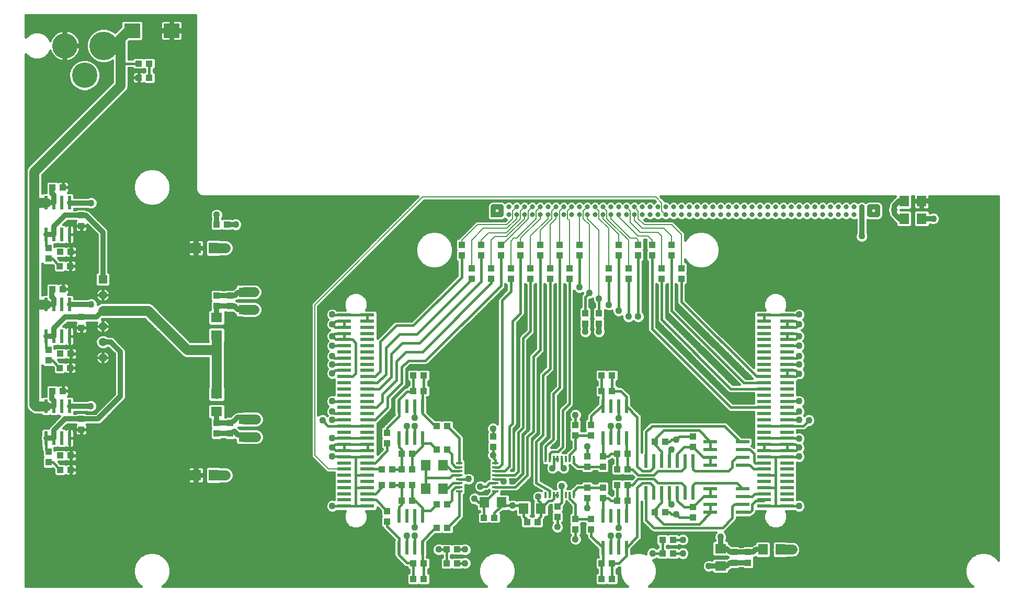
<source format=gtl>
G75*
G70*
%OFA0B0*%
%FSLAX24Y24*%
%IPPOS*%
%LPD*%
%AMOC8*
5,1,8,0,0,1.08239X$1,22.5*
%
%ADD10R,0.0630X0.0709*%
%ADD11R,0.0390X0.0120*%
%ADD12R,0.0433X0.0394*%
%ADD13R,0.0394X0.0433*%
%ADD14R,0.0236X0.0866*%
%ADD15R,0.0709X0.0630*%
%ADD16R,0.0710X0.0630*%
%ADD17R,0.0630X0.0710*%
%ADD18R,0.0866X0.0236*%
%ADD19C,0.1817*%
%ADD20C,0.1620*%
%ADD21R,0.1024X0.0945*%
%ADD22R,0.0120X0.0390*%
%ADD23C,0.0317*%
%ADD24R,0.0317X0.0317*%
%ADD25R,0.0906X0.0236*%
%ADD26R,0.0540X0.0540*%
%ADD27C,0.0540*%
%ADD28C,0.0160*%
%ADD29C,0.0436*%
%ADD30C,0.0320*%
%ADD31C,0.0640*%
%ADD32C,0.0060*%
%ADD33C,0.0080*%
D10*
X026775Y007062D03*
X027878Y007062D03*
X027878Y008562D03*
X026775Y008562D03*
X030525Y006187D03*
X031628Y006187D03*
X033025Y005812D03*
X034128Y005812D03*
D11*
X031225Y006917D03*
X031225Y007173D03*
X031225Y007429D03*
X031225Y007684D03*
X031225Y007940D03*
X031225Y008196D03*
X031225Y008452D03*
X031225Y008708D03*
X028928Y008708D03*
X028928Y008452D03*
X028928Y008196D03*
X028928Y007940D03*
X028928Y007684D03*
X028928Y007429D03*
X028928Y007173D03*
X028928Y006917D03*
D12*
X028161Y006062D03*
X027492Y006062D03*
X025911Y006312D03*
X025242Y006312D03*
X025242Y007312D03*
X024661Y007312D03*
X023992Y007312D03*
X023992Y008312D03*
X024661Y008312D03*
X025242Y008312D03*
X025911Y008312D03*
X025911Y009312D03*
X025242Y009312D03*
X025911Y007312D03*
X027492Y009562D03*
X028161Y009562D03*
X028161Y011062D03*
X027492Y011062D03*
X026661Y013312D03*
X025992Y013312D03*
X025992Y014312D03*
X026661Y014312D03*
X030492Y005219D03*
X031161Y005219D03*
X033242Y004937D03*
X033911Y004937D03*
X037992Y002312D03*
X038661Y002312D03*
X038661Y001312D03*
X037992Y001312D03*
X041867Y002937D03*
X042536Y002937D03*
X042536Y003812D03*
X041867Y003812D03*
X042036Y005562D03*
X041367Y005562D03*
X039661Y006312D03*
X038992Y006312D03*
X038992Y007312D03*
X039661Y007312D03*
X039661Y008312D03*
X038992Y008312D03*
X038992Y009312D03*
X039661Y009312D03*
X041367Y010062D03*
X042036Y010062D03*
X038661Y013312D03*
X037992Y013312D03*
X037992Y014312D03*
X038661Y014312D03*
X028161Y004562D03*
X027492Y004562D03*
X028117Y003187D03*
X028786Y003187D03*
X028786Y002312D03*
X028117Y002312D03*
X026661Y002312D03*
X025992Y002312D03*
X025992Y001312D03*
X026661Y001312D03*
X004161Y008281D03*
X003492Y008281D03*
X003492Y009187D03*
X004161Y009187D03*
X003661Y013312D03*
X002992Y013312D03*
X003461Y014781D03*
X004130Y014781D03*
X004161Y015687D03*
X003492Y015687D03*
X003661Y019812D03*
X002992Y019812D03*
X003461Y021281D03*
X004130Y021281D03*
X004161Y022187D03*
X003492Y022187D03*
X003661Y026312D03*
X002992Y026312D03*
X008492Y033312D03*
X009161Y033312D03*
X009161Y034219D03*
X008492Y034219D03*
X013461Y023937D03*
X014130Y023937D03*
D13*
X014326Y019397D03*
X014326Y018728D03*
X013451Y018728D03*
X013451Y019397D03*
X004826Y018022D03*
X004826Y017353D03*
X002733Y015928D03*
X002733Y015259D03*
X004826Y011522D03*
X004826Y010853D03*
X002733Y009428D03*
X002733Y008759D03*
X013451Y010603D03*
X013451Y011272D03*
X014326Y011272D03*
X014326Y010603D03*
X024326Y010647D03*
X024326Y009978D03*
X024326Y005647D03*
X024326Y004978D03*
X031076Y009728D03*
X031076Y010397D03*
X036326Y010478D03*
X036326Y011147D03*
X037326Y011147D03*
X037326Y010478D03*
X037076Y009147D03*
X037076Y008478D03*
X038076Y008478D03*
X038076Y009147D03*
X038076Y007147D03*
X038076Y006478D03*
X037076Y006478D03*
X037076Y007147D03*
X035170Y005928D03*
X035170Y005259D03*
X036326Y005147D03*
X036326Y004478D03*
X037326Y004478D03*
X037326Y005147D03*
X043826Y005228D03*
X043826Y005897D03*
X046451Y003022D03*
X046451Y002353D03*
X047326Y002353D03*
X047326Y003022D03*
X043826Y009728D03*
X043826Y010397D03*
X037826Y017603D03*
X037826Y018272D03*
X036951Y018272D03*
X036951Y017603D03*
X035951Y020478D03*
X035951Y021147D03*
X035326Y021978D03*
X035326Y022647D03*
X034076Y022647D03*
X034076Y021978D03*
X033451Y021147D03*
X033451Y020478D03*
X032201Y020478D03*
X032201Y021147D03*
X031576Y021978D03*
X031576Y022647D03*
X030326Y022647D03*
X030326Y021978D03*
X029701Y021147D03*
X029701Y020478D03*
X030951Y020478D03*
X030951Y021147D03*
X029076Y021978D03*
X029076Y022647D03*
X032826Y022647D03*
X032826Y021978D03*
X034701Y021147D03*
X034701Y020478D03*
X036576Y021978D03*
X036576Y022647D03*
X038451Y021147D03*
X038451Y020478D03*
X039701Y020478D03*
X039701Y021147D03*
X039076Y021978D03*
X039076Y022647D03*
X040326Y022647D03*
X040326Y021978D03*
X041201Y021978D03*
X041201Y022647D03*
X042451Y022647D03*
X042451Y021978D03*
X041826Y021147D03*
X041826Y020478D03*
X043076Y020478D03*
X043076Y021147D03*
X004826Y023853D03*
X004826Y024522D03*
X002733Y022428D03*
X002733Y021759D03*
D14*
X002576Y023289D03*
X003076Y023289D03*
X003576Y023289D03*
X004076Y023289D03*
X004076Y025336D03*
X003576Y025336D03*
X003076Y025336D03*
X002576Y025336D03*
X002576Y018836D03*
X003076Y018836D03*
X003576Y018836D03*
X004076Y018836D03*
X004076Y016789D03*
X003576Y016789D03*
X003076Y016789D03*
X002576Y016789D03*
X002576Y012336D03*
X003076Y012336D03*
X003576Y012336D03*
X004076Y012336D03*
X004076Y010289D03*
X003576Y010289D03*
X003076Y010289D03*
X002576Y010289D03*
X025076Y010289D03*
X025576Y010289D03*
X026076Y010289D03*
X026576Y010289D03*
X026576Y012336D03*
X026076Y012336D03*
X025576Y012336D03*
X025076Y012336D03*
X025076Y005336D03*
X025576Y005336D03*
X026076Y005336D03*
X026576Y005336D03*
X026576Y003289D03*
X026076Y003289D03*
X025576Y003289D03*
X025076Y003289D03*
X038076Y003289D03*
X038576Y003289D03*
X039076Y003289D03*
X039576Y003289D03*
X039576Y005336D03*
X039076Y005336D03*
X038576Y005336D03*
X038076Y005336D03*
X040826Y006789D03*
X041326Y006789D03*
X041826Y006789D03*
X042326Y006789D03*
X042826Y006789D03*
X043326Y006789D03*
X043826Y006789D03*
X043826Y008836D03*
X043326Y008836D03*
X042826Y008836D03*
X042326Y008836D03*
X041826Y008836D03*
X041326Y008836D03*
X040826Y008836D03*
X039576Y010289D03*
X039076Y010289D03*
X038576Y010289D03*
X038076Y010289D03*
X038076Y012336D03*
X038576Y012336D03*
X039076Y012336D03*
X039576Y012336D03*
D15*
X045576Y003239D03*
X045576Y002136D03*
X015201Y010386D03*
X015201Y011489D03*
X015201Y018511D03*
X015201Y019614D03*
D16*
X013451Y017997D03*
X013451Y016878D03*
X013451Y013122D03*
X013451Y012003D03*
D17*
X013261Y007937D03*
X012142Y007937D03*
X012142Y022437D03*
X013261Y022437D03*
X048267Y003187D03*
X049386Y003187D03*
X057267Y024312D03*
X058386Y024312D03*
X058386Y025437D03*
X057267Y025437D03*
D18*
X046975Y010062D03*
X046975Y009562D03*
X046975Y009062D03*
X046975Y008562D03*
X046975Y007062D03*
X046975Y006562D03*
X046975Y006062D03*
X046975Y005562D03*
X044928Y005562D03*
X044928Y006062D03*
X044928Y006562D03*
X044928Y007062D03*
X044928Y008562D03*
X044928Y009062D03*
X044928Y009562D03*
X044928Y010062D03*
D19*
X006260Y035352D03*
D20*
X005039Y033462D03*
X003779Y035352D03*
D21*
X008067Y036312D03*
X010586Y036312D03*
D22*
X034431Y008961D03*
X034687Y008961D03*
X034943Y008961D03*
X035199Y008961D03*
X035454Y008961D03*
X035710Y008961D03*
X035966Y008961D03*
X036222Y008961D03*
X036222Y006664D03*
X035966Y006664D03*
X035710Y006664D03*
X035454Y006664D03*
X035199Y006664D03*
X034943Y006664D03*
X034687Y006664D03*
X034431Y006664D03*
D23*
X034576Y024562D03*
X034076Y024562D03*
X033576Y024562D03*
X033076Y024562D03*
X032576Y024562D03*
X032076Y024562D03*
X031576Y024562D03*
X031576Y025062D03*
X031076Y025062D03*
X032076Y025062D03*
X032576Y025062D03*
X033076Y025062D03*
X033576Y025062D03*
X034076Y025062D03*
X034576Y025062D03*
X035076Y025062D03*
X035076Y024562D03*
X035576Y024562D03*
X035576Y025062D03*
X036076Y025062D03*
X036076Y024562D03*
X036576Y024562D03*
X036576Y025062D03*
X037076Y025062D03*
X037076Y024562D03*
X037576Y024562D03*
X037576Y025062D03*
X038076Y025062D03*
X038076Y024562D03*
X038576Y024562D03*
X038576Y025062D03*
X039076Y025062D03*
X039076Y024562D03*
X039576Y024562D03*
X039576Y025062D03*
X040076Y025062D03*
X040076Y024562D03*
X040576Y024562D03*
X040576Y025062D03*
X041076Y025062D03*
X041076Y024562D03*
X041576Y024562D03*
X041576Y025062D03*
X042076Y025062D03*
X042076Y024562D03*
X042576Y024562D03*
X042576Y025062D03*
X043076Y025062D03*
X043076Y024562D03*
X043576Y024562D03*
X043576Y025062D03*
X044076Y025062D03*
X044076Y024562D03*
X044576Y024562D03*
X044576Y025062D03*
X045076Y025062D03*
X045076Y024562D03*
X045576Y024562D03*
X045576Y025062D03*
X046076Y025062D03*
X046076Y024562D03*
X046576Y024562D03*
X046576Y025062D03*
X047076Y025062D03*
X047076Y024562D03*
X047576Y024562D03*
X047576Y025062D03*
X048076Y025062D03*
X048076Y024562D03*
X048576Y024562D03*
X048576Y025062D03*
X049076Y025062D03*
X049076Y024562D03*
X049576Y024562D03*
X049576Y025062D03*
X050076Y025062D03*
X050076Y024562D03*
X050576Y024562D03*
X050576Y025062D03*
X051076Y025062D03*
X051076Y024562D03*
X051576Y024562D03*
X051576Y025062D03*
X052076Y025062D03*
X052076Y024562D03*
X052576Y024562D03*
X052576Y025062D03*
X053076Y025062D03*
X053076Y024562D03*
X053576Y024562D03*
X053576Y025062D03*
X054076Y025062D03*
X054076Y024562D03*
X054576Y024562D03*
X054576Y025062D03*
X055076Y025062D03*
X055076Y024562D03*
X055576Y024562D03*
X055576Y025062D03*
D24*
X031076Y024562D03*
D25*
X023055Y018165D03*
X023055Y017771D03*
X023055Y017377D03*
X023055Y016984D03*
X023055Y016590D03*
X023055Y016196D03*
X023055Y015803D03*
X023055Y015409D03*
X023055Y015015D03*
X023055Y014621D03*
X023055Y014228D03*
X023055Y013834D03*
X023055Y013440D03*
X023055Y013047D03*
X023055Y012653D03*
X023055Y012259D03*
X023055Y011866D03*
X023055Y011472D03*
X023055Y011078D03*
X023055Y010684D03*
X023055Y010291D03*
X023055Y009897D03*
X023055Y009503D03*
X023055Y009110D03*
X023055Y008716D03*
X023055Y008322D03*
X023055Y007929D03*
X023055Y007535D03*
X023055Y007141D03*
X023055Y006747D03*
X023055Y006354D03*
X023055Y005960D03*
X021598Y005960D03*
X021598Y006354D03*
X021598Y006747D03*
X021598Y007141D03*
X021598Y007535D03*
X021598Y007929D03*
X021598Y008322D03*
X021598Y008716D03*
X021598Y009110D03*
X021598Y009503D03*
X021598Y009897D03*
X021598Y010291D03*
X021598Y010684D03*
X021598Y011078D03*
X021598Y011472D03*
X021598Y011866D03*
X021598Y012259D03*
X021598Y012653D03*
X021598Y013047D03*
X021598Y013440D03*
X021598Y013834D03*
X021598Y014228D03*
X021598Y014621D03*
X021598Y015015D03*
X021598Y015409D03*
X021598Y015803D03*
X021598Y016196D03*
X021598Y016590D03*
X021598Y016984D03*
X021598Y017377D03*
X021598Y017771D03*
X021598Y018165D03*
X048348Y018165D03*
X048348Y017771D03*
X048348Y017377D03*
X048348Y016984D03*
X048348Y016590D03*
X048348Y016196D03*
X048348Y015803D03*
X048348Y015409D03*
X048348Y015015D03*
X048348Y014621D03*
X048348Y014228D03*
X048348Y013834D03*
X048348Y013440D03*
X048348Y013047D03*
X048348Y012653D03*
X048348Y012259D03*
X048348Y011866D03*
X048348Y011472D03*
X048348Y011078D03*
X048348Y010684D03*
X048348Y010291D03*
X048348Y009897D03*
X048348Y009503D03*
X048348Y009110D03*
X048348Y008716D03*
X048348Y008322D03*
X048348Y007929D03*
X048348Y007535D03*
X048348Y007141D03*
X048348Y006747D03*
X048348Y006354D03*
X048348Y005960D03*
X049805Y005960D03*
X049805Y006354D03*
X049805Y006747D03*
X049805Y007141D03*
X049805Y007535D03*
X049805Y007929D03*
X049805Y008322D03*
X049805Y008716D03*
X049805Y009110D03*
X049805Y009503D03*
X049805Y009897D03*
X049805Y010291D03*
X049805Y010684D03*
X049805Y011078D03*
X049805Y011472D03*
X049805Y011866D03*
X049805Y012259D03*
X049805Y012653D03*
X049805Y013047D03*
X049805Y013440D03*
X049805Y013834D03*
X049805Y014228D03*
X049805Y014621D03*
X049805Y015015D03*
X049805Y015409D03*
X049805Y015803D03*
X049805Y016196D03*
X049805Y016590D03*
X049805Y016984D03*
X049805Y017377D03*
X049805Y017771D03*
X049805Y018165D03*
D26*
X006201Y020437D03*
D27*
X006201Y019437D03*
X006201Y018437D03*
X006201Y017437D03*
X006201Y016437D03*
X006201Y015437D03*
D28*
X001284Y000832D02*
X001284Y034812D01*
X001501Y034594D01*
X001830Y034458D01*
X002185Y034458D01*
X002514Y034594D01*
X002765Y034846D01*
X002842Y035032D01*
X002863Y034972D01*
X002911Y034872D01*
X002970Y034778D01*
X003040Y034691D01*
X003118Y034612D01*
X003205Y034543D01*
X003299Y034484D01*
X003400Y034436D01*
X003505Y034399D01*
X003613Y034374D01*
X003699Y034364D01*
X003699Y035272D01*
X003859Y035272D01*
X003859Y035432D01*
X003699Y035432D01*
X003699Y036339D01*
X003613Y036330D01*
X003505Y036305D01*
X003400Y036268D01*
X003299Y036220D01*
X003205Y036161D01*
X003118Y036091D01*
X003040Y036013D01*
X002970Y035926D01*
X002911Y035832D01*
X002863Y035731D01*
X002842Y035672D01*
X002765Y035858D01*
X002514Y036109D01*
X002185Y036245D01*
X001830Y036245D01*
X001501Y036109D01*
X001284Y035892D01*
X001284Y037288D01*
X012119Y037288D01*
X012119Y026146D01*
X012153Y026065D01*
X012198Y025955D01*
X012200Y025953D01*
X012344Y025809D01*
X012535Y025730D01*
X012536Y025730D01*
X012540Y025730D01*
X026292Y025729D01*
X019606Y019042D01*
X019471Y018908D01*
X019471Y009092D01*
X019606Y008957D01*
X020471Y008092D01*
X020662Y008092D01*
X020945Y008092D01*
X020945Y007736D01*
X020945Y007342D01*
X020945Y006948D01*
X020945Y006555D01*
X020945Y006372D01*
X020910Y006387D01*
X020743Y006387D01*
X020590Y006323D01*
X020472Y006206D01*
X020408Y006052D01*
X020408Y005886D01*
X020472Y005732D01*
X020590Y005614D01*
X020743Y005551D01*
X020910Y005551D01*
X021063Y005614D01*
X021091Y005642D01*
X021654Y005642D01*
X021571Y005441D01*
X021571Y005140D01*
X021686Y004863D01*
X021898Y004650D01*
X022176Y004535D01*
X022477Y004535D01*
X022754Y004650D01*
X022967Y004863D01*
X023082Y005140D01*
X023082Y005441D01*
X022999Y005642D01*
X023590Y005642D01*
X023708Y005759D01*
X023708Y005870D01*
X023930Y005648D01*
X023930Y005348D01*
X023965Y005312D01*
X023930Y005277D01*
X023930Y004678D01*
X024047Y004561D01*
X024063Y004561D01*
X024089Y004498D01*
X024770Y003816D01*
X024758Y003805D01*
X024758Y002773D01*
X024834Y002697D01*
X024839Y002685D01*
X025348Y002176D01*
X025427Y002097D01*
X025530Y002055D01*
X025575Y002055D01*
X025575Y002033D01*
X025692Y001916D01*
X025712Y001916D01*
X025712Y001709D01*
X025692Y001709D01*
X025575Y001592D01*
X025575Y001033D01*
X025692Y000916D01*
X026291Y000916D01*
X026326Y000951D01*
X026362Y000916D01*
X026960Y000916D01*
X027078Y001033D01*
X027078Y001592D01*
X026960Y001709D01*
X026941Y001709D01*
X026941Y001916D01*
X026960Y001916D01*
X027078Y002033D01*
X027078Y002592D01*
X026960Y002709D01*
X026856Y002709D01*
X026856Y002735D01*
X026895Y002773D01*
X026895Y003672D01*
X027388Y004166D01*
X027791Y004166D01*
X027826Y004201D01*
X027862Y004166D01*
X028460Y004166D01*
X028578Y004283D01*
X028578Y004583D01*
X029165Y005170D01*
X029208Y005273D01*
X029208Y005385D01*
X029208Y006659D01*
X029323Y006774D01*
X029323Y007060D01*
X029323Y007314D01*
X029431Y007269D01*
X029597Y007269D01*
X029751Y007333D01*
X029868Y007451D01*
X029932Y007604D01*
X029932Y007771D01*
X029868Y007924D01*
X029751Y008042D01*
X029597Y008106D01*
X029431Y008106D01*
X029323Y008061D01*
X029323Y008083D01*
X029323Y008339D01*
X029323Y008595D01*
X029323Y008851D01*
X029208Y008966D01*
X029208Y010240D01*
X029208Y010351D01*
X029165Y010454D01*
X028578Y011042D01*
X028578Y011342D01*
X028460Y011459D01*
X027862Y011459D01*
X027826Y011424D01*
X027791Y011459D01*
X027388Y011459D01*
X026895Y011953D01*
X026895Y012852D01*
X026856Y012890D01*
X026856Y012916D01*
X026960Y012916D01*
X027078Y013033D01*
X027078Y013592D01*
X026960Y013709D01*
X026941Y013709D01*
X026941Y013916D01*
X026960Y013916D01*
X027078Y014033D01*
X027078Y014592D01*
X026960Y014709D01*
X026362Y014709D01*
X026326Y014674D01*
X026291Y014709D01*
X025692Y014709D01*
X025575Y014592D01*
X025575Y014033D01*
X025692Y013916D01*
X025712Y013916D01*
X025712Y013709D01*
X025692Y013709D01*
X025575Y013592D01*
X025575Y013561D01*
X025521Y013561D01*
X025418Y013519D01*
X025339Y013440D01*
X025339Y013440D01*
X024918Y013019D01*
X024839Y012940D01*
X024834Y012928D01*
X024758Y012852D01*
X024758Y011820D01*
X024786Y011793D01*
X024089Y011096D01*
X024076Y011064D01*
X024047Y011064D01*
X023930Y010946D01*
X023930Y010348D01*
X023965Y010312D01*
X023930Y010277D01*
X023930Y009678D01*
X024019Y009589D01*
X023708Y009277D01*
X023708Y009311D01*
X023708Y009704D01*
X023708Y010098D01*
X023708Y010492D01*
X023708Y010885D01*
X023708Y011235D01*
X024516Y012044D01*
X024595Y012123D01*
X024596Y012126D01*
X024638Y012225D01*
X024638Y012225D01*
X024638Y012790D01*
X025501Y013654D01*
X025544Y013757D01*
X025544Y013868D01*
X025544Y014728D01*
X025786Y014970D01*
X026763Y014970D01*
X026819Y014970D01*
X026820Y014970D01*
X026864Y014988D01*
X026922Y015012D01*
X026922Y015012D01*
X026923Y015013D01*
X026958Y015048D01*
X031735Y019794D01*
X031771Y019830D01*
X031813Y019872D01*
X031813Y019872D01*
X031814Y019873D01*
X031834Y019922D01*
X031856Y019975D01*
X031856Y019975D01*
X031856Y019975D01*
X031856Y020030D01*
X031857Y020086D01*
X031856Y020086D01*
X031856Y020127D01*
X031921Y020062D01*
X031921Y019772D01*
X031402Y019252D01*
X031359Y019151D01*
X031359Y019149D01*
X031359Y011215D01*
X031313Y011261D01*
X031160Y011324D01*
X030993Y011324D01*
X030840Y011261D01*
X030722Y011143D01*
X030658Y010989D01*
X030658Y010823D01*
X030702Y010718D01*
X030680Y010696D01*
X030680Y010098D01*
X030715Y010062D01*
X030680Y010027D01*
X030680Y009428D01*
X030702Y009406D01*
X030658Y009302D01*
X030658Y009136D01*
X030722Y008982D01*
X030840Y008864D01*
X030842Y008863D01*
X030830Y008851D01*
X030830Y008565D01*
X030830Y008309D01*
X030830Y008053D01*
X030830Y007798D01*
X030830Y007709D01*
X030793Y007709D01*
X030690Y007666D01*
X030549Y007525D01*
X030501Y007573D01*
X030347Y007637D01*
X030181Y007637D01*
X030027Y007573D01*
X029910Y007456D01*
X029846Y007302D01*
X029846Y007136D01*
X029910Y006982D01*
X030027Y006864D01*
X030181Y006801D01*
X030347Y006801D01*
X030501Y006864D01*
X030575Y006939D01*
X030583Y006939D01*
X030695Y006939D01*
X030798Y006981D01*
X030830Y007014D01*
X030830Y006888D01*
X030684Y006742D01*
X030176Y006742D01*
X030126Y006792D01*
X029972Y006856D01*
X029806Y006856D01*
X029652Y006792D01*
X029535Y006674D01*
X029471Y006521D01*
X029471Y006354D01*
X029535Y006201D01*
X029652Y006083D01*
X029806Y006019D01*
X029911Y006019D01*
X029980Y005950D01*
X030010Y005938D01*
X030010Y005750D01*
X030127Y005633D01*
X030212Y005633D01*
X030212Y005616D01*
X030192Y005616D01*
X030075Y005498D01*
X030075Y004939D01*
X030192Y004822D01*
X030791Y004822D01*
X030826Y004857D01*
X030862Y004822D01*
X031460Y004822D01*
X031578Y004939D01*
X031578Y005498D01*
X031555Y005521D01*
X031668Y005633D01*
X032025Y005633D01*
X032064Y005671D01*
X032090Y005646D01*
X032243Y005582D01*
X032410Y005582D01*
X032510Y005624D01*
X032510Y005375D01*
X032627Y005258D01*
X032745Y005258D01*
X032745Y005245D01*
X032788Y005142D01*
X032825Y005105D01*
X032825Y004658D01*
X032942Y004541D01*
X033541Y004541D01*
X033576Y004576D01*
X033612Y004541D01*
X034210Y004541D01*
X034328Y004658D01*
X034328Y005105D01*
X034365Y005142D01*
X034408Y005245D01*
X034408Y005258D01*
X034525Y005258D01*
X034643Y005375D01*
X034643Y005931D01*
X034744Y006032D01*
X034773Y006032D01*
X034773Y005629D01*
X034809Y005594D01*
X034773Y005558D01*
X034773Y004960D01*
X034844Y004890D01*
X034816Y004862D01*
X034752Y004708D01*
X034752Y004542D01*
X034816Y004388D01*
X034933Y004271D01*
X035087Y004207D01*
X035253Y004207D01*
X035407Y004271D01*
X035525Y004388D01*
X035588Y004542D01*
X035588Y004708D01*
X035525Y004862D01*
X035497Y004889D01*
X035567Y004960D01*
X035567Y005558D01*
X035532Y005594D01*
X035567Y005629D01*
X035567Y005929D01*
X035692Y006054D01*
X035734Y006157D01*
X035734Y006259D01*
X036046Y005946D01*
X036046Y005563D01*
X035930Y005446D01*
X035930Y004848D01*
X035965Y004812D01*
X035930Y004777D01*
X035930Y004178D01*
X036000Y004108D01*
X035972Y004081D01*
X035908Y003927D01*
X035908Y003761D01*
X035972Y003607D01*
X036090Y003489D01*
X036243Y003426D01*
X036410Y003426D01*
X036563Y003489D01*
X036681Y003607D01*
X036745Y003761D01*
X036745Y003927D01*
X036681Y004081D01*
X036653Y004108D01*
X036723Y004178D01*
X036723Y004777D01*
X036688Y004812D01*
X036723Y004848D01*
X036723Y004867D01*
X036930Y004867D01*
X036930Y004848D01*
X036965Y004812D01*
X036930Y004777D01*
X036930Y004178D01*
X037046Y004062D01*
X037046Y003983D01*
X037089Y003880D01*
X037758Y003211D01*
X037758Y002773D01*
X037796Y002735D01*
X037796Y002709D01*
X037692Y002709D01*
X037575Y002592D01*
X037575Y002033D01*
X037692Y001916D01*
X037712Y001916D01*
X037712Y001709D01*
X037692Y001709D01*
X037575Y001592D01*
X037575Y001033D01*
X037692Y000916D01*
X038291Y000916D01*
X038326Y000951D01*
X038362Y000916D01*
X038960Y000916D01*
X039078Y001033D01*
X039078Y001592D01*
X038960Y001709D01*
X038941Y001709D01*
X038941Y001916D01*
X038960Y001916D01*
X039077Y002032D01*
X039132Y002032D01*
X039158Y002043D01*
X039138Y001969D01*
X039138Y001656D01*
X039219Y001354D01*
X039375Y001083D01*
X039597Y000861D01*
X039647Y000832D01*
X032006Y000832D01*
X032056Y000861D01*
X032278Y001083D01*
X032434Y001354D01*
X032515Y001656D01*
X032515Y001969D01*
X032434Y002271D01*
X032278Y002542D01*
X032056Y002764D01*
X031785Y002920D01*
X031483Y003001D01*
X031170Y003001D01*
X030868Y002920D01*
X030597Y002764D01*
X030375Y002542D01*
X030219Y002271D01*
X030138Y001969D01*
X030138Y001656D01*
X030219Y001354D01*
X030375Y001083D01*
X030597Y000861D01*
X030647Y000832D01*
X010006Y000832D01*
X010056Y000861D01*
X010278Y001083D01*
X010434Y001354D01*
X010515Y001656D01*
X010515Y001969D01*
X010434Y002271D01*
X010278Y002542D01*
X010056Y002764D01*
X009785Y002920D01*
X009483Y003001D01*
X009170Y003001D01*
X008868Y002920D01*
X008597Y002764D01*
X008375Y002542D01*
X008219Y002271D01*
X008138Y001969D01*
X008138Y001656D01*
X008219Y001354D01*
X008375Y001083D01*
X008597Y000861D01*
X008647Y000832D01*
X001284Y000832D01*
X001284Y000947D02*
X008511Y000947D01*
X008362Y001105D02*
X001284Y001105D01*
X001284Y001264D02*
X008271Y001264D01*
X008200Y001422D02*
X001284Y001422D01*
X001284Y001581D02*
X008158Y001581D01*
X008138Y001739D02*
X001284Y001739D01*
X001284Y001898D02*
X008138Y001898D01*
X008161Y002056D02*
X001284Y002056D01*
X001284Y002215D02*
X008204Y002215D01*
X008278Y002374D02*
X001284Y002374D01*
X001284Y002532D02*
X008369Y002532D01*
X008524Y002691D02*
X001284Y002691D01*
X001284Y002849D02*
X008745Y002849D01*
X009908Y002849D02*
X024758Y002849D01*
X024758Y003008D02*
X001284Y003008D01*
X001284Y003166D02*
X024758Y003166D01*
X024758Y003325D02*
X001284Y003325D01*
X001284Y003483D02*
X024758Y003483D01*
X024758Y003642D02*
X001284Y003642D01*
X001284Y003800D02*
X024758Y003800D01*
X024628Y003959D02*
X001284Y003959D01*
X001284Y004117D02*
X024469Y004117D01*
X024311Y004276D02*
X001284Y004276D01*
X001284Y004435D02*
X024152Y004435D01*
X024015Y004593D02*
X022617Y004593D01*
X022856Y004752D02*
X023930Y004752D01*
X023930Y004910D02*
X022987Y004910D01*
X023052Y005069D02*
X023930Y005069D01*
X023930Y005227D02*
X023082Y005227D01*
X023082Y005386D02*
X023930Y005386D01*
X023930Y005544D02*
X023039Y005544D01*
X023055Y005960D02*
X022326Y005960D01*
X022326Y007141D01*
X022326Y007929D01*
X022326Y009110D01*
X023055Y009110D01*
X023058Y008719D02*
X023055Y008716D01*
X023058Y008719D02*
X023545Y008719D01*
X024326Y009500D01*
X024326Y009978D01*
X023930Y009984D02*
X023708Y009984D01*
X023708Y010142D02*
X023930Y010142D01*
X023953Y010301D02*
X023708Y010301D01*
X023708Y010459D02*
X023930Y010459D01*
X023930Y010618D02*
X023708Y010618D01*
X023708Y010776D02*
X023930Y010776D01*
X023930Y010935D02*
X023708Y010935D01*
X023708Y011093D02*
X024088Y011093D01*
X024245Y011252D02*
X023724Y011252D01*
X023883Y011410D02*
X024404Y011410D01*
X024562Y011569D02*
X024041Y011569D01*
X024200Y011728D02*
X024721Y011728D01*
X024758Y011886D02*
X024359Y011886D01*
X024517Y012045D02*
X024758Y012045D01*
X024758Y012203D02*
X024628Y012203D01*
X024638Y012362D02*
X024758Y012362D01*
X024758Y012520D02*
X024638Y012520D01*
X024638Y012679D02*
X024758Y012679D01*
X024758Y012837D02*
X024685Y012837D01*
X024843Y012996D02*
X024895Y012996D01*
X024918Y013019D02*
X024918Y013019D01*
X025002Y013154D02*
X025054Y013154D01*
X025160Y013313D02*
X025212Y013313D01*
X025319Y013472D02*
X025371Y013472D01*
X025478Y013630D02*
X025613Y013630D01*
X025544Y013789D02*
X025712Y013789D01*
X025661Y013947D02*
X025544Y013947D01*
X025544Y014106D02*
X025575Y014106D01*
X025575Y014264D02*
X025544Y014264D01*
X025544Y014423D02*
X025575Y014423D01*
X025575Y014581D02*
X025544Y014581D01*
X025556Y014740D02*
X031359Y014740D01*
X031359Y014898D02*
X025715Y014898D01*
X025670Y015250D02*
X026764Y015250D01*
X031576Y020031D01*
X031576Y021978D01*
X030326Y021978D02*
X030326Y020312D01*
X026389Y016375D01*
X025295Y016375D01*
X024576Y015656D01*
X024576Y014187D01*
X023829Y013440D01*
X023055Y013440D01*
X023055Y013834D02*
X023692Y013834D01*
X024233Y014375D01*
X024233Y016062D01*
X025108Y016937D01*
X026201Y016937D01*
X029701Y020437D01*
X029701Y020478D01*
X029076Y020562D02*
X025983Y017500D01*
X024920Y017500D01*
X023889Y016469D01*
X023889Y014562D01*
X023554Y014228D01*
X023055Y014228D01*
X022326Y014437D02*
X022117Y014228D01*
X021598Y014228D01*
X021598Y014621D02*
X021011Y014621D01*
X020826Y014437D01*
X020446Y014264D02*
X019931Y014264D01*
X019931Y014106D02*
X020567Y014106D01*
X020590Y014083D02*
X020743Y014019D01*
X020910Y014019D01*
X020945Y014034D01*
X020945Y013641D01*
X020945Y013248D01*
X020945Y013059D01*
X020910Y013074D01*
X020743Y013074D01*
X020590Y013011D01*
X020472Y012893D01*
X020408Y012739D01*
X020408Y012573D01*
X020472Y012419D01*
X020563Y012328D01*
X020472Y012237D01*
X020408Y012083D01*
X020408Y011917D01*
X020472Y011763D01*
X020501Y011734D01*
X020498Y011732D01*
X020438Y011792D01*
X020285Y011856D01*
X020118Y011856D01*
X019965Y011792D01*
X019931Y011759D01*
X019931Y018717D01*
X026672Y025457D01*
X041356Y025457D01*
X041426Y025388D01*
X041373Y025366D01*
X041326Y025319D01*
X041279Y025366D01*
X041148Y025421D01*
X041005Y025421D01*
X040873Y025366D01*
X040826Y025319D01*
X040779Y025366D01*
X040648Y025421D01*
X040505Y025421D01*
X040373Y025366D01*
X040326Y025319D01*
X040279Y025366D01*
X040148Y025421D01*
X040005Y025421D01*
X039873Y025366D01*
X039826Y025319D01*
X039779Y025366D01*
X039648Y025421D01*
X039505Y025421D01*
X039373Y025366D01*
X039326Y025319D01*
X039279Y025366D01*
X039148Y025421D01*
X039005Y025421D01*
X038873Y025366D01*
X038826Y025319D01*
X038779Y025366D01*
X038648Y025421D01*
X038505Y025421D01*
X038373Y025366D01*
X038326Y025319D01*
X038279Y025366D01*
X038148Y025421D01*
X038005Y025421D01*
X037873Y025366D01*
X037826Y025319D01*
X037779Y025366D01*
X037648Y025421D01*
X037505Y025421D01*
X037373Y025366D01*
X037326Y025319D01*
X037279Y025366D01*
X037148Y025421D01*
X037005Y025421D01*
X036873Y025366D01*
X036826Y025319D01*
X036779Y025366D01*
X036648Y025421D01*
X036505Y025421D01*
X036373Y025366D01*
X036326Y025319D01*
X036279Y025366D01*
X036148Y025421D01*
X036005Y025421D01*
X035873Y025366D01*
X035826Y025319D01*
X035779Y025366D01*
X035648Y025421D01*
X035505Y025421D01*
X035373Y025366D01*
X035326Y025319D01*
X035279Y025366D01*
X035148Y025421D01*
X035005Y025421D01*
X034873Y025366D01*
X034826Y025319D01*
X034779Y025366D01*
X034648Y025421D01*
X034505Y025421D01*
X034373Y025366D01*
X034326Y025319D01*
X034279Y025366D01*
X034148Y025421D01*
X034005Y025421D01*
X033873Y025366D01*
X033826Y025319D01*
X033779Y025366D01*
X033648Y025421D01*
X033505Y025421D01*
X033373Y025366D01*
X033326Y025319D01*
X033279Y025366D01*
X033148Y025421D01*
X033005Y025421D01*
X032873Y025366D01*
X032826Y025319D01*
X032779Y025366D01*
X032648Y025421D01*
X032505Y025421D01*
X032373Y025366D01*
X032326Y025319D01*
X032279Y025366D01*
X032148Y025421D01*
X032005Y025421D01*
X031873Y025366D01*
X031828Y025320D01*
X031780Y025368D01*
X031648Y025422D01*
X031505Y025422D01*
X031005Y025422D01*
X030873Y025368D01*
X030771Y025266D01*
X030716Y025134D01*
X030716Y024991D01*
X030716Y024634D01*
X030716Y024491D01*
X030718Y024487D01*
X030718Y024321D01*
X030835Y024204D01*
X031001Y024204D01*
X031005Y024202D01*
X031648Y024202D01*
X031780Y024257D01*
X031828Y024304D01*
X031873Y024259D01*
X031926Y024237D01*
X031856Y024167D01*
X030172Y024167D01*
X029981Y024167D01*
X028877Y023064D01*
X028797Y023064D01*
X028680Y022946D01*
X028680Y022348D01*
X028715Y022312D01*
X028680Y022277D01*
X028680Y021678D01*
X028796Y021562D01*
X028796Y020679D01*
X025868Y017780D01*
X024864Y017780D01*
X024762Y017737D01*
X024683Y017659D01*
X024683Y017658D01*
X023708Y016683D01*
X023708Y016791D01*
X023708Y017185D01*
X023708Y017578D01*
X023708Y017972D01*
X023708Y018366D01*
X023590Y018483D01*
X022999Y018483D01*
X023082Y018684D01*
X023082Y018984D01*
X022967Y019262D01*
X022754Y019475D01*
X022477Y019590D01*
X022176Y019590D01*
X021898Y019475D01*
X021686Y019262D01*
X021571Y018984D01*
X021571Y018684D01*
X021654Y018483D01*
X021122Y018483D01*
X021063Y018542D01*
X020910Y018606D01*
X020743Y018606D01*
X020590Y018542D01*
X020472Y018424D01*
X020408Y018271D01*
X020408Y018104D01*
X020472Y017951D01*
X020548Y017875D01*
X020472Y017799D01*
X020408Y017646D01*
X020408Y017479D01*
X020472Y017326D01*
X020590Y017208D01*
X020639Y017187D01*
X020590Y017167D01*
X020472Y017049D01*
X020408Y016896D01*
X020408Y016729D01*
X020472Y016576D01*
X020548Y016500D01*
X020472Y016424D01*
X020408Y016271D01*
X020408Y016104D01*
X020472Y015951D01*
X020563Y015859D01*
X020472Y015768D01*
X020408Y015614D01*
X020408Y015448D01*
X020472Y015294D01*
X020501Y015266D01*
X020472Y015237D01*
X020408Y015083D01*
X020408Y014917D01*
X020472Y014763D01*
X020516Y014719D01*
X020472Y014674D01*
X020408Y014521D01*
X020408Y014354D01*
X020472Y014201D01*
X020590Y014083D01*
X020945Y013947D02*
X019931Y013947D01*
X019931Y013789D02*
X020945Y013789D01*
X020945Y013630D02*
X019931Y013630D01*
X019931Y013472D02*
X020945Y013472D01*
X020945Y013313D02*
X019931Y013313D01*
X019931Y013154D02*
X020945Y013154D01*
X020575Y012996D02*
X019931Y012996D01*
X019931Y012837D02*
X020449Y012837D01*
X020408Y012679D02*
X019931Y012679D01*
X019931Y012520D02*
X020430Y012520D01*
X020530Y012362D02*
X019931Y012362D01*
X019931Y012203D02*
X020458Y012203D01*
X020408Y012045D02*
X019931Y012045D01*
X019931Y011886D02*
X020421Y011886D01*
X020826Y012000D02*
X020961Y011866D01*
X021598Y011866D01*
X021598Y011472D02*
X020830Y011472D01*
X020826Y011469D01*
X020561Y011078D02*
X020201Y011437D01*
X020561Y011078D02*
X021598Y011078D01*
X023055Y011078D01*
X023055Y011472D02*
X023548Y011472D01*
X024358Y012281D01*
X024358Y012906D01*
X025264Y013812D01*
X025264Y014844D01*
X025670Y015250D01*
X025514Y015812D02*
X026576Y015812D01*
X030951Y020187D01*
X030951Y020478D01*
X031855Y019972D02*
X031921Y019972D01*
X031921Y019813D02*
X031754Y019813D01*
X031735Y019794D02*
X031735Y019794D01*
X031804Y019655D02*
X031595Y019655D01*
X031645Y019496D02*
X031435Y019496D01*
X031487Y019338D02*
X031276Y019338D01*
X031371Y019179D02*
X031116Y019179D01*
X030956Y019021D02*
X031359Y019021D01*
X031359Y018862D02*
X030797Y018862D01*
X030637Y018703D02*
X031359Y018703D01*
X031359Y018545D02*
X030478Y018545D01*
X030318Y018386D02*
X031359Y018386D01*
X031359Y018228D02*
X030159Y018228D01*
X029999Y018069D02*
X031359Y018069D01*
X031359Y017911D02*
X029839Y017911D01*
X029680Y017752D02*
X031359Y017752D01*
X031359Y017594D02*
X029520Y017594D01*
X029361Y017435D02*
X031359Y017435D01*
X031359Y017277D02*
X029201Y017277D01*
X029041Y017118D02*
X031359Y017118D01*
X031359Y016959D02*
X028882Y016959D01*
X028722Y016801D02*
X031359Y016801D01*
X031359Y016642D02*
X028563Y016642D01*
X028403Y016484D02*
X031359Y016484D01*
X031359Y016325D02*
X028244Y016325D01*
X028084Y016167D02*
X031359Y016167D01*
X031359Y016008D02*
X027924Y016008D01*
X027765Y015850D02*
X031359Y015850D01*
X031359Y015691D02*
X027605Y015691D01*
X027446Y015533D02*
X031359Y015533D01*
X031359Y015374D02*
X027286Y015374D01*
X027126Y015216D02*
X031359Y015216D01*
X031359Y015057D02*
X026967Y015057D01*
X026819Y014970D02*
X026819Y014970D01*
X027078Y014581D02*
X031359Y014581D01*
X031359Y014423D02*
X027078Y014423D01*
X027078Y014264D02*
X031359Y014264D01*
X031359Y014106D02*
X027078Y014106D01*
X026992Y013947D02*
X031359Y013947D01*
X031359Y013789D02*
X026941Y013789D01*
X027040Y013630D02*
X031359Y013630D01*
X031359Y013472D02*
X027078Y013472D01*
X027078Y013313D02*
X031359Y013313D01*
X031359Y013154D02*
X027078Y013154D01*
X027041Y012996D02*
X031359Y012996D01*
X031359Y012837D02*
X026895Y012837D01*
X026895Y012679D02*
X031359Y012679D01*
X031359Y012520D02*
X026895Y012520D01*
X026895Y012362D02*
X031359Y012362D01*
X031359Y012203D02*
X026895Y012203D01*
X026895Y012045D02*
X031359Y012045D01*
X031359Y011886D02*
X026961Y011886D01*
X027120Y011728D02*
X031359Y011728D01*
X031359Y011569D02*
X027278Y011569D01*
X027389Y011062D02*
X026576Y011875D01*
X026576Y012336D01*
X026576Y013228D01*
X026661Y013312D01*
X026661Y014312D01*
X025992Y014312D02*
X025992Y013312D01*
X025961Y013281D01*
X025576Y013281D01*
X025076Y012781D01*
X025076Y012336D01*
X025076Y011687D01*
X024326Y010937D01*
X024326Y010647D01*
X023055Y010291D02*
X021598Y010291D01*
X021576Y010312D01*
X020826Y010312D01*
X021005Y009897D02*
X020826Y009719D01*
X021045Y009500D01*
X021608Y009500D01*
X021598Y009503D02*
X021598Y009897D01*
X021005Y009897D01*
X021598Y009897D02*
X023055Y009897D01*
X023076Y009875D01*
X023076Y009562D01*
X023055Y009503D02*
X021598Y009503D01*
X021583Y009125D02*
X020826Y009125D01*
X021583Y009125D02*
X021598Y009110D01*
X022326Y009110D01*
X023055Y008322D02*
X023982Y008322D01*
X023992Y008312D01*
X024661Y008312D02*
X025242Y008312D01*
X025242Y009312D01*
X025242Y009585D01*
X025076Y009750D01*
X025076Y010000D01*
X025576Y010289D02*
X025576Y011062D01*
X026076Y011062D02*
X026076Y010289D01*
X026576Y010289D02*
X026576Y009812D01*
X026076Y009312D01*
X025911Y009312D01*
X025911Y008312D01*
X026775Y008562D02*
X026775Y007781D01*
X028331Y007781D01*
X028331Y007786D01*
X028483Y007937D01*
X028925Y007937D01*
X028928Y007940D01*
X028928Y007684D02*
X029386Y007684D01*
X029514Y007687D01*
X029656Y008081D02*
X030830Y008081D01*
X030830Y007923D02*
X029869Y007923D01*
X029932Y007764D02*
X030830Y007764D01*
X030630Y007605D02*
X030423Y007605D01*
X030105Y007605D02*
X029932Y007605D01*
X029906Y007447D02*
X029865Y007447D01*
X029846Y007288D02*
X029643Y007288D01*
X029385Y007288D02*
X029323Y007288D01*
X029323Y007130D02*
X029848Y007130D01*
X029920Y006971D02*
X029323Y006971D01*
X029323Y006813D02*
X029703Y006813D01*
X029526Y006654D02*
X029208Y006654D01*
X029208Y006496D02*
X029471Y006496D01*
X029478Y006337D02*
X029208Y006337D01*
X029208Y006179D02*
X029557Y006179D01*
X029804Y006020D02*
X029208Y006020D01*
X029208Y005861D02*
X030010Y005861D01*
X030058Y005703D02*
X029208Y005703D01*
X029208Y005544D02*
X030121Y005544D01*
X030075Y005386D02*
X029208Y005386D01*
X029189Y005227D02*
X030075Y005227D01*
X030075Y005069D02*
X029063Y005069D01*
X028905Y004910D02*
X030104Y004910D01*
X030492Y005219D02*
X030492Y006154D01*
X030525Y006187D01*
X030139Y006187D01*
X029889Y006437D01*
X030075Y006813D02*
X030151Y006813D01*
X030376Y006813D02*
X030755Y006813D01*
X030773Y006971D02*
X030830Y006971D01*
X030639Y007219D02*
X030849Y007429D01*
X031225Y007429D01*
X031225Y007684D02*
X031579Y007684D01*
X031764Y007531D01*
X032163Y007660D02*
X032399Y007660D01*
X032510Y007660D01*
X032613Y007703D01*
X032829Y007919D01*
X032907Y007998D01*
X032950Y008100D01*
X032950Y010540D01*
X033220Y010810D01*
X033263Y010913D01*
X033263Y011024D01*
X033263Y016540D01*
X033689Y016966D01*
X033731Y017069D01*
X033731Y017181D01*
X033731Y020062D01*
X033796Y020127D01*
X033796Y016053D01*
X033402Y015659D01*
X033359Y015556D01*
X033359Y015556D01*
X033359Y010866D01*
X033027Y010534D01*
X032984Y010431D01*
X032984Y010319D01*
X032984Y008053D01*
X032383Y007453D01*
X032182Y007453D01*
X032182Y007614D01*
X032163Y007660D01*
X032182Y007605D02*
X032536Y007605D01*
X032674Y007764D02*
X032695Y007764D01*
X032832Y007923D02*
X032853Y007923D01*
X032942Y008081D02*
X032984Y008081D01*
X032984Y008240D02*
X032950Y008240D01*
X032950Y008398D02*
X032984Y008398D01*
X032984Y008557D02*
X032950Y008557D01*
X032950Y008715D02*
X032984Y008715D01*
X032984Y008874D02*
X032950Y008874D01*
X032950Y009032D02*
X032984Y009032D01*
X032984Y009191D02*
X032950Y009191D01*
X032950Y009349D02*
X032984Y009349D01*
X032984Y009508D02*
X032950Y009508D01*
X032950Y009666D02*
X032984Y009666D01*
X032984Y009825D02*
X032950Y009825D01*
X032950Y009984D02*
X032984Y009984D01*
X032984Y010142D02*
X032950Y010142D01*
X032950Y010301D02*
X032984Y010301D01*
X032996Y010459D02*
X032950Y010459D01*
X033028Y010618D02*
X033111Y010618D01*
X033186Y010776D02*
X033269Y010776D01*
X033263Y010935D02*
X033359Y010935D01*
X033359Y011093D02*
X033263Y011093D01*
X033263Y011252D02*
X033359Y011252D01*
X033359Y011410D02*
X033263Y011410D01*
X033263Y011569D02*
X033359Y011569D01*
X033359Y011728D02*
X033263Y011728D01*
X033263Y011886D02*
X033359Y011886D01*
X033359Y012045D02*
X033263Y012045D01*
X033263Y012203D02*
X033359Y012203D01*
X033359Y012362D02*
X033263Y012362D01*
X033263Y012520D02*
X033359Y012520D01*
X033359Y012679D02*
X033263Y012679D01*
X033263Y012837D02*
X033359Y012837D01*
X033359Y012996D02*
X033263Y012996D01*
X033263Y013154D02*
X033359Y013154D01*
X033359Y013313D02*
X033263Y013313D01*
X033263Y013472D02*
X033359Y013472D01*
X033359Y013630D02*
X033263Y013630D01*
X033263Y013789D02*
X033359Y013789D01*
X033359Y013947D02*
X033263Y013947D01*
X033263Y014106D02*
X033359Y014106D01*
X033359Y014264D02*
X033263Y014264D01*
X033263Y014423D02*
X033359Y014423D01*
X033359Y014581D02*
X033263Y014581D01*
X033263Y014740D02*
X033359Y014740D01*
X033359Y014898D02*
X033263Y014898D01*
X033263Y015057D02*
X033359Y015057D01*
X033359Y015216D02*
X033263Y015216D01*
X033263Y015374D02*
X033359Y015374D01*
X033359Y015533D02*
X033263Y015533D01*
X033263Y015691D02*
X033434Y015691D01*
X033593Y015850D02*
X033263Y015850D01*
X033263Y016008D02*
X033751Y016008D01*
X033796Y016167D02*
X033263Y016167D01*
X033263Y016325D02*
X033796Y016325D01*
X033796Y016484D02*
X033263Y016484D01*
X033365Y016642D02*
X033796Y016642D01*
X033796Y016801D02*
X033523Y016801D01*
X033682Y016959D02*
X033796Y016959D01*
X033796Y017118D02*
X033731Y017118D01*
X033731Y017277D02*
X033796Y017277D01*
X033796Y017435D02*
X033731Y017435D01*
X033731Y017594D02*
X033796Y017594D01*
X033796Y017752D02*
X033731Y017752D01*
X033731Y017911D02*
X033796Y017911D01*
X033796Y018069D02*
X033731Y018069D01*
X033731Y018228D02*
X033796Y018228D01*
X033796Y018386D02*
X033731Y018386D01*
X033731Y018545D02*
X033796Y018545D01*
X033796Y018703D02*
X033731Y018703D01*
X033731Y018862D02*
X033796Y018862D01*
X033796Y019021D02*
X033731Y019021D01*
X033731Y019179D02*
X033796Y019179D01*
X033796Y019338D02*
X033731Y019338D01*
X033731Y019496D02*
X033796Y019496D01*
X033796Y019655D02*
X033731Y019655D01*
X033731Y019813D02*
X033796Y019813D01*
X033796Y019972D02*
X033731Y019972D01*
X033171Y019972D02*
X033106Y019972D01*
X033171Y020062D02*
X033171Y017241D01*
X032824Y016894D01*
X032745Y016815D01*
X032703Y016712D01*
X032703Y011085D01*
X032433Y010815D01*
X032390Y010712D01*
X032390Y010626D01*
X032390Y008272D01*
X032338Y008220D01*
X032224Y008220D01*
X032266Y008263D01*
X032345Y008341D01*
X032388Y008444D01*
X032388Y010915D01*
X032485Y011013D01*
X032564Y011091D01*
X032606Y011194D01*
X032606Y017665D01*
X033064Y018123D01*
X033106Y018226D01*
X033106Y018337D01*
X033106Y020127D01*
X033171Y020062D01*
X033171Y019813D02*
X033106Y019813D01*
X033106Y019655D02*
X033171Y019655D01*
X033171Y019496D02*
X033106Y019496D01*
X033106Y019338D02*
X033171Y019338D01*
X033171Y019179D02*
X033106Y019179D01*
X033106Y019021D02*
X033171Y019021D01*
X033171Y018862D02*
X033106Y018862D01*
X033106Y018703D02*
X033171Y018703D01*
X033171Y018545D02*
X033106Y018545D01*
X033106Y018386D02*
X033171Y018386D01*
X033171Y018228D02*
X033106Y018228D01*
X033171Y018069D02*
X033010Y018069D01*
X032852Y017911D02*
X033171Y017911D01*
X033171Y017752D02*
X032693Y017752D01*
X032606Y017594D02*
X033171Y017594D01*
X033171Y017435D02*
X032606Y017435D01*
X032606Y017277D02*
X033171Y017277D01*
X033049Y017118D02*
X032606Y017118D01*
X032606Y016959D02*
X032890Y016959D01*
X032740Y016801D02*
X032606Y016801D01*
X032606Y016642D02*
X032703Y016642D01*
X032703Y016484D02*
X032606Y016484D01*
X032606Y016325D02*
X032703Y016325D01*
X032703Y016167D02*
X032606Y016167D01*
X032606Y016008D02*
X032703Y016008D01*
X032703Y015850D02*
X032606Y015850D01*
X032606Y015691D02*
X032703Y015691D01*
X032703Y015533D02*
X032606Y015533D01*
X032606Y015374D02*
X032703Y015374D01*
X032703Y015216D02*
X032606Y015216D01*
X032606Y015057D02*
X032703Y015057D01*
X032703Y014898D02*
X032606Y014898D01*
X032606Y014740D02*
X032703Y014740D01*
X032703Y014581D02*
X032606Y014581D01*
X032606Y014423D02*
X032703Y014423D01*
X032703Y014264D02*
X032606Y014264D01*
X032606Y014106D02*
X032703Y014106D01*
X032703Y013947D02*
X032606Y013947D01*
X032606Y013789D02*
X032703Y013789D01*
X032703Y013630D02*
X032606Y013630D01*
X032606Y013472D02*
X032703Y013472D01*
X032703Y013313D02*
X032606Y013313D01*
X032606Y013154D02*
X032703Y013154D01*
X032703Y012996D02*
X032606Y012996D01*
X032606Y012837D02*
X032703Y012837D01*
X032703Y012679D02*
X032606Y012679D01*
X032606Y012520D02*
X032703Y012520D01*
X032703Y012362D02*
X032606Y012362D01*
X032606Y012203D02*
X032703Y012203D01*
X032703Y012045D02*
X032606Y012045D01*
X032606Y011886D02*
X032703Y011886D01*
X032703Y011728D02*
X032606Y011728D01*
X032606Y011569D02*
X032703Y011569D01*
X032703Y011410D02*
X032606Y011410D01*
X032606Y011252D02*
X032703Y011252D01*
X032703Y011093D02*
X032565Y011093D01*
X032553Y010935D02*
X032407Y010935D01*
X032417Y010776D02*
X032388Y010776D01*
X032388Y010618D02*
X032390Y010618D01*
X032388Y010459D02*
X032390Y010459D01*
X032388Y010301D02*
X032390Y010301D01*
X032388Y010142D02*
X032390Y010142D01*
X032388Y009984D02*
X032390Y009984D01*
X032388Y009825D02*
X032390Y009825D01*
X032388Y009666D02*
X032390Y009666D01*
X032388Y009508D02*
X032390Y009508D01*
X032388Y009349D02*
X032390Y009349D01*
X032388Y009191D02*
X032390Y009191D01*
X032388Y009032D02*
X032390Y009032D01*
X032388Y008874D02*
X032390Y008874D01*
X032388Y008715D02*
X032390Y008715D01*
X032388Y008557D02*
X032390Y008557D01*
X032390Y008398D02*
X032369Y008398D01*
X032358Y008240D02*
X032243Y008240D01*
X032108Y008500D02*
X032108Y011031D01*
X032326Y011250D01*
X032326Y017781D01*
X032826Y018281D01*
X032826Y021978D01*
X034076Y021978D02*
X034076Y015937D01*
X033639Y015500D01*
X033639Y010750D01*
X033264Y010375D01*
X033264Y007937D01*
X032499Y007173D01*
X031225Y007173D01*
X031225Y006917D02*
X031225Y006887D01*
X030525Y006187D01*
X031161Y005522D02*
X031576Y005937D01*
X031826Y006062D02*
X031889Y006000D01*
X032326Y006000D01*
X032889Y006000D01*
X032951Y005937D01*
X033014Y005824D02*
X033025Y005812D01*
X033025Y005301D01*
X033170Y005156D01*
X033170Y005009D01*
X033242Y004937D01*
X032825Y004910D02*
X031549Y004910D01*
X031578Y005069D02*
X032825Y005069D01*
X032753Y005227D02*
X031578Y005227D01*
X031578Y005386D02*
X032510Y005386D01*
X032510Y005544D02*
X031579Y005544D01*
X031161Y005522D02*
X031161Y005219D01*
X032143Y006376D02*
X032143Y006625D01*
X032025Y006742D01*
X031588Y006742D01*
X031620Y006774D01*
X031620Y006893D01*
X032444Y006893D01*
X032555Y006893D01*
X032658Y006935D01*
X032671Y006948D01*
X032737Y007014D01*
X033501Y007779D01*
X033544Y007882D01*
X033544Y007993D01*
X033544Y010259D01*
X033798Y010513D01*
X033876Y010591D01*
X033919Y010694D01*
X033919Y010747D01*
X033919Y010806D01*
X033919Y015384D01*
X034314Y015779D01*
X034356Y015882D01*
X034356Y015993D01*
X034356Y020127D01*
X034421Y020062D01*
X034421Y014866D01*
X034027Y014471D01*
X033984Y014368D01*
X033984Y014257D01*
X033984Y010616D01*
X033589Y010221D01*
X033546Y010118D01*
X033546Y010007D01*
X033546Y007454D01*
X033542Y007416D01*
X033546Y007399D01*
X033546Y007382D01*
X033561Y007346D01*
X033572Y007309D01*
X033582Y007295D01*
X033589Y007279D01*
X033616Y007251D01*
X033640Y007221D01*
X033656Y007212D01*
X033668Y007200D01*
X033704Y007185D01*
X034155Y006931D01*
X034035Y006981D01*
X033868Y006981D01*
X033715Y006917D01*
X033597Y006799D01*
X033533Y006646D01*
X033533Y006479D01*
X033597Y006326D01*
X033643Y006280D01*
X033613Y006250D01*
X033613Y005375D01*
X033654Y005334D01*
X033612Y005334D01*
X033576Y005299D01*
X033541Y005334D01*
X033499Y005334D01*
X033540Y005375D01*
X033540Y006250D01*
X033423Y006367D01*
X032627Y006367D01*
X032589Y006328D01*
X032563Y006354D01*
X032410Y006418D01*
X032243Y006418D01*
X032143Y006376D01*
X032143Y006496D02*
X033533Y006496D01*
X033537Y006654D02*
X032113Y006654D01*
X031620Y006813D02*
X033610Y006813D01*
X033846Y006971D02*
X032694Y006971D01*
X032737Y007014D02*
X032737Y007014D01*
X032852Y007130D02*
X033802Y007130D01*
X033585Y007288D02*
X033011Y007288D01*
X033169Y007447D02*
X033546Y007447D01*
X033546Y007605D02*
X033328Y007605D01*
X033486Y007764D02*
X033546Y007764D01*
X033544Y007923D02*
X033546Y007923D01*
X033544Y008081D02*
X033546Y008081D01*
X033544Y008240D02*
X033546Y008240D01*
X033544Y008398D02*
X033546Y008398D01*
X033544Y008557D02*
X033546Y008557D01*
X033544Y008715D02*
X033546Y008715D01*
X033544Y008874D02*
X033546Y008874D01*
X033544Y009032D02*
X033546Y009032D01*
X033544Y009191D02*
X033546Y009191D01*
X033544Y009349D02*
X033546Y009349D01*
X033544Y009508D02*
X033546Y009508D01*
X033544Y009666D02*
X033546Y009666D01*
X033544Y009825D02*
X033546Y009825D01*
X033544Y009984D02*
X033546Y009984D01*
X033544Y010142D02*
X033556Y010142D01*
X033586Y010301D02*
X033669Y010301D01*
X033744Y010459D02*
X033827Y010459D01*
X033887Y010618D02*
X033984Y010618D01*
X033984Y010776D02*
X033919Y010776D01*
X033919Y010935D02*
X033984Y010935D01*
X033984Y011093D02*
X033919Y011093D01*
X033919Y011252D02*
X033984Y011252D01*
X033984Y011410D02*
X033919Y011410D01*
X033919Y011569D02*
X033984Y011569D01*
X033984Y011728D02*
X033919Y011728D01*
X033919Y011886D02*
X033984Y011886D01*
X033984Y012045D02*
X033919Y012045D01*
X033919Y012203D02*
X033984Y012203D01*
X033984Y012362D02*
X033919Y012362D01*
X033919Y012520D02*
X033984Y012520D01*
X033984Y012679D02*
X033919Y012679D01*
X033919Y012837D02*
X033984Y012837D01*
X033984Y012996D02*
X033919Y012996D01*
X033919Y013154D02*
X033984Y013154D01*
X033984Y013313D02*
X033919Y013313D01*
X033919Y013472D02*
X033984Y013472D01*
X033984Y013630D02*
X033919Y013630D01*
X033919Y013789D02*
X033984Y013789D01*
X033984Y013947D02*
X033919Y013947D01*
X033919Y014106D02*
X033984Y014106D01*
X033984Y014264D02*
X033919Y014264D01*
X033919Y014423D02*
X034007Y014423D01*
X033919Y014581D02*
X034137Y014581D01*
X034295Y014740D02*
X033919Y014740D01*
X033919Y014898D02*
X034421Y014898D01*
X034421Y015057D02*
X033919Y015057D01*
X033919Y015216D02*
X034421Y015216D01*
X034421Y015374D02*
X033919Y015374D01*
X034068Y015533D02*
X034421Y015533D01*
X034421Y015691D02*
X034226Y015691D01*
X034343Y015850D02*
X034421Y015850D01*
X034421Y016008D02*
X034356Y016008D01*
X034356Y016167D02*
X034421Y016167D01*
X034421Y016325D02*
X034356Y016325D01*
X034356Y016484D02*
X034421Y016484D01*
X034421Y016642D02*
X034356Y016642D01*
X034356Y016801D02*
X034421Y016801D01*
X034421Y016959D02*
X034356Y016959D01*
X034356Y017118D02*
X034421Y017118D01*
X034421Y017277D02*
X034356Y017277D01*
X034356Y017435D02*
X034421Y017435D01*
X034421Y017594D02*
X034356Y017594D01*
X034356Y017752D02*
X034421Y017752D01*
X034421Y017911D02*
X034356Y017911D01*
X034356Y018069D02*
X034421Y018069D01*
X034421Y018228D02*
X034356Y018228D01*
X034356Y018386D02*
X034421Y018386D01*
X034421Y018545D02*
X034356Y018545D01*
X034356Y018703D02*
X034421Y018703D01*
X034421Y018862D02*
X034356Y018862D01*
X034356Y019021D02*
X034421Y019021D01*
X034421Y019179D02*
X034356Y019179D01*
X034356Y019338D02*
X034421Y019338D01*
X034421Y019496D02*
X034356Y019496D01*
X034356Y019655D02*
X034421Y019655D01*
X034421Y019813D02*
X034356Y019813D01*
X034356Y019972D02*
X034421Y019972D01*
X034981Y019972D02*
X035046Y019972D01*
X034981Y020062D02*
X034981Y014806D01*
X034981Y014694D01*
X034939Y014591D01*
X034544Y014196D01*
X034544Y010556D01*
X034544Y010466D01*
X034544Y010444D01*
X034544Y010444D01*
X034501Y010341D01*
X034106Y009946D01*
X034106Y007601D01*
X034810Y007204D01*
X034845Y007190D01*
X034858Y007177D01*
X034873Y007169D01*
X034897Y007138D01*
X034924Y007111D01*
X034931Y007095D01*
X034941Y007081D01*
X034948Y007059D01*
X035056Y007059D01*
X035078Y007059D01*
X035033Y007167D01*
X035033Y007333D01*
X035097Y007487D01*
X035215Y007604D01*
X035368Y007668D01*
X035535Y007668D01*
X035688Y007604D01*
X035806Y007487D01*
X035870Y007333D01*
X035870Y007167D01*
X035825Y007059D01*
X035989Y007059D01*
X036245Y007315D01*
X036324Y007394D01*
X036427Y007436D01*
X036680Y007436D01*
X036680Y007446D01*
X036797Y007564D01*
X037356Y007564D01*
X037473Y007446D01*
X037473Y007427D01*
X037680Y007427D01*
X037680Y007446D01*
X037797Y007564D01*
X038356Y007564D01*
X038473Y007446D01*
X038473Y006848D01*
X038438Y006812D01*
X038473Y006777D01*
X038473Y006755D01*
X038570Y006715D01*
X038634Y006651D01*
X038692Y006709D01*
X038712Y006709D01*
X038712Y006916D01*
X038692Y006916D01*
X038575Y007033D01*
X038575Y007592D01*
X038692Y007709D01*
X039291Y007709D01*
X039326Y007674D01*
X039362Y007709D01*
X039952Y007709D01*
X040056Y007812D01*
X039952Y007916D01*
X039362Y007916D01*
X039326Y007951D01*
X039291Y007916D01*
X038692Y007916D01*
X038575Y008033D01*
X038575Y008592D01*
X038692Y008709D01*
X038712Y008709D01*
X038712Y008916D01*
X038692Y008916D01*
X038634Y008974D01*
X038570Y008910D01*
X038473Y008870D01*
X038473Y008848D01*
X038438Y008812D01*
X038473Y008777D01*
X038473Y008178D01*
X038356Y008061D01*
X037797Y008061D01*
X037680Y008178D01*
X037680Y008198D01*
X037473Y008198D01*
X037473Y008178D01*
X037356Y008061D01*
X036797Y008061D01*
X036680Y008178D01*
X036680Y008189D01*
X036492Y008189D01*
X036445Y008186D01*
X036436Y008189D01*
X036427Y008189D01*
X036384Y008207D01*
X036340Y008222D01*
X036333Y008228D01*
X036324Y008231D01*
X036291Y008265D01*
X036072Y008457D01*
X036064Y008461D01*
X036030Y008494D01*
X035995Y008525D01*
X035991Y008533D01*
X035985Y008539D01*
X035974Y008566D01*
X035950Y008566D01*
X035995Y008458D01*
X035995Y008292D01*
X035931Y008138D01*
X035813Y008021D01*
X035660Y007957D01*
X035493Y007957D01*
X035340Y008021D01*
X035222Y008138D01*
X035217Y008150D01*
X035212Y008138D01*
X035095Y008021D01*
X034941Y007957D01*
X034775Y007957D01*
X034621Y008021D01*
X034503Y008138D01*
X034440Y008292D01*
X034440Y008458D01*
X034484Y008566D01*
X034288Y008566D01*
X034171Y008683D01*
X034171Y008857D01*
X034151Y008905D01*
X034151Y009716D01*
X034150Y009718D01*
X034151Y009772D01*
X034151Y009826D01*
X034151Y009828D01*
X034151Y009829D01*
X034173Y009879D01*
X034193Y009929D01*
X034194Y009930D01*
X034195Y009932D01*
X034234Y009969D01*
X034272Y010008D01*
X034274Y010009D01*
X034640Y010368D01*
X034640Y013069D01*
X034640Y013181D01*
X034683Y013284D01*
X035046Y013647D01*
X035046Y020127D01*
X034981Y020062D01*
X034981Y019813D02*
X035046Y019813D01*
X035046Y019655D02*
X034981Y019655D01*
X034981Y019496D02*
X035046Y019496D01*
X035046Y019338D02*
X034981Y019338D01*
X034981Y019179D02*
X035046Y019179D01*
X035046Y019021D02*
X034981Y019021D01*
X034981Y018862D02*
X035046Y018862D01*
X035046Y018703D02*
X034981Y018703D01*
X034981Y018545D02*
X035046Y018545D01*
X035046Y018386D02*
X034981Y018386D01*
X034981Y018228D02*
X035046Y018228D01*
X035046Y018069D02*
X034981Y018069D01*
X034981Y017911D02*
X035046Y017911D01*
X035046Y017752D02*
X034981Y017752D01*
X034981Y017594D02*
X035046Y017594D01*
X035046Y017435D02*
X034981Y017435D01*
X034981Y017277D02*
X035046Y017277D01*
X035046Y017118D02*
X034981Y017118D01*
X034981Y016959D02*
X035046Y016959D01*
X035046Y016801D02*
X034981Y016801D01*
X034981Y016642D02*
X035046Y016642D01*
X035046Y016484D02*
X034981Y016484D01*
X034981Y016325D02*
X035046Y016325D01*
X035046Y016167D02*
X034981Y016167D01*
X034981Y016008D02*
X035046Y016008D01*
X035046Y015850D02*
X034981Y015850D01*
X034981Y015691D02*
X035046Y015691D01*
X035046Y015533D02*
X034981Y015533D01*
X034981Y015374D02*
X035046Y015374D01*
X035046Y015216D02*
X034981Y015216D01*
X034981Y015057D02*
X035046Y015057D01*
X035046Y014898D02*
X034981Y014898D01*
X034981Y014740D02*
X035046Y014740D01*
X035046Y014581D02*
X034929Y014581D01*
X035046Y014423D02*
X034770Y014423D01*
X034612Y014264D02*
X035046Y014264D01*
X035046Y014106D02*
X034544Y014106D01*
X034544Y013947D02*
X035046Y013947D01*
X035046Y013789D02*
X034544Y013789D01*
X034544Y013630D02*
X035029Y013630D01*
X034871Y013472D02*
X034544Y013472D01*
X034544Y013313D02*
X034712Y013313D01*
X034640Y013154D02*
X034544Y013154D01*
X034544Y012996D02*
X034640Y012996D01*
X034640Y012837D02*
X034544Y012837D01*
X034544Y012679D02*
X034640Y012679D01*
X034640Y012520D02*
X034544Y012520D01*
X034544Y012362D02*
X034640Y012362D01*
X034640Y012203D02*
X034544Y012203D01*
X034544Y012045D02*
X034640Y012045D01*
X034640Y011886D02*
X034544Y011886D01*
X034544Y011728D02*
X034640Y011728D01*
X034640Y011569D02*
X034544Y011569D01*
X034544Y011410D02*
X034640Y011410D01*
X034640Y011252D02*
X034544Y011252D01*
X034544Y011093D02*
X034640Y011093D01*
X034640Y010935D02*
X034544Y010935D01*
X034544Y010776D02*
X034640Y010776D01*
X034640Y010618D02*
X034544Y010618D01*
X034544Y010459D02*
X034640Y010459D01*
X034572Y010301D02*
X034461Y010301D01*
X034410Y010142D02*
X034302Y010142D01*
X034248Y009984D02*
X034144Y009984D01*
X034151Y009825D02*
X034106Y009825D01*
X034106Y009666D02*
X034151Y009666D01*
X034151Y009508D02*
X034106Y009508D01*
X034106Y009349D02*
X034151Y009349D01*
X034151Y009191D02*
X034106Y009191D01*
X034106Y009032D02*
X034151Y009032D01*
X034164Y008874D02*
X034106Y008874D01*
X034106Y008715D02*
X034171Y008715D01*
X034106Y008557D02*
X034481Y008557D01*
X034440Y008398D02*
X034106Y008398D01*
X034106Y008240D02*
X034461Y008240D01*
X034560Y008081D02*
X034106Y008081D01*
X034106Y007923D02*
X038685Y007923D01*
X038575Y008081D02*
X038376Y008081D01*
X038473Y008240D02*
X038575Y008240D01*
X038575Y008398D02*
X038473Y008398D01*
X038473Y008557D02*
X038575Y008557D01*
X038473Y008715D02*
X038712Y008715D01*
X038712Y008874D02*
X038483Y008874D01*
X038411Y009147D02*
X038576Y009312D01*
X038992Y009312D01*
X038992Y008312D01*
X039298Y007923D02*
X039355Y007923D01*
X039661Y008312D02*
X039661Y009312D01*
X039576Y009397D01*
X039576Y010289D01*
X039076Y010289D02*
X039076Y011062D01*
X038576Y011062D02*
X038576Y010289D01*
X038076Y010289D02*
X038076Y009147D01*
X038411Y009147D01*
X038076Y008478D02*
X037076Y008478D01*
X037067Y008469D01*
X036483Y008469D01*
X036222Y008698D01*
X036222Y008961D01*
X035966Y008961D02*
X035966Y009233D01*
X036326Y009594D01*
X036326Y010478D01*
X037326Y010478D01*
X036930Y010758D02*
X036723Y010758D01*
X036723Y010777D01*
X036688Y010812D01*
X036723Y010848D01*
X036723Y011446D01*
X036653Y011517D01*
X036681Y011544D01*
X036745Y011698D01*
X036745Y011864D01*
X036681Y012018D01*
X036563Y012136D01*
X036410Y012199D01*
X036243Y012199D01*
X036090Y012136D01*
X035972Y012018D01*
X035908Y011864D01*
X035908Y011698D01*
X035972Y011544D01*
X036000Y011517D01*
X035930Y011446D01*
X035930Y010848D01*
X035965Y010812D01*
X035930Y010777D01*
X035930Y010178D01*
X036046Y010062D01*
X036046Y009710D01*
X035729Y009392D01*
X035714Y009356D01*
X035597Y009356D01*
X035516Y009356D01*
X035673Y009513D01*
X035751Y009591D01*
X035794Y009694D01*
X035794Y011946D01*
X036189Y012341D01*
X036231Y012444D01*
X036231Y012556D01*
X036231Y019691D01*
X036340Y019583D01*
X036493Y019519D01*
X036660Y019519D01*
X036783Y019571D01*
X036783Y019540D01*
X036714Y019471D01*
X036671Y019368D01*
X036671Y019257D01*
X036671Y018688D01*
X036555Y018571D01*
X036555Y017973D01*
X036590Y017937D01*
X036555Y017902D01*
X036555Y017303D01*
X036577Y017281D01*
X036533Y017177D01*
X036533Y017011D01*
X036597Y016857D01*
X036715Y016739D01*
X036868Y016676D01*
X037035Y016676D01*
X037188Y016739D01*
X037306Y016857D01*
X037370Y017011D01*
X037370Y017177D01*
X037326Y017281D01*
X037348Y017303D01*
X037348Y017902D01*
X037313Y017937D01*
X037348Y017973D01*
X037348Y018571D01*
X037231Y018688D01*
X037231Y019144D01*
X037285Y019144D01*
X037408Y019196D01*
X037408Y019104D01*
X037472Y018951D01*
X037546Y018876D01*
X037546Y018688D01*
X037430Y018571D01*
X037430Y017973D01*
X037465Y017937D01*
X037430Y017902D01*
X037430Y017303D01*
X037452Y017281D01*
X037408Y017177D01*
X037408Y017011D01*
X037472Y016857D01*
X037590Y016739D01*
X037743Y016676D01*
X037910Y016676D01*
X038063Y016739D01*
X038181Y016857D01*
X038245Y017011D01*
X038245Y017177D01*
X038201Y017281D01*
X038223Y017303D01*
X038223Y017902D01*
X038188Y017937D01*
X038223Y017973D01*
X038223Y018454D01*
X038368Y018394D01*
X038535Y018394D01*
X038658Y018446D01*
X038658Y018354D01*
X038722Y018201D01*
X038840Y018083D01*
X038993Y018019D01*
X039160Y018019D01*
X039283Y018071D01*
X039283Y017979D01*
X039347Y017826D01*
X039465Y017708D01*
X039618Y017644D01*
X039785Y017644D01*
X039938Y017708D01*
X040014Y017784D01*
X040090Y017708D01*
X040243Y017644D01*
X040410Y017644D01*
X040563Y017708D01*
X040681Y017826D01*
X040745Y017979D01*
X040745Y018146D01*
X040681Y018299D01*
X040606Y018374D01*
X040606Y021562D01*
X040723Y021678D01*
X040723Y022277D01*
X040688Y022312D01*
X040723Y022348D01*
X040723Y022946D01*
X040712Y022957D01*
X040816Y022957D01*
X040805Y022946D01*
X040805Y022348D01*
X040840Y022312D01*
X040805Y022277D01*
X040805Y021678D01*
X040921Y021562D01*
X040921Y017225D01*
X040964Y017123D01*
X041043Y017044D01*
X046065Y012022D01*
X046168Y011979D01*
X046279Y011979D01*
X047695Y011979D01*
X047695Y011673D01*
X047695Y011279D01*
X047695Y010885D01*
X047695Y010492D01*
X047695Y010098D01*
X047695Y009714D01*
X047689Y009721D01*
X047610Y009800D01*
X047565Y009818D01*
X047608Y009861D01*
X047608Y010263D01*
X047491Y010381D01*
X046904Y010381D01*
X045985Y011300D01*
X045882Y011342D01*
X045771Y011342D01*
X041146Y011342D01*
X041043Y011300D01*
X040964Y011221D01*
X040589Y010846D01*
X040546Y010743D01*
X040546Y010632D01*
X040546Y009390D01*
X040544Y009387D01*
X040544Y011593D01*
X040544Y011704D01*
X040501Y011807D01*
X039895Y012414D01*
X039895Y012852D01*
X039856Y012890D01*
X039856Y012993D01*
X039814Y013096D01*
X039735Y013175D01*
X039360Y013550D01*
X039257Y013592D01*
X039146Y013592D01*
X039077Y013592D01*
X038960Y013709D01*
X038941Y013709D01*
X038941Y013916D01*
X038960Y013916D01*
X039078Y014033D01*
X039078Y014592D01*
X038960Y014709D01*
X038362Y014709D01*
X038326Y014674D01*
X038291Y014709D01*
X037692Y014709D01*
X037575Y014592D01*
X037575Y014033D01*
X037692Y013916D01*
X037712Y013916D01*
X037712Y013709D01*
X037692Y013709D01*
X037575Y013592D01*
X037575Y013033D01*
X037692Y012916D01*
X037796Y012916D01*
X037796Y012890D01*
X037758Y012852D01*
X037758Y012515D01*
X037168Y011925D01*
X037089Y011846D01*
X037046Y011743D01*
X037046Y011563D01*
X036930Y011446D01*
X036930Y010848D01*
X036965Y010812D01*
X036930Y010777D01*
X036930Y010758D01*
X036930Y010776D02*
X036723Y010776D01*
X036723Y010935D02*
X036930Y010935D01*
X036930Y011093D02*
X036723Y011093D01*
X036723Y011252D02*
X036930Y011252D01*
X036930Y011410D02*
X036723Y011410D01*
X036691Y011569D02*
X037046Y011569D01*
X037046Y011728D02*
X036745Y011728D01*
X036736Y011886D02*
X037129Y011886D01*
X037288Y012045D02*
X036654Y012045D01*
X036326Y011781D02*
X036326Y011147D01*
X035930Y011093D02*
X035794Y011093D01*
X035794Y010935D02*
X035930Y010935D01*
X035930Y010776D02*
X035794Y010776D01*
X035794Y010618D02*
X035930Y010618D01*
X035930Y010459D02*
X035794Y010459D01*
X035794Y010301D02*
X035930Y010301D01*
X035966Y010142D02*
X035794Y010142D01*
X035794Y009984D02*
X036046Y009984D01*
X036046Y009825D02*
X035794Y009825D01*
X035782Y009666D02*
X036003Y009666D01*
X035845Y009508D02*
X035668Y009508D01*
X035673Y009513D02*
X035673Y009513D01*
X035514Y009750D02*
X035201Y009437D01*
X034826Y009437D01*
X034687Y009298D01*
X034687Y008961D01*
X034943Y008961D02*
X034943Y008446D01*
X034858Y008375D01*
X035155Y008081D02*
X035279Y008081D01*
X035576Y008375D02*
X035454Y008500D01*
X035454Y008961D01*
X035199Y008961D02*
X034943Y008961D01*
X034431Y008961D02*
X034431Y009771D01*
X034920Y010250D01*
X034920Y013125D01*
X035326Y013531D01*
X035326Y021978D01*
X036576Y021978D02*
X036576Y019937D01*
X036268Y019655D02*
X036231Y019655D01*
X036231Y019496D02*
X036739Y019496D01*
X036671Y019338D02*
X036231Y019338D01*
X036231Y019179D02*
X036671Y019179D01*
X036671Y019021D02*
X036231Y019021D01*
X036231Y018862D02*
X036671Y018862D01*
X036671Y018703D02*
X036231Y018703D01*
X036231Y018545D02*
X036555Y018545D01*
X036555Y018386D02*
X036231Y018386D01*
X036231Y018228D02*
X036555Y018228D01*
X036555Y018069D02*
X036231Y018069D01*
X036231Y017911D02*
X036563Y017911D01*
X036555Y017752D02*
X036231Y017752D01*
X036231Y017594D02*
X036555Y017594D01*
X036555Y017435D02*
X036231Y017435D01*
X036231Y017277D02*
X036575Y017277D01*
X036533Y017118D02*
X036231Y017118D01*
X036231Y016959D02*
X036554Y016959D01*
X036653Y016801D02*
X036231Y016801D01*
X036231Y016642D02*
X041444Y016642D01*
X041603Y016484D02*
X036231Y016484D01*
X036231Y016325D02*
X041761Y016325D01*
X041920Y016167D02*
X036231Y016167D01*
X036231Y016008D02*
X042078Y016008D01*
X042237Y015850D02*
X036231Y015850D01*
X036231Y015691D02*
X042396Y015691D01*
X042554Y015533D02*
X036231Y015533D01*
X036231Y015374D02*
X042713Y015374D01*
X042871Y015216D02*
X036231Y015216D01*
X036231Y015057D02*
X043030Y015057D01*
X043188Y014898D02*
X036231Y014898D01*
X036231Y014740D02*
X043347Y014740D01*
X043505Y014581D02*
X039078Y014581D01*
X039078Y014423D02*
X043664Y014423D01*
X043822Y014264D02*
X039078Y014264D01*
X039078Y014106D02*
X043981Y014106D01*
X044139Y013947D02*
X038992Y013947D01*
X038941Y013789D02*
X044298Y013789D01*
X044457Y013630D02*
X039040Y013630D01*
X039201Y013312D02*
X038661Y013312D01*
X038661Y014312D01*
X037992Y014312D02*
X037992Y013312D01*
X038076Y013228D01*
X038076Y012336D01*
X037975Y012336D01*
X037326Y011687D01*
X037326Y011147D01*
X037446Y012203D02*
X036051Y012203D01*
X035999Y012045D02*
X035892Y012045D01*
X035917Y011886D02*
X035794Y011886D01*
X035794Y011728D02*
X035908Y011728D01*
X035962Y011569D02*
X035794Y011569D01*
X035794Y011410D02*
X035930Y011410D01*
X035930Y011252D02*
X035794Y011252D01*
X035234Y011252D02*
X035200Y011252D01*
X035200Y011410D02*
X035234Y011410D01*
X035234Y011569D02*
X035200Y011569D01*
X035200Y011728D02*
X035234Y011728D01*
X035234Y011886D02*
X035200Y011886D01*
X035234Y012007D02*
X035234Y012118D01*
X035277Y012221D01*
X035671Y012616D01*
X035671Y020062D01*
X035606Y020127D01*
X035606Y013587D01*
X035606Y013476D01*
X035564Y013373D01*
X035200Y013009D01*
X035200Y010304D01*
X035201Y010303D01*
X035200Y010249D01*
X035200Y010194D01*
X035200Y010193D01*
X035200Y010191D01*
X035178Y010141D01*
X035158Y010091D01*
X035156Y010090D01*
X035156Y010089D01*
X035117Y010051D01*
X035079Y010013D01*
X035077Y010012D01*
X034777Y009717D01*
X035086Y009717D01*
X035234Y009866D01*
X035234Y012007D01*
X035234Y012045D02*
X035200Y012045D01*
X035200Y012203D02*
X035269Y012203D01*
X035200Y012362D02*
X035417Y012362D01*
X035576Y012520D02*
X035200Y012520D01*
X035200Y012679D02*
X035671Y012679D01*
X035671Y012837D02*
X035200Y012837D01*
X035200Y012996D02*
X035671Y012996D01*
X035671Y013154D02*
X035346Y013154D01*
X035504Y013313D02*
X035671Y013313D01*
X035671Y013472D02*
X035605Y013472D01*
X035606Y013630D02*
X035671Y013630D01*
X035671Y013789D02*
X035606Y013789D01*
X035606Y013947D02*
X035671Y013947D01*
X035671Y014106D02*
X035606Y014106D01*
X035606Y014264D02*
X035671Y014264D01*
X035671Y014423D02*
X035606Y014423D01*
X035606Y014581D02*
X035671Y014581D01*
X035671Y014740D02*
X035606Y014740D01*
X035606Y014898D02*
X035671Y014898D01*
X035671Y015057D02*
X035606Y015057D01*
X035606Y015216D02*
X035671Y015216D01*
X035671Y015374D02*
X035606Y015374D01*
X035606Y015533D02*
X035671Y015533D01*
X035671Y015691D02*
X035606Y015691D01*
X035606Y015850D02*
X035671Y015850D01*
X035671Y016008D02*
X035606Y016008D01*
X035606Y016167D02*
X035671Y016167D01*
X035671Y016325D02*
X035606Y016325D01*
X035606Y016484D02*
X035671Y016484D01*
X035671Y016642D02*
X035606Y016642D01*
X035606Y016801D02*
X035671Y016801D01*
X035671Y016959D02*
X035606Y016959D01*
X035606Y017118D02*
X035671Y017118D01*
X035671Y017277D02*
X035606Y017277D01*
X035606Y017435D02*
X035671Y017435D01*
X035671Y017594D02*
X035606Y017594D01*
X035606Y017752D02*
X035671Y017752D01*
X035671Y017911D02*
X035606Y017911D01*
X035606Y018069D02*
X035671Y018069D01*
X035671Y018228D02*
X035606Y018228D01*
X035606Y018386D02*
X035671Y018386D01*
X035671Y018545D02*
X035606Y018545D01*
X035606Y018703D02*
X035671Y018703D01*
X035671Y018862D02*
X035606Y018862D01*
X035606Y019021D02*
X035671Y019021D01*
X035671Y019179D02*
X035606Y019179D01*
X035606Y019338D02*
X035671Y019338D01*
X035671Y019496D02*
X035606Y019496D01*
X035606Y019655D02*
X035671Y019655D01*
X035671Y019813D02*
X035606Y019813D01*
X035606Y019972D02*
X035671Y019972D01*
X035951Y020478D02*
X035951Y012500D01*
X035514Y012062D01*
X035514Y009750D01*
X035193Y009825D02*
X034886Y009825D01*
X035048Y009984D02*
X035234Y009984D01*
X035234Y010142D02*
X035179Y010142D01*
X035201Y010301D02*
X035234Y010301D01*
X035234Y010459D02*
X035200Y010459D01*
X035200Y010618D02*
X035234Y010618D01*
X035234Y010776D02*
X035200Y010776D01*
X035200Y010935D02*
X035234Y010935D01*
X035234Y011093D02*
X035200Y011093D01*
X034264Y010500D02*
X034264Y014312D01*
X034701Y014750D01*
X034701Y020478D01*
X033451Y020478D02*
X033451Y017125D01*
X032983Y016656D01*
X032983Y010969D01*
X032670Y010656D01*
X032670Y008156D01*
X032454Y007940D01*
X031225Y007940D01*
X031225Y008196D02*
X031804Y008196D01*
X032108Y008500D01*
X031639Y008625D02*
X031466Y008452D01*
X031225Y008452D01*
X031225Y008452D01*
X031225Y008708D02*
X031225Y008914D01*
X031076Y009062D01*
X031076Y009219D01*
X031076Y009728D01*
X030680Y009666D02*
X029208Y009666D01*
X029208Y009508D02*
X030680Y009508D01*
X030678Y009349D02*
X029208Y009349D01*
X029208Y009191D02*
X030658Y009191D01*
X030701Y009032D02*
X029208Y009032D01*
X029300Y008874D02*
X030830Y008874D01*
X030830Y008715D02*
X029323Y008715D01*
X029323Y008557D02*
X030830Y008557D01*
X030830Y008398D02*
X029323Y008398D01*
X029323Y008240D02*
X030830Y008240D01*
X031639Y008625D02*
X031639Y019094D01*
X032201Y019656D01*
X032201Y020478D01*
X029076Y020562D02*
X029076Y021978D01*
X028680Y022033D02*
X028482Y022033D01*
X028515Y022156D02*
X028434Y021854D01*
X028278Y021583D01*
X028056Y021361D01*
X027785Y021205D01*
X027483Y021124D01*
X027170Y021124D01*
X026868Y021205D01*
X026597Y021361D01*
X026375Y021583D01*
X026219Y021854D01*
X026138Y022156D01*
X026138Y022469D01*
X026219Y022771D01*
X026375Y023042D01*
X026597Y023264D01*
X026868Y023420D01*
X027170Y023501D01*
X027483Y023501D01*
X027785Y023420D01*
X028056Y023264D01*
X028278Y023042D01*
X028434Y022771D01*
X028515Y022469D01*
X028515Y022156D01*
X028515Y022191D02*
X028680Y022191D01*
X028680Y022350D02*
X028515Y022350D01*
X028504Y022509D02*
X028680Y022509D01*
X028680Y022667D02*
X028462Y022667D01*
X028403Y022826D02*
X028680Y022826D01*
X028717Y022984D02*
X028311Y022984D01*
X028177Y023143D02*
X028956Y023143D01*
X029115Y023301D02*
X027991Y023301D01*
X027637Y023460D02*
X029274Y023460D01*
X029432Y023618D02*
X024833Y023618D01*
X024991Y023777D02*
X029591Y023777D01*
X029749Y023935D02*
X025150Y023935D01*
X025308Y024094D02*
X029908Y024094D01*
X030718Y024411D02*
X025625Y024411D01*
X025467Y024252D02*
X030787Y024252D01*
X030716Y024570D02*
X025784Y024570D01*
X025942Y024728D02*
X030716Y024728D01*
X030716Y024887D02*
X026101Y024887D01*
X026259Y025045D02*
X030716Y025045D01*
X030745Y025204D02*
X026418Y025204D01*
X026576Y025362D02*
X030867Y025362D01*
X031786Y025362D02*
X031869Y025362D01*
X032283Y025362D02*
X032369Y025362D01*
X032783Y025362D02*
X032869Y025362D01*
X033283Y025362D02*
X033369Y025362D01*
X033783Y025362D02*
X033869Y025362D01*
X034283Y025362D02*
X034369Y025362D01*
X034783Y025362D02*
X034869Y025362D01*
X035283Y025362D02*
X035369Y025362D01*
X035783Y025362D02*
X035869Y025362D01*
X036283Y025362D02*
X036369Y025362D01*
X036783Y025362D02*
X036869Y025362D01*
X037283Y025362D02*
X037369Y025362D01*
X037783Y025362D02*
X037869Y025362D01*
X038283Y025362D02*
X038369Y025362D01*
X038783Y025362D02*
X038869Y025362D01*
X039283Y025362D02*
X039369Y025362D01*
X039783Y025362D02*
X039869Y025362D01*
X040283Y025362D02*
X040369Y025362D01*
X040783Y025362D02*
X040869Y025362D01*
X041283Y025362D02*
X041369Y025362D01*
X041737Y025727D02*
X056731Y025726D01*
X056334Y025329D01*
X056279Y025197D01*
X056279Y025098D01*
X056221Y024958D01*
X056221Y024792D01*
X056279Y024652D01*
X056279Y024553D01*
X056334Y024421D01*
X056748Y024007D01*
X056752Y024006D01*
X056752Y023875D01*
X056869Y023758D01*
X057664Y023758D01*
X057782Y023875D01*
X057782Y024750D01*
X057664Y024867D01*
X057057Y024867D01*
X057057Y024883D01*
X057664Y024883D01*
X057782Y025000D01*
X057782Y025726D01*
X057891Y025726D01*
X057891Y025515D01*
X058309Y025515D01*
X058309Y025360D01*
X058464Y025360D01*
X058464Y025515D01*
X058881Y025515D01*
X058881Y025726D01*
X063299Y025725D01*
X063299Y002506D01*
X063278Y002542D01*
X063056Y002764D01*
X062785Y002920D01*
X062483Y003001D01*
X062170Y003001D01*
X061868Y002920D01*
X061597Y002764D01*
X061375Y002542D01*
X061219Y002271D01*
X061138Y001969D01*
X061138Y001656D01*
X061219Y001354D01*
X061375Y001083D01*
X061597Y000861D01*
X061647Y000832D01*
X041006Y000832D01*
X041056Y000861D01*
X041278Y001083D01*
X041434Y001354D01*
X041515Y001656D01*
X041515Y001969D01*
X041434Y002271D01*
X041291Y002519D01*
X041316Y002519D01*
X041470Y002583D01*
X041497Y002611D01*
X041567Y002541D01*
X042166Y002541D01*
X042201Y002576D01*
X042237Y002541D01*
X042835Y002541D01*
X042906Y002611D01*
X042933Y002583D01*
X043087Y002519D01*
X043253Y002519D01*
X043407Y002583D01*
X043525Y002701D01*
X043588Y002854D01*
X043588Y003021D01*
X043525Y003174D01*
X043407Y003292D01*
X043253Y003356D01*
X043087Y003356D01*
X042933Y003292D01*
X042906Y003264D01*
X042835Y003334D01*
X042237Y003334D01*
X042201Y003299D01*
X042166Y003334D01*
X042147Y003334D01*
X042147Y003416D01*
X042166Y003416D01*
X042201Y003451D01*
X042237Y003416D01*
X042835Y003416D01*
X042906Y003486D01*
X042933Y003458D01*
X043087Y003394D01*
X043253Y003394D01*
X043407Y003458D01*
X043525Y003576D01*
X043588Y003729D01*
X043588Y003896D01*
X043525Y004049D01*
X043407Y004167D01*
X043253Y004231D01*
X043087Y004231D01*
X042933Y004167D01*
X042906Y004139D01*
X042835Y004209D01*
X042237Y004209D01*
X042201Y004174D01*
X042166Y004209D01*
X041567Y004209D01*
X041450Y004092D01*
X041450Y003533D01*
X041567Y003416D01*
X041587Y003416D01*
X041587Y003334D01*
X041567Y003334D01*
X041497Y003264D01*
X041470Y003292D01*
X041316Y003356D01*
X041150Y003356D01*
X040996Y003292D01*
X040878Y003174D01*
X040815Y003021D01*
X040815Y002903D01*
X040785Y002920D01*
X040483Y003001D01*
X040170Y003001D01*
X039895Y002927D01*
X039895Y003235D01*
X040423Y003763D01*
X040501Y003841D01*
X040502Y003844D01*
X040544Y003944D01*
X040544Y003944D01*
X040544Y006237D01*
X040546Y006235D01*
X040546Y005118D01*
X040546Y005007D01*
X040589Y004904D01*
X041089Y004404D01*
X041168Y004325D01*
X041271Y004282D01*
X045268Y004282D01*
X045222Y004237D01*
X045158Y004083D01*
X045158Y003917D01*
X045216Y003776D01*
X045216Y003754D01*
X045139Y003754D01*
X045022Y003636D01*
X045022Y002841D01*
X045139Y002724D01*
X045972Y002724D01*
X046059Y002687D01*
X045972Y002651D01*
X045139Y002651D01*
X045022Y002534D01*
X045022Y002496D01*
X044910Y002543D01*
X044743Y002543D01*
X044590Y002479D01*
X044472Y002362D01*
X044408Y002208D01*
X044408Y002042D01*
X044472Y001888D01*
X044590Y001771D01*
X044743Y001707D01*
X044910Y001707D01*
X045022Y001754D01*
X045022Y001738D01*
X045139Y001621D01*
X046014Y001621D01*
X046131Y001738D01*
X046131Y001810D01*
X046155Y001820D01*
X046272Y001936D01*
X046731Y001936D01*
X046788Y001993D01*
X046990Y001993D01*
X047047Y001936D01*
X047606Y001936D01*
X047723Y002053D01*
X047723Y002652D01*
X047713Y002662D01*
X047733Y002662D01*
X047808Y002693D01*
X047869Y002633D01*
X048664Y002633D01*
X048782Y002750D01*
X048782Y003625D01*
X048664Y003742D01*
X047869Y003742D01*
X047752Y003625D01*
X047752Y003546D01*
X047623Y003493D01*
X047569Y003439D01*
X047047Y003439D01*
X046990Y003382D01*
X046788Y003382D01*
X046731Y003439D01*
X046272Y003439D01*
X046268Y003442D01*
X046268Y003443D01*
X046167Y003544D01*
X046131Y003559D01*
X046131Y003636D01*
X046014Y003754D01*
X045936Y003754D01*
X045936Y003776D01*
X045995Y003917D01*
X045995Y004083D01*
X045931Y004237D01*
X045848Y004320D01*
X045860Y004325D01*
X046564Y005029D01*
X046606Y005132D01*
X046606Y005243D01*
X046606Y005244D01*
X047491Y005244D01*
X047545Y005298D01*
X047610Y005325D01*
X047735Y005450D01*
X047814Y005529D01*
X047856Y005632D01*
X047856Y005642D01*
X048404Y005642D01*
X048321Y005441D01*
X048321Y005140D01*
X048436Y004863D01*
X048648Y004650D01*
X048926Y004535D01*
X049227Y004535D01*
X049504Y004650D01*
X049717Y004863D01*
X049832Y005140D01*
X049832Y005441D01*
X049749Y005642D01*
X050312Y005642D01*
X050340Y005614D01*
X050493Y005551D01*
X050660Y005551D01*
X050813Y005614D01*
X050931Y005732D01*
X050995Y005886D01*
X050995Y006052D01*
X050931Y006206D01*
X050813Y006323D01*
X050660Y006387D01*
X050493Y006387D01*
X050458Y006372D01*
X050458Y006555D01*
X050458Y006948D01*
X050458Y007342D01*
X050458Y007736D01*
X050458Y008130D01*
X050458Y008523D01*
X050458Y008722D01*
X050493Y008707D01*
X050660Y008707D01*
X050813Y008771D01*
X050931Y008888D01*
X050995Y009042D01*
X050995Y009208D01*
X050931Y009362D01*
X050886Y009406D01*
X050931Y009451D01*
X050995Y009604D01*
X050995Y009771D01*
X050931Y009924D01*
X050871Y009984D01*
X050931Y010044D01*
X050995Y010198D01*
X050995Y010364D01*
X050931Y010518D01*
X050813Y010636D01*
X050660Y010699D01*
X050493Y010699D01*
X050458Y010684D01*
X050458Y010798D01*
X050786Y010798D01*
X050898Y010798D01*
X051001Y010841D01*
X051179Y011019D01*
X051285Y011019D01*
X051438Y011083D01*
X051556Y011201D01*
X051620Y011354D01*
X051620Y011521D01*
X051556Y011674D01*
X051438Y011792D01*
X051285Y011856D01*
X051118Y011856D01*
X050965Y011792D01*
X050905Y011732D01*
X050902Y011734D01*
X050931Y011763D01*
X050995Y011917D01*
X050995Y012083D01*
X050931Y012237D01*
X050840Y012328D01*
X050931Y012419D01*
X050995Y012573D01*
X050995Y012739D01*
X050931Y012893D01*
X050813Y013011D01*
X050660Y013074D01*
X050493Y013074D01*
X050458Y013059D01*
X050458Y013248D01*
X050458Y013633D01*
X050458Y013949D01*
X050551Y013988D01*
X050660Y013988D01*
X050813Y014052D01*
X050931Y014169D01*
X050995Y014323D01*
X050995Y014489D01*
X050931Y014643D01*
X050871Y014703D01*
X050931Y014763D01*
X050995Y014917D01*
X050995Y015083D01*
X050931Y015237D01*
X050902Y015266D01*
X050931Y015294D01*
X050995Y015448D01*
X050995Y015614D01*
X050931Y015768D01*
X050840Y015859D01*
X050931Y015951D01*
X050995Y016104D01*
X050995Y016271D01*
X050931Y016424D01*
X050855Y016500D01*
X050931Y016576D01*
X050995Y016729D01*
X050995Y016896D01*
X050931Y017049D01*
X050813Y017167D01*
X050764Y017187D01*
X050813Y017208D01*
X050931Y017326D01*
X050995Y017479D01*
X050995Y017646D01*
X050931Y017799D01*
X050855Y017875D01*
X050931Y017951D01*
X050995Y018104D01*
X050995Y018271D01*
X050931Y018424D01*
X050813Y018542D01*
X050660Y018606D01*
X050493Y018606D01*
X050340Y018542D01*
X050281Y018483D01*
X049749Y018483D01*
X049832Y018684D01*
X049832Y018984D01*
X049717Y019262D01*
X049504Y019475D01*
X049227Y019590D01*
X048926Y019590D01*
X048648Y019475D01*
X048436Y019262D01*
X048321Y018984D01*
X048321Y018684D01*
X048404Y018483D01*
X047812Y018483D01*
X047695Y018366D01*
X047695Y017972D01*
X047695Y017578D01*
X047695Y017185D01*
X047695Y016791D01*
X047695Y016397D01*
X047695Y016004D01*
X047695Y015610D01*
X047695Y015208D01*
X047695Y014822D01*
X047695Y014806D01*
X043356Y019116D01*
X043356Y020062D01*
X043473Y020178D01*
X043473Y020777D01*
X043438Y020812D01*
X043473Y020848D01*
X043473Y021446D01*
X043356Y021564D01*
X043306Y021564D01*
X043306Y021702D01*
X043375Y021583D01*
X043597Y021361D01*
X043868Y021205D01*
X044170Y021124D01*
X044483Y021124D01*
X044785Y021205D01*
X045056Y021361D01*
X045278Y021583D01*
X045434Y021854D01*
X045515Y022156D01*
X045515Y022469D01*
X045434Y022771D01*
X045278Y023042D01*
X045056Y023264D01*
X044785Y023420D01*
X044483Y023501D01*
X044170Y023501D01*
X043868Y023420D01*
X043597Y023264D01*
X043375Y023042D01*
X043306Y022923D01*
X043306Y023217D01*
X043306Y023408D01*
X042547Y024167D01*
X042356Y024167D01*
X040797Y024167D01*
X040727Y024237D01*
X040779Y024259D01*
X040826Y024306D01*
X040873Y024259D01*
X041005Y024204D01*
X041148Y024204D01*
X041279Y024259D01*
X041326Y024306D01*
X041373Y024259D01*
X041505Y024204D01*
X041648Y024204D01*
X041779Y024259D01*
X041826Y024306D01*
X041873Y024259D01*
X042005Y024204D01*
X042148Y024204D01*
X042279Y024259D01*
X042326Y024306D01*
X042373Y024259D01*
X042505Y024204D01*
X042648Y024204D01*
X042779Y024259D01*
X042826Y024306D01*
X042873Y024259D01*
X043005Y024204D01*
X043148Y024204D01*
X043279Y024259D01*
X043326Y024306D01*
X043373Y024259D01*
X043505Y024204D01*
X043648Y024204D01*
X043779Y024259D01*
X043826Y024306D01*
X043873Y024259D01*
X044005Y024204D01*
X044148Y024204D01*
X044279Y024259D01*
X044326Y024306D01*
X044373Y024259D01*
X044505Y024204D01*
X044648Y024204D01*
X044779Y024259D01*
X044826Y024306D01*
X044873Y024259D01*
X045005Y024204D01*
X045148Y024204D01*
X045279Y024259D01*
X045326Y024306D01*
X045373Y024259D01*
X045505Y024204D01*
X045648Y024204D01*
X045779Y024259D01*
X045826Y024306D01*
X045873Y024259D01*
X046005Y024204D01*
X046148Y024204D01*
X046279Y024259D01*
X046326Y024306D01*
X046373Y024259D01*
X046505Y024204D01*
X046648Y024204D01*
X046779Y024259D01*
X046826Y024306D01*
X046873Y024259D01*
X047005Y024204D01*
X047148Y024204D01*
X047279Y024259D01*
X047326Y024306D01*
X047373Y024259D01*
X047505Y024204D01*
X047648Y024204D01*
X047779Y024259D01*
X047826Y024306D01*
X047873Y024259D01*
X048005Y024204D01*
X048148Y024204D01*
X048279Y024259D01*
X048326Y024306D01*
X048373Y024259D01*
X048505Y024204D01*
X048648Y024204D01*
X048779Y024259D01*
X048826Y024306D01*
X048873Y024259D01*
X049005Y024204D01*
X049148Y024204D01*
X049279Y024259D01*
X049326Y024306D01*
X049373Y024259D01*
X049505Y024204D01*
X049648Y024204D01*
X049779Y024259D01*
X049826Y024306D01*
X049873Y024259D01*
X050005Y024204D01*
X050148Y024204D01*
X050279Y024259D01*
X050326Y024306D01*
X050373Y024259D01*
X050505Y024204D01*
X050648Y024204D01*
X050779Y024259D01*
X050826Y024306D01*
X050873Y024259D01*
X051005Y024204D01*
X051148Y024204D01*
X051279Y024259D01*
X051326Y024306D01*
X051373Y024259D01*
X051505Y024204D01*
X051648Y024204D01*
X051779Y024259D01*
X051826Y024306D01*
X051873Y024259D01*
X052005Y024204D01*
X052148Y024204D01*
X052279Y024259D01*
X052326Y024306D01*
X052373Y024259D01*
X052505Y024204D01*
X052648Y024204D01*
X052779Y024259D01*
X052826Y024306D01*
X052873Y024259D01*
X053005Y024204D01*
X053148Y024204D01*
X053279Y024259D01*
X053326Y024306D01*
X053373Y024259D01*
X053505Y024204D01*
X053648Y024204D01*
X053779Y024259D01*
X053826Y024306D01*
X053873Y024259D01*
X054005Y024204D01*
X054148Y024204D01*
X054216Y024233D01*
X054216Y023411D01*
X054158Y023271D01*
X054158Y023104D01*
X054222Y022951D01*
X054340Y022833D01*
X054493Y022769D01*
X054660Y022769D01*
X054813Y022833D01*
X054931Y022951D01*
X054995Y023104D01*
X054995Y023271D01*
X054936Y023411D01*
X054936Y024231D01*
X055005Y024202D01*
X055648Y024202D01*
X055780Y024257D01*
X055882Y024359D01*
X055936Y024491D01*
X055936Y024634D01*
X055936Y025134D01*
X055882Y025266D01*
X055780Y025368D01*
X055648Y025422D01*
X055505Y025422D01*
X055005Y025422D01*
X054873Y025368D01*
X054826Y025321D01*
X054780Y025368D01*
X054648Y025422D01*
X054505Y025422D01*
X054373Y025368D01*
X054325Y025320D01*
X054279Y025366D01*
X054148Y025421D01*
X054005Y025421D01*
X053873Y025366D01*
X053826Y025319D01*
X053779Y025366D01*
X053648Y025421D01*
X053505Y025421D01*
X053373Y025366D01*
X053326Y025319D01*
X053279Y025366D01*
X053148Y025421D01*
X053005Y025421D01*
X052873Y025366D01*
X052826Y025319D01*
X052779Y025366D01*
X052648Y025421D01*
X052505Y025421D01*
X052373Y025366D01*
X052326Y025319D01*
X052279Y025366D01*
X052148Y025421D01*
X052005Y025421D01*
X051873Y025366D01*
X051826Y025319D01*
X051779Y025366D01*
X051648Y025421D01*
X051505Y025421D01*
X051373Y025366D01*
X051326Y025319D01*
X051279Y025366D01*
X051148Y025421D01*
X051005Y025421D01*
X050873Y025366D01*
X050826Y025319D01*
X050779Y025366D01*
X050648Y025421D01*
X050505Y025421D01*
X050373Y025366D01*
X050326Y025319D01*
X050279Y025366D01*
X050148Y025421D01*
X050005Y025421D01*
X049873Y025366D01*
X049826Y025319D01*
X049779Y025366D01*
X049648Y025421D01*
X049505Y025421D01*
X049373Y025366D01*
X049326Y025319D01*
X049279Y025366D01*
X049148Y025421D01*
X049005Y025421D01*
X048873Y025366D01*
X048826Y025319D01*
X048779Y025366D01*
X048648Y025421D01*
X048505Y025421D01*
X048373Y025366D01*
X048326Y025319D01*
X048279Y025366D01*
X048148Y025421D01*
X048005Y025421D01*
X047873Y025366D01*
X047826Y025319D01*
X047779Y025366D01*
X047648Y025421D01*
X047505Y025421D01*
X047373Y025366D01*
X047326Y025319D01*
X047279Y025366D01*
X047148Y025421D01*
X047005Y025421D01*
X046873Y025366D01*
X046826Y025319D01*
X046779Y025366D01*
X046648Y025421D01*
X046505Y025421D01*
X046373Y025366D01*
X046326Y025319D01*
X046279Y025366D01*
X046148Y025421D01*
X046005Y025421D01*
X045873Y025366D01*
X045826Y025319D01*
X045779Y025366D01*
X045648Y025421D01*
X045505Y025421D01*
X045373Y025366D01*
X045326Y025319D01*
X045279Y025366D01*
X045148Y025421D01*
X045005Y025421D01*
X044873Y025366D01*
X044826Y025319D01*
X044779Y025366D01*
X044648Y025421D01*
X044505Y025421D01*
X044373Y025366D01*
X044326Y025319D01*
X044279Y025366D01*
X044148Y025421D01*
X044005Y025421D01*
X043873Y025366D01*
X043826Y025319D01*
X043779Y025366D01*
X043648Y025421D01*
X043505Y025421D01*
X043373Y025366D01*
X043326Y025319D01*
X043279Y025366D01*
X043148Y025421D01*
X043005Y025421D01*
X042873Y025366D01*
X042826Y025319D01*
X042779Y025366D01*
X042648Y025421D01*
X042505Y025421D01*
X042373Y025366D01*
X042326Y025319D01*
X042279Y025366D01*
X042148Y025421D01*
X042043Y025421D01*
X041737Y025727D01*
X041785Y025679D02*
X056684Y025679D01*
X056526Y025521D02*
X041943Y025521D01*
X042283Y025362D02*
X042369Y025362D01*
X042783Y025362D02*
X042869Y025362D01*
X043283Y025362D02*
X043369Y025362D01*
X043783Y025362D02*
X043869Y025362D01*
X044283Y025362D02*
X044369Y025362D01*
X044783Y025362D02*
X044869Y025362D01*
X045283Y025362D02*
X045369Y025362D01*
X045783Y025362D02*
X045869Y025362D01*
X046283Y025362D02*
X046369Y025362D01*
X046783Y025362D02*
X046869Y025362D01*
X047283Y025362D02*
X047369Y025362D01*
X047783Y025362D02*
X047869Y025362D01*
X048283Y025362D02*
X048369Y025362D01*
X048783Y025362D02*
X048869Y025362D01*
X049283Y025362D02*
X049369Y025362D01*
X049783Y025362D02*
X049869Y025362D01*
X050283Y025362D02*
X050369Y025362D01*
X050783Y025362D02*
X050869Y025362D01*
X051283Y025362D02*
X051369Y025362D01*
X051783Y025362D02*
X051869Y025362D01*
X052283Y025362D02*
X052369Y025362D01*
X052783Y025362D02*
X052869Y025362D01*
X053283Y025362D02*
X053369Y025362D01*
X053783Y025362D02*
X053869Y025362D01*
X054283Y025362D02*
X054367Y025362D01*
X054786Y025362D02*
X054867Y025362D01*
X055786Y025362D02*
X056367Y025362D01*
X056282Y025204D02*
X055908Y025204D01*
X055936Y025045D02*
X056257Y025045D01*
X056221Y024887D02*
X055936Y024887D01*
X055936Y024728D02*
X056247Y024728D01*
X056279Y024570D02*
X055936Y024570D01*
X055903Y024411D02*
X056344Y024411D01*
X056502Y024252D02*
X055769Y024252D01*
X054936Y024094D02*
X056661Y024094D01*
X056752Y023935D02*
X054936Y023935D01*
X054936Y023777D02*
X056849Y023777D01*
X057684Y023777D02*
X057969Y023777D01*
X057988Y023758D02*
X058784Y023758D01*
X058901Y023875D01*
X058901Y023952D01*
X058916Y023952D01*
X059056Y023894D01*
X059222Y023894D01*
X059376Y023958D01*
X059493Y024076D01*
X059557Y024229D01*
X059557Y024396D01*
X059493Y024549D01*
X059376Y024667D01*
X059222Y024731D01*
X059056Y024731D01*
X058916Y024672D01*
X058901Y024672D01*
X058901Y024750D01*
X058784Y024867D01*
X057988Y024867D01*
X057871Y024750D01*
X057871Y023875D01*
X057988Y023758D01*
X057871Y023935D02*
X057782Y023935D01*
X057782Y024094D02*
X057871Y024094D01*
X057871Y024252D02*
X057782Y024252D01*
X057782Y024411D02*
X057871Y024411D01*
X057871Y024570D02*
X057782Y024570D01*
X057782Y024728D02*
X057871Y024728D01*
X058002Y024915D02*
X058048Y024903D01*
X058309Y024903D01*
X058309Y025360D01*
X057891Y025360D01*
X057891Y025059D01*
X057904Y025013D01*
X057927Y024972D01*
X057961Y024938D01*
X058002Y024915D01*
X057895Y025045D02*
X057782Y025045D01*
X057782Y025204D02*
X057891Y025204D01*
X057782Y025362D02*
X058309Y025362D01*
X058464Y025360D02*
X058464Y024903D01*
X058725Y024903D01*
X058771Y024915D01*
X058812Y024938D01*
X058845Y024972D01*
X058869Y025013D01*
X058881Y025059D01*
X058881Y025360D01*
X058464Y025360D01*
X058464Y025362D02*
X063299Y025362D01*
X063299Y025204D02*
X058881Y025204D01*
X058878Y025045D02*
X063299Y025045D01*
X063299Y024887D02*
X057669Y024887D01*
X057782Y025521D02*
X057891Y025521D01*
X057891Y025679D02*
X057782Y025679D01*
X058309Y025204D02*
X058464Y025204D01*
X058464Y025045D02*
X058309Y025045D01*
X058901Y024728D02*
X059050Y024728D01*
X059228Y024728D02*
X063299Y024728D01*
X063299Y024570D02*
X059473Y024570D01*
X059551Y024411D02*
X063299Y024411D01*
X063299Y024252D02*
X059557Y024252D01*
X059501Y024094D02*
X063299Y024094D01*
X063299Y023935D02*
X059321Y023935D01*
X058957Y023935D02*
X058901Y023935D01*
X058803Y023777D02*
X063299Y023777D01*
X063299Y023618D02*
X054936Y023618D01*
X054936Y023460D02*
X063299Y023460D01*
X063299Y023301D02*
X054982Y023301D01*
X054995Y023143D02*
X063299Y023143D01*
X063299Y022984D02*
X054945Y022984D01*
X054795Y022826D02*
X063299Y022826D01*
X063299Y022667D02*
X045462Y022667D01*
X045504Y022509D02*
X063299Y022509D01*
X063299Y022350D02*
X045515Y022350D01*
X045515Y022191D02*
X063299Y022191D01*
X063299Y022033D02*
X045482Y022033D01*
X045440Y021874D02*
X063299Y021874D01*
X063299Y021716D02*
X045354Y021716D01*
X045252Y021557D02*
X063299Y021557D01*
X063299Y021399D02*
X045094Y021399D01*
X044847Y021240D02*
X063299Y021240D01*
X063299Y021082D02*
X043473Y021082D01*
X043473Y021240D02*
X043806Y021240D01*
X043559Y021399D02*
X043473Y021399D01*
X043401Y021557D02*
X043362Y021557D01*
X043473Y020923D02*
X063299Y020923D01*
X063299Y020765D02*
X043473Y020765D01*
X043473Y020606D02*
X063299Y020606D01*
X063299Y020447D02*
X043473Y020447D01*
X043473Y020289D02*
X063299Y020289D01*
X063299Y020130D02*
X043425Y020130D01*
X043356Y019972D02*
X063299Y019972D01*
X063299Y019813D02*
X043356Y019813D01*
X043356Y019655D02*
X063299Y019655D01*
X063299Y019496D02*
X049452Y019496D01*
X049641Y019338D02*
X063299Y019338D01*
X063299Y019179D02*
X049751Y019179D01*
X049817Y019021D02*
X063299Y019021D01*
X063299Y018862D02*
X049832Y018862D01*
X049832Y018703D02*
X063299Y018703D01*
X063299Y018545D02*
X050806Y018545D01*
X050947Y018386D02*
X063299Y018386D01*
X063299Y018228D02*
X050995Y018228D01*
X050980Y018069D02*
X063299Y018069D01*
X063299Y017911D02*
X050891Y017911D01*
X050950Y017752D02*
X063299Y017752D01*
X063299Y017594D02*
X050995Y017594D01*
X050976Y017435D02*
X063299Y017435D01*
X063299Y017277D02*
X050882Y017277D01*
X050862Y017118D02*
X063299Y017118D01*
X063299Y016959D02*
X050968Y016959D01*
X050995Y016801D02*
X063299Y016801D01*
X063299Y016642D02*
X050959Y016642D01*
X050871Y016484D02*
X063299Y016484D01*
X063299Y016325D02*
X050972Y016325D01*
X050995Y016167D02*
X063299Y016167D01*
X063299Y016008D02*
X050955Y016008D01*
X050849Y015850D02*
X063299Y015850D01*
X063299Y015691D02*
X050963Y015691D01*
X050995Y015533D02*
X063299Y015533D01*
X063299Y015374D02*
X050964Y015374D01*
X050940Y015216D02*
X063299Y015216D01*
X063299Y015057D02*
X050995Y015057D01*
X050987Y014898D02*
X063299Y014898D01*
X063299Y014740D02*
X050908Y014740D01*
X050956Y014581D02*
X063299Y014581D01*
X063299Y014423D02*
X050995Y014423D01*
X050970Y014264D02*
X063299Y014264D01*
X063299Y014106D02*
X050867Y014106D01*
X050576Y014406D02*
X050358Y014625D01*
X049764Y014625D01*
X049805Y014621D02*
X049805Y014228D01*
X050398Y014228D01*
X050576Y014406D01*
X050458Y013947D02*
X063299Y013947D01*
X063299Y013789D02*
X050458Y013789D01*
X050458Y013630D02*
X063299Y013630D01*
X063299Y013472D02*
X050458Y013472D01*
X050458Y013313D02*
X063299Y013313D01*
X063299Y013154D02*
X050458Y013154D01*
X050828Y012996D02*
X063299Y012996D01*
X063299Y012837D02*
X050954Y012837D01*
X050995Y012679D02*
X063299Y012679D01*
X063299Y012520D02*
X050973Y012520D01*
X050873Y012362D02*
X063299Y012362D01*
X063299Y012203D02*
X050945Y012203D01*
X050995Y012045D02*
X063299Y012045D01*
X063299Y011886D02*
X050982Y011886D01*
X050576Y012000D02*
X050451Y011875D01*
X049814Y011875D01*
X049805Y011866D01*
X049805Y011472D02*
X050573Y011472D01*
X050842Y011078D02*
X049805Y011078D01*
X048348Y011078D01*
X047695Y011093D02*
X046191Y011093D01*
X046033Y011252D02*
X047695Y011252D01*
X047695Y011410D02*
X040544Y011410D01*
X040544Y011252D02*
X040995Y011252D01*
X040836Y011093D02*
X040544Y011093D01*
X040544Y010935D02*
X040678Y010935D01*
X040560Y010776D02*
X040544Y010776D01*
X040544Y010618D02*
X040546Y010618D01*
X040544Y010459D02*
X040546Y010459D01*
X040544Y010301D02*
X040546Y010301D01*
X040544Y010142D02*
X040546Y010142D01*
X040544Y009984D02*
X040546Y009984D01*
X040544Y009825D02*
X040546Y009825D01*
X040544Y009666D02*
X040546Y009666D01*
X040544Y009508D02*
X040546Y009508D01*
X040826Y008836D02*
X040826Y010687D01*
X041201Y011062D01*
X045826Y011062D01*
X046826Y010062D01*
X046975Y010062D01*
X046826Y010459D02*
X047695Y010459D01*
X047695Y010301D02*
X047571Y010301D01*
X047608Y010142D02*
X047695Y010142D01*
X047695Y009984D02*
X047608Y009984D01*
X047572Y009825D02*
X047695Y009825D01*
X047451Y009562D02*
X046975Y009562D01*
X047451Y009562D02*
X047701Y009312D01*
X047701Y008812D01*
X047798Y008716D01*
X048348Y008716D01*
X048348Y008322D02*
X047692Y008322D01*
X047451Y008562D01*
X047201Y008562D01*
X046576Y009062D02*
X046326Y008812D01*
X046326Y008437D01*
X046076Y008187D01*
X043951Y008187D01*
X043826Y008312D01*
X043826Y008836D01*
X043326Y008836D02*
X043326Y008437D01*
X043076Y008187D01*
X041576Y008187D01*
X041326Y007937D01*
X040326Y007937D01*
X039951Y008312D01*
X039661Y008312D01*
X040264Y008500D02*
X040264Y011649D01*
X039576Y012336D01*
X039576Y012937D01*
X039201Y013312D01*
X039438Y013472D02*
X044615Y013472D01*
X044774Y013313D02*
X039597Y013313D01*
X039755Y013154D02*
X044932Y013154D01*
X045091Y012996D02*
X039855Y012996D01*
X039895Y012837D02*
X045249Y012837D01*
X045408Y012679D02*
X039895Y012679D01*
X039895Y012520D02*
X045566Y012520D01*
X045725Y012362D02*
X039947Y012362D01*
X040105Y012203D02*
X045883Y012203D01*
X046042Y012045D02*
X040264Y012045D01*
X040422Y011886D02*
X047695Y011886D01*
X047695Y011728D02*
X040534Y011728D01*
X040544Y011569D02*
X047695Y011569D01*
X048348Y012259D02*
X046223Y012259D01*
X041201Y017281D01*
X041201Y021978D01*
X040805Y022033D02*
X040723Y022033D01*
X040723Y022191D02*
X040805Y022191D01*
X040805Y022350D02*
X040723Y022350D01*
X040723Y022509D02*
X040805Y022509D01*
X040805Y022667D02*
X040723Y022667D01*
X040723Y022826D02*
X040805Y022826D01*
X040326Y021978D02*
X040326Y018062D01*
X040045Y017752D02*
X039982Y017752D01*
X039701Y018062D02*
X039701Y020478D01*
X040606Y020447D02*
X040921Y020447D01*
X040921Y020289D02*
X040606Y020289D01*
X040606Y020130D02*
X040921Y020130D01*
X040921Y019972D02*
X040606Y019972D01*
X040606Y019813D02*
X040921Y019813D01*
X040921Y019655D02*
X040606Y019655D01*
X040606Y019496D02*
X040921Y019496D01*
X040921Y019338D02*
X040606Y019338D01*
X040606Y019179D02*
X040921Y019179D01*
X040921Y019021D02*
X040606Y019021D01*
X040606Y018862D02*
X040921Y018862D01*
X040921Y018703D02*
X040606Y018703D01*
X040606Y018545D02*
X040921Y018545D01*
X040921Y018386D02*
X040606Y018386D01*
X040710Y018228D02*
X040921Y018228D01*
X040921Y018069D02*
X040745Y018069D01*
X040716Y017911D02*
X040921Y017911D01*
X040921Y017752D02*
X040607Y017752D01*
X040921Y017594D02*
X038223Y017594D01*
X038223Y017752D02*
X039420Y017752D01*
X039312Y017911D02*
X038215Y017911D01*
X038223Y018069D02*
X038873Y018069D01*
X038711Y018228D02*
X038223Y018228D01*
X038223Y018386D02*
X038658Y018386D01*
X039076Y018437D02*
X039076Y021978D01*
X040606Y021557D02*
X040921Y021557D01*
X040921Y021399D02*
X040606Y021399D01*
X040606Y021240D02*
X040921Y021240D01*
X040921Y021082D02*
X040606Y021082D01*
X040606Y020923D02*
X040921Y020923D01*
X040921Y020765D02*
X040606Y020765D01*
X040606Y020606D02*
X040921Y020606D01*
X041481Y020127D02*
X041546Y020062D01*
X041546Y017876D01*
X041546Y017820D01*
X041546Y017820D01*
X041546Y017819D01*
X041566Y017773D01*
X041589Y017717D01*
X041589Y017716D01*
X041622Y017684D01*
X045992Y013282D01*
X045992Y013282D01*
X046031Y013243D01*
X046070Y013204D01*
X046071Y013203D01*
X046119Y013183D01*
X046173Y013161D01*
X046174Y013161D01*
X046174Y013160D01*
X046229Y013160D01*
X046284Y013160D01*
X046285Y013160D01*
X047695Y013160D01*
X047695Y012854D01*
X047695Y012539D01*
X046339Y012539D01*
X041481Y017397D01*
X041481Y020127D01*
X041481Y019972D02*
X041546Y019972D01*
X041546Y019813D02*
X041481Y019813D01*
X041481Y019655D02*
X041546Y019655D01*
X041546Y019496D02*
X041481Y019496D01*
X041481Y019338D02*
X041546Y019338D01*
X041546Y019179D02*
X041481Y019179D01*
X041481Y019021D02*
X041546Y019021D01*
X041546Y018862D02*
X041481Y018862D01*
X041481Y018703D02*
X041546Y018703D01*
X041546Y018545D02*
X041481Y018545D01*
X041481Y018386D02*
X041546Y018386D01*
X041546Y018228D02*
X041481Y018228D01*
X041481Y018069D02*
X041546Y018069D01*
X041546Y017911D02*
X041481Y017911D01*
X041481Y017752D02*
X041574Y017752D01*
X041589Y017717D02*
X041589Y017717D01*
X041481Y017594D02*
X041711Y017594D01*
X041869Y017435D02*
X041481Y017435D01*
X041602Y017277D02*
X042026Y017277D01*
X042183Y017118D02*
X041761Y017118D01*
X041919Y016959D02*
X042341Y016959D01*
X042498Y016801D02*
X042078Y016801D01*
X042236Y016642D02*
X042656Y016642D01*
X042813Y016484D02*
X042395Y016484D01*
X042553Y016325D02*
X042971Y016325D01*
X043128Y016167D02*
X042712Y016167D01*
X042870Y016008D02*
X043285Y016008D01*
X043443Y015850D02*
X043029Y015850D01*
X043187Y015691D02*
X043600Y015691D01*
X043758Y015533D02*
X043346Y015533D01*
X043505Y015374D02*
X043915Y015374D01*
X044073Y015216D02*
X043663Y015216D01*
X043822Y015057D02*
X044230Y015057D01*
X044387Y014898D02*
X043980Y014898D01*
X044139Y014740D02*
X044545Y014740D01*
X044702Y014581D02*
X044297Y014581D01*
X044456Y014423D02*
X044860Y014423D01*
X045017Y014264D02*
X044614Y014264D01*
X044773Y014106D02*
X045174Y014106D01*
X045332Y013947D02*
X044931Y013947D01*
X045090Y013789D02*
X045489Y013789D01*
X045647Y013630D02*
X045249Y013630D01*
X045407Y013472D02*
X045804Y013472D01*
X045962Y013313D02*
X045566Y013313D01*
X045724Y013154D02*
X047695Y013154D01*
X047695Y012996D02*
X045883Y012996D01*
X046041Y012837D02*
X047695Y012837D01*
X047695Y012679D02*
X046200Y012679D01*
X046071Y013203D02*
X046071Y013203D01*
X046230Y013440D02*
X041826Y017875D01*
X041826Y020478D01*
X042171Y020127D02*
X042171Y018382D01*
X042214Y018279D01*
X042293Y018200D01*
X046773Y013720D01*
X046346Y013720D01*
X042106Y017990D01*
X042106Y020062D01*
X042171Y020127D01*
X042171Y019972D02*
X042106Y019972D01*
X042106Y019813D02*
X042171Y019813D01*
X042171Y019655D02*
X042106Y019655D01*
X042106Y019496D02*
X042171Y019496D01*
X042171Y019338D02*
X042106Y019338D01*
X042106Y019179D02*
X042171Y019179D01*
X042171Y019021D02*
X042106Y019021D01*
X042106Y018862D02*
X042171Y018862D01*
X042171Y018703D02*
X042106Y018703D01*
X042106Y018545D02*
X042171Y018545D01*
X042171Y018386D02*
X042106Y018386D01*
X042106Y018228D02*
X042265Y018228D01*
X042106Y018069D02*
X042424Y018069D01*
X042582Y017911D02*
X042185Y017911D01*
X042343Y017752D02*
X042741Y017752D01*
X042899Y017594D02*
X042500Y017594D01*
X042658Y017435D02*
X043058Y017435D01*
X043216Y017277D02*
X042815Y017277D01*
X042973Y017118D02*
X043375Y017118D01*
X043533Y016959D02*
X043130Y016959D01*
X043287Y016801D02*
X043692Y016801D01*
X043851Y016642D02*
X043445Y016642D01*
X043602Y016484D02*
X044009Y016484D01*
X044168Y016325D02*
X043760Y016325D01*
X043917Y016167D02*
X044326Y016167D01*
X044485Y016008D02*
X044075Y016008D01*
X044232Y015850D02*
X044643Y015850D01*
X044802Y015691D02*
X044389Y015691D01*
X044547Y015533D02*
X044960Y015533D01*
X045119Y015374D02*
X044704Y015374D01*
X044862Y015216D02*
X045277Y015216D01*
X045436Y015057D02*
X045019Y015057D01*
X045177Y014898D02*
X045595Y014898D01*
X045753Y014740D02*
X045334Y014740D01*
X045491Y014581D02*
X045912Y014581D01*
X046070Y014423D02*
X045649Y014423D01*
X045806Y014264D02*
X046229Y014264D01*
X046387Y014106D02*
X045964Y014106D01*
X046121Y013947D02*
X046546Y013947D01*
X046704Y013789D02*
X046279Y013789D01*
X046230Y013440D02*
X048348Y013440D01*
X048348Y013834D02*
X047055Y013834D01*
X042451Y018437D01*
X042451Y021978D01*
X043306Y022984D02*
X043342Y022984D01*
X043306Y023143D02*
X043476Y023143D01*
X043306Y023301D02*
X043662Y023301D01*
X044016Y023460D02*
X043254Y023460D01*
X043096Y023618D02*
X054216Y023618D01*
X054216Y023460D02*
X044637Y023460D01*
X044991Y023301D02*
X054171Y023301D01*
X054158Y023143D02*
X045177Y023143D01*
X045311Y022984D02*
X054208Y022984D01*
X054357Y022826D02*
X045403Y022826D01*
X045388Y024252D02*
X045265Y024252D01*
X044888Y024252D02*
X044765Y024252D01*
X044388Y024252D02*
X044265Y024252D01*
X043888Y024252D02*
X043765Y024252D01*
X043388Y024252D02*
X043265Y024252D01*
X042888Y024252D02*
X042765Y024252D01*
X042620Y024094D02*
X054216Y024094D01*
X054216Y023935D02*
X042779Y023935D01*
X042937Y023777D02*
X054216Y023777D01*
X053888Y024252D02*
X053765Y024252D01*
X053388Y024252D02*
X053265Y024252D01*
X052888Y024252D02*
X052765Y024252D01*
X052388Y024252D02*
X052265Y024252D01*
X051888Y024252D02*
X051765Y024252D01*
X051388Y024252D02*
X051265Y024252D01*
X050888Y024252D02*
X050765Y024252D01*
X050388Y024252D02*
X050265Y024252D01*
X049888Y024252D02*
X049765Y024252D01*
X049388Y024252D02*
X049265Y024252D01*
X048888Y024252D02*
X048765Y024252D01*
X048388Y024252D02*
X048265Y024252D01*
X047888Y024252D02*
X047765Y024252D01*
X047388Y024252D02*
X047265Y024252D01*
X046888Y024252D02*
X046765Y024252D01*
X046388Y024252D02*
X046265Y024252D01*
X045888Y024252D02*
X045765Y024252D01*
X042388Y024252D02*
X042265Y024252D01*
X041888Y024252D02*
X041765Y024252D01*
X041388Y024252D02*
X041265Y024252D01*
X040888Y024252D02*
X040765Y024252D01*
X040723Y021874D02*
X040805Y021874D01*
X040805Y021716D02*
X040723Y021716D01*
X042731Y020127D02*
X042796Y020062D01*
X042796Y019055D01*
X042796Y019055D01*
X042796Y018999D01*
X042796Y018944D01*
X042797Y018944D01*
X042797Y018943D01*
X042819Y018891D01*
X042839Y018841D01*
X042839Y018841D01*
X042840Y018841D01*
X042882Y018799D01*
X042918Y018763D01*
X042918Y018762D01*
X047597Y014114D01*
X047171Y014114D01*
X042731Y018553D01*
X042731Y020127D01*
X042731Y019972D02*
X042796Y019972D01*
X042796Y019813D02*
X042731Y019813D01*
X042731Y019655D02*
X042796Y019655D01*
X042796Y019496D02*
X042731Y019496D01*
X042731Y019338D02*
X042796Y019338D01*
X042796Y019179D02*
X042731Y019179D01*
X042731Y019021D02*
X042796Y019021D01*
X042831Y018862D02*
X042731Y018862D01*
X042731Y018703D02*
X042978Y018703D01*
X043137Y018545D02*
X042740Y018545D01*
X042898Y018386D02*
X043297Y018386D01*
X043456Y018228D02*
X043057Y018228D01*
X043216Y018069D02*
X043616Y018069D01*
X043775Y017911D02*
X043374Y017911D01*
X043533Y017752D02*
X043935Y017752D01*
X044095Y017594D02*
X043691Y017594D01*
X043850Y017435D02*
X044254Y017435D01*
X044414Y017277D02*
X044008Y017277D01*
X044167Y017118D02*
X044573Y017118D01*
X044733Y016959D02*
X044325Y016959D01*
X044484Y016801D02*
X044893Y016801D01*
X045052Y016642D02*
X044642Y016642D01*
X044801Y016484D02*
X045212Y016484D01*
X045371Y016325D02*
X044960Y016325D01*
X045118Y016167D02*
X045531Y016167D01*
X045690Y016008D02*
X045277Y016008D01*
X045435Y015850D02*
X045850Y015850D01*
X046010Y015691D02*
X045594Y015691D01*
X045752Y015533D02*
X046169Y015533D01*
X046329Y015374D02*
X045911Y015374D01*
X046069Y015216D02*
X046488Y015216D01*
X046648Y015057D02*
X046228Y015057D01*
X046386Y014898D02*
X046808Y014898D01*
X046967Y014740D02*
X046545Y014740D01*
X046704Y014581D02*
X047127Y014581D01*
X047286Y014423D02*
X046862Y014423D01*
X047021Y014264D02*
X047446Y014264D01*
X047880Y014228D02*
X043076Y019000D01*
X043076Y020478D01*
X043356Y019496D02*
X048701Y019496D01*
X048511Y019338D02*
X043356Y019338D01*
X043356Y019179D02*
X048402Y019179D01*
X048336Y019021D02*
X043453Y019021D01*
X043613Y018862D02*
X048321Y018862D01*
X048321Y018703D02*
X043772Y018703D01*
X043932Y018545D02*
X048378Y018545D01*
X048348Y018165D02*
X048348Y017771D01*
X048348Y018165D02*
X049805Y018165D01*
X050554Y018165D01*
X050576Y018187D01*
X050347Y018545D02*
X049774Y018545D01*
X049795Y017781D02*
X050358Y017781D01*
X050576Y017562D01*
X050391Y017377D01*
X049805Y017377D01*
X049805Y017771D01*
X049805Y016984D02*
X050405Y016984D01*
X050576Y016812D01*
X050358Y016594D01*
X049764Y016594D01*
X049805Y016590D02*
X049805Y016984D01*
X049805Y016196D02*
X049814Y016187D01*
X050576Y016187D01*
X050576Y015531D02*
X050451Y015406D01*
X049808Y015406D01*
X049805Y015409D01*
X049805Y015015D02*
X049820Y015000D01*
X050576Y015000D01*
X048348Y014228D02*
X047880Y014228D01*
X047695Y014898D02*
X047602Y014898D01*
X047695Y015057D02*
X047442Y015057D01*
X047283Y015216D02*
X047695Y015216D01*
X047695Y015374D02*
X047123Y015374D01*
X046964Y015533D02*
X047695Y015533D01*
X047695Y015691D02*
X046804Y015691D01*
X046645Y015850D02*
X047695Y015850D01*
X047695Y016008D02*
X046485Y016008D01*
X046325Y016167D02*
X047695Y016167D01*
X047695Y016325D02*
X046166Y016325D01*
X046006Y016484D02*
X047695Y016484D01*
X047695Y016642D02*
X045847Y016642D01*
X045687Y016801D02*
X047695Y016801D01*
X047695Y016959D02*
X045527Y016959D01*
X045368Y017118D02*
X047695Y017118D01*
X047695Y017277D02*
X045208Y017277D01*
X045049Y017435D02*
X047695Y017435D01*
X047695Y017594D02*
X044889Y017594D01*
X044730Y017752D02*
X047695Y017752D01*
X047695Y017911D02*
X044570Y017911D01*
X044410Y018069D02*
X047695Y018069D01*
X047695Y018228D02*
X044251Y018228D01*
X044091Y018386D02*
X047716Y018386D01*
X049808Y012656D02*
X049805Y012653D01*
X049808Y012656D02*
X050576Y012656D01*
X051503Y011728D02*
X063299Y011728D01*
X063299Y011569D02*
X051599Y011569D01*
X051620Y011410D02*
X063299Y011410D01*
X063299Y011252D02*
X051577Y011252D01*
X051449Y011093D02*
X063299Y011093D01*
X063299Y010935D02*
X051095Y010935D01*
X050842Y011078D02*
X051201Y011437D01*
X050831Y010618D02*
X063299Y010618D01*
X063299Y010776D02*
X050458Y010776D01*
X050567Y010291D02*
X049805Y010291D01*
X048348Y010291D01*
X048348Y009897D02*
X048348Y009503D01*
X048352Y009500D01*
X049795Y009500D01*
X049805Y009503D02*
X050392Y009503D01*
X050576Y009687D01*
X050358Y009906D01*
X049733Y009906D01*
X049805Y009897D02*
X048348Y009897D01*
X047695Y010618D02*
X046667Y010618D01*
X046509Y010776D02*
X047695Y010776D01*
X047695Y010935D02*
X046350Y010935D01*
X044928Y010086D02*
X044201Y010812D01*
X041951Y010812D01*
X041451Y010312D01*
X041451Y010147D01*
X041367Y010062D01*
X041367Y009897D01*
X041826Y009437D01*
X041826Y008836D01*
X041326Y008836D02*
X041326Y008437D01*
X041076Y008187D01*
X040576Y008187D01*
X040264Y008500D01*
X040007Y007764D02*
X034106Y007764D01*
X034106Y007605D02*
X035217Y007605D01*
X035081Y007447D02*
X034379Y007447D01*
X034661Y007288D02*
X035033Y007288D01*
X035049Y007130D02*
X034905Y007130D01*
X034687Y006952D02*
X033826Y007437D01*
X033826Y010062D01*
X034264Y010500D01*
X036197Y012362D02*
X037605Y012362D01*
X037758Y012520D02*
X036231Y012520D01*
X036231Y012679D02*
X037758Y012679D01*
X037758Y012837D02*
X036231Y012837D01*
X036231Y012996D02*
X037612Y012996D01*
X037575Y013154D02*
X036231Y013154D01*
X036231Y013313D02*
X037575Y013313D01*
X037575Y013472D02*
X036231Y013472D01*
X036231Y013630D02*
X037613Y013630D01*
X037712Y013789D02*
X036231Y013789D01*
X036231Y013947D02*
X037661Y013947D01*
X037575Y014106D02*
X036231Y014106D01*
X036231Y014264D02*
X037575Y014264D01*
X037575Y014423D02*
X036231Y014423D01*
X036231Y014581D02*
X037575Y014581D01*
X037528Y016801D02*
X037250Y016801D01*
X037348Y016959D02*
X037429Y016959D01*
X037408Y017118D02*
X037370Y017118D01*
X037328Y017277D02*
X037450Y017277D01*
X037430Y017435D02*
X037348Y017435D01*
X037348Y017594D02*
X037430Y017594D01*
X037430Y017752D02*
X037348Y017752D01*
X037340Y017911D02*
X037438Y017911D01*
X037430Y018069D02*
X037348Y018069D01*
X037348Y018228D02*
X037430Y018228D01*
X037430Y018386D02*
X037348Y018386D01*
X037348Y018545D02*
X037430Y018545D01*
X037546Y018703D02*
X037231Y018703D01*
X037231Y018862D02*
X037546Y018862D01*
X037443Y019021D02*
X037231Y019021D01*
X037368Y019179D02*
X037408Y019179D01*
X037826Y019187D02*
X037826Y018272D01*
X038451Y018812D02*
X038451Y020478D01*
X037201Y019562D02*
X036951Y019312D01*
X036951Y018272D01*
X038223Y017435D02*
X040921Y017435D01*
X040921Y017277D02*
X038203Y017277D01*
X038245Y017118D02*
X040969Y017118D01*
X041127Y016959D02*
X038223Y016959D01*
X038125Y016801D02*
X041286Y016801D01*
X039283Y018069D02*
X039280Y018069D01*
X039076Y012336D02*
X039076Y011562D01*
X037076Y009781D02*
X037076Y009147D01*
X036316Y008240D02*
X035973Y008240D01*
X035995Y008398D02*
X036139Y008398D01*
X035978Y008557D02*
X035954Y008557D01*
X035874Y008081D02*
X036777Y008081D01*
X037376Y008081D02*
X037777Y008081D01*
X037680Y007447D02*
X037473Y007447D01*
X037076Y007147D02*
X037067Y007156D01*
X036483Y007156D01*
X036222Y006896D01*
X036222Y006664D01*
X035966Y006664D02*
X035966Y006423D01*
X036326Y006062D01*
X036326Y005147D01*
X037326Y005147D01*
X036930Y004752D02*
X036723Y004752D01*
X036723Y004593D02*
X036930Y004593D01*
X036930Y004435D02*
X036723Y004435D01*
X036723Y004276D02*
X036930Y004276D01*
X036991Y004117D02*
X036662Y004117D01*
X036731Y003959D02*
X037056Y003959D01*
X037169Y003800D02*
X036745Y003800D01*
X036695Y003642D02*
X037327Y003642D01*
X037486Y003483D02*
X036549Y003483D01*
X036326Y003844D02*
X036326Y004478D01*
X035930Y004435D02*
X035544Y004435D01*
X035588Y004593D02*
X035930Y004593D01*
X035930Y004752D02*
X035570Y004752D01*
X035518Y004910D02*
X035930Y004910D01*
X035930Y005069D02*
X035567Y005069D01*
X035567Y005227D02*
X035930Y005227D01*
X035930Y005386D02*
X035567Y005386D01*
X035567Y005544D02*
X036028Y005544D01*
X036046Y005703D02*
X035567Y005703D01*
X035567Y005861D02*
X036046Y005861D01*
X035973Y006020D02*
X035658Y006020D01*
X035734Y006179D02*
X035814Y006179D01*
X035454Y006213D02*
X035170Y005928D01*
X034773Y005861D02*
X034643Y005861D01*
X034643Y005703D02*
X034773Y005703D01*
X034773Y005544D02*
X034643Y005544D01*
X034643Y005386D02*
X034773Y005386D01*
X034773Y005227D02*
X034400Y005227D01*
X034328Y005069D02*
X034773Y005069D01*
X034823Y004910D02*
X034328Y004910D01*
X034328Y004752D02*
X034770Y004752D01*
X034752Y004593D02*
X034263Y004593D01*
X033911Y004937D02*
X033983Y005009D01*
X033983Y005156D01*
X034128Y005301D01*
X034128Y005812D01*
X034628Y006312D01*
X034826Y006312D01*
X034943Y006429D01*
X034943Y006664D01*
X035199Y006664D01*
X035454Y006664D02*
X035454Y006213D01*
X035454Y006664D02*
X035454Y007125D01*
X035451Y007250D01*
X035870Y007288D02*
X036219Y007288D01*
X036060Y007130D02*
X035854Y007130D01*
X035822Y007447D02*
X036680Y007447D01*
X037076Y007147D02*
X038076Y007147D01*
X038473Y007130D02*
X038575Y007130D01*
X038575Y007288D02*
X038473Y007288D01*
X038473Y007447D02*
X038575Y007447D01*
X038589Y007605D02*
X035686Y007605D01*
X034687Y006952D02*
X034687Y006664D01*
X034083Y006971D02*
X034057Y006971D01*
X033951Y006562D02*
X033951Y006312D01*
X034076Y006187D01*
X033613Y006179D02*
X033540Y006179D01*
X033540Y006020D02*
X033613Y006020D01*
X033613Y005861D02*
X033540Y005861D01*
X033540Y005703D02*
X033613Y005703D01*
X033613Y005544D02*
X033540Y005544D01*
X033540Y005386D02*
X033613Y005386D01*
X032825Y004752D02*
X028746Y004752D01*
X028588Y004593D02*
X032890Y004593D01*
X032598Y006337D02*
X032581Y006337D01*
X033453Y006337D02*
X033592Y006337D01*
X034731Y006020D02*
X034773Y006020D01*
X035170Y005259D02*
X035170Y004625D01*
X035170Y004625D01*
X034796Y004435D02*
X028578Y004435D01*
X028571Y004276D02*
X034928Y004276D01*
X035413Y004276D02*
X035930Y004276D01*
X035991Y004117D02*
X027340Y004117D01*
X027181Y003959D02*
X035922Y003959D01*
X035908Y003800D02*
X027023Y003800D01*
X026895Y003642D02*
X035957Y003642D01*
X036104Y003483D02*
X029591Y003483D01*
X029650Y003424D02*
X029532Y003542D01*
X029378Y003606D01*
X029212Y003606D01*
X029108Y003562D01*
X029085Y003584D01*
X028487Y003584D01*
X028451Y003549D01*
X028416Y003584D01*
X027817Y003584D01*
X027795Y003562D01*
X027691Y003606D01*
X027525Y003606D01*
X027371Y003542D01*
X027253Y003424D01*
X027190Y003271D01*
X027190Y003104D01*
X027253Y002951D01*
X027371Y002833D01*
X027525Y002769D01*
X027691Y002769D01*
X027795Y002813D01*
X027817Y002791D01*
X027837Y002791D01*
X027837Y002709D01*
X027817Y002709D01*
X027700Y002592D01*
X027700Y002033D01*
X027817Y001916D01*
X028416Y001916D01*
X028451Y001951D01*
X028487Y001916D01*
X029085Y001916D01*
X029108Y001938D01*
X029212Y001894D01*
X029378Y001894D01*
X029532Y001958D01*
X029650Y002076D01*
X029713Y002229D01*
X029713Y002396D01*
X029650Y002549D01*
X029532Y002667D01*
X029378Y002731D01*
X029212Y002731D01*
X029108Y002687D01*
X029085Y002709D01*
X028487Y002709D01*
X028451Y002674D01*
X028416Y002709D01*
X028397Y002709D01*
X028397Y002791D01*
X028416Y002791D01*
X028451Y002826D01*
X028487Y002791D01*
X029085Y002791D01*
X029108Y002813D01*
X029212Y002769D01*
X029378Y002769D01*
X029532Y002833D01*
X029650Y002951D01*
X029713Y003104D01*
X029713Y003271D01*
X029650Y003424D01*
X029691Y003325D02*
X037645Y003325D01*
X037758Y003166D02*
X029713Y003166D01*
X029673Y003008D02*
X037758Y003008D01*
X037758Y002849D02*
X031908Y002849D01*
X032129Y002691D02*
X037674Y002691D01*
X037575Y002532D02*
X032284Y002532D01*
X032375Y002374D02*
X037575Y002374D01*
X037575Y002215D02*
X032449Y002215D01*
X032492Y002056D02*
X037575Y002056D01*
X037712Y001898D02*
X032515Y001898D01*
X032515Y001739D02*
X037712Y001739D01*
X037575Y001581D02*
X032495Y001581D01*
X032452Y001422D02*
X037575Y001422D01*
X037575Y001264D02*
X032382Y001264D01*
X032291Y001105D02*
X037575Y001105D01*
X037661Y000947D02*
X032142Y000947D01*
X030511Y000947D02*
X026991Y000947D01*
X027078Y001105D02*
X030362Y001105D01*
X030271Y001264D02*
X027078Y001264D01*
X027078Y001422D02*
X030200Y001422D01*
X030158Y001581D02*
X027078Y001581D01*
X026941Y001739D02*
X030138Y001739D01*
X030138Y001898D02*
X029387Y001898D01*
X029203Y001898D02*
X026941Y001898D01*
X027078Y002056D02*
X027700Y002056D01*
X027700Y002215D02*
X027078Y002215D01*
X027078Y002374D02*
X027700Y002374D01*
X027700Y002532D02*
X027078Y002532D01*
X026979Y002691D02*
X027799Y002691D01*
X027355Y002849D02*
X026895Y002849D01*
X026895Y003008D02*
X027230Y003008D01*
X027190Y003166D02*
X026895Y003166D01*
X026895Y003325D02*
X027212Y003325D01*
X027312Y003483D02*
X026895Y003483D01*
X026576Y003289D02*
X026576Y002397D01*
X026661Y002312D01*
X026661Y001312D01*
X026331Y000947D02*
X026322Y000947D01*
X025992Y001312D02*
X025992Y002312D01*
X025970Y002335D01*
X025586Y002335D01*
X025076Y002844D01*
X025076Y003906D01*
X024326Y004656D01*
X024326Y004978D01*
X024326Y005647D02*
X023620Y006354D01*
X023055Y006354D01*
X023055Y006747D02*
X023057Y006750D01*
X023576Y006750D01*
X023992Y007165D01*
X023992Y007312D01*
X024661Y007312D02*
X025242Y007312D01*
X025242Y006312D01*
X025233Y006303D01*
X025233Y006062D01*
X025076Y005906D01*
X025076Y005336D01*
X026076Y005336D02*
X026076Y004594D01*
X026076Y004062D02*
X026076Y003289D01*
X025576Y003289D02*
X025576Y004062D01*
X026576Y003750D02*
X026576Y003289D01*
X026576Y003750D02*
X027295Y004469D01*
X027398Y004469D01*
X027492Y004562D01*
X028161Y004562D02*
X028928Y005329D01*
X028928Y006917D01*
X028928Y007173D02*
X028687Y007173D01*
X028451Y006937D01*
X028451Y006353D01*
X028161Y006062D01*
X027492Y006062D02*
X027086Y005656D01*
X026576Y005656D01*
X026576Y005844D01*
X026108Y006312D01*
X025911Y006312D01*
X025911Y007312D01*
X026775Y007062D02*
X026775Y007781D01*
X027878Y008562D02*
X028076Y008562D01*
X028443Y008196D01*
X028928Y008196D01*
X028928Y008452D02*
X028687Y008452D01*
X028451Y008687D01*
X028451Y009272D01*
X028161Y009562D01*
X027492Y009562D02*
X027108Y009947D01*
X027108Y009969D01*
X026576Y009969D01*
X026576Y010289D01*
X027389Y011062D02*
X027492Y011062D01*
X028161Y011062D02*
X028928Y010296D01*
X028928Y008708D01*
X029323Y008081D02*
X029372Y008081D01*
X028928Y007429D02*
X028505Y007429D01*
X028076Y007000D01*
X026576Y005656D02*
X026576Y005336D01*
X027608Y003187D02*
X028117Y003187D01*
X028117Y002312D01*
X028435Y002691D02*
X028468Y002691D01*
X028786Y002312D02*
X029295Y002312D01*
X029116Y002691D02*
X029104Y002691D01*
X029475Y002691D02*
X030524Y002691D01*
X030369Y002532D02*
X029657Y002532D01*
X029713Y002374D02*
X030278Y002374D01*
X030204Y002215D02*
X029707Y002215D01*
X029630Y002056D02*
X030161Y002056D01*
X030745Y002849D02*
X029548Y002849D01*
X029295Y003187D02*
X028786Y003187D01*
X025712Y001898D02*
X010515Y001898D01*
X010515Y001739D02*
X025712Y001739D01*
X025575Y001581D02*
X010495Y001581D01*
X010452Y001422D02*
X025575Y001422D01*
X025575Y001264D02*
X010382Y001264D01*
X010291Y001105D02*
X025575Y001105D01*
X025661Y000947D02*
X010142Y000947D01*
X010492Y002056D02*
X025525Y002056D01*
X025309Y002215D02*
X010449Y002215D01*
X010375Y002374D02*
X025151Y002374D01*
X024992Y002532D02*
X010284Y002532D01*
X010129Y002691D02*
X024837Y002691D01*
X022036Y004593D02*
X001284Y004593D01*
X001284Y004752D02*
X021797Y004752D01*
X021666Y004910D02*
X001284Y004910D01*
X001284Y005069D02*
X021601Y005069D01*
X021571Y005227D02*
X001284Y005227D01*
X001284Y005386D02*
X021571Y005386D01*
X021614Y005544D02*
X001284Y005544D01*
X001284Y005703D02*
X020501Y005703D01*
X020418Y005861D02*
X001284Y005861D01*
X001284Y006020D02*
X020408Y006020D01*
X020461Y006179D02*
X001284Y006179D01*
X001284Y006337D02*
X020623Y006337D01*
X020945Y006496D02*
X001284Y006496D01*
X001284Y006654D02*
X020945Y006654D01*
X020945Y006813D02*
X001284Y006813D01*
X001284Y006971D02*
X020945Y006971D01*
X020945Y007130D02*
X001284Y007130D01*
X001284Y007288D02*
X020945Y007288D01*
X020945Y007447D02*
X014188Y007447D01*
X014117Y007417D02*
X014309Y007497D01*
X014455Y007643D01*
X014534Y007834D01*
X014534Y008041D01*
X014455Y008232D01*
X014309Y008378D01*
X014117Y008457D01*
X013694Y008457D01*
X013659Y008492D01*
X012863Y008492D01*
X012746Y008375D01*
X012746Y008053D01*
X012741Y008041D01*
X012741Y007834D01*
X012746Y007822D01*
X012746Y007500D01*
X012863Y007383D01*
X013659Y007383D01*
X013694Y007417D01*
X014117Y007417D01*
X014417Y007605D02*
X020945Y007605D01*
X020945Y007764D02*
X014505Y007764D01*
X014534Y007923D02*
X020945Y007923D01*
X020945Y008081D02*
X014517Y008081D01*
X014447Y008240D02*
X020324Y008240D01*
X020165Y008398D02*
X014260Y008398D01*
X015070Y009871D02*
X015109Y009855D01*
X016055Y009855D01*
X016246Y009934D01*
X016392Y010080D01*
X016471Y010271D01*
X016471Y010478D01*
X016392Y010669D01*
X016246Y010816D01*
X016055Y010895D01*
X015645Y010895D01*
X015639Y010901D01*
X014934Y010901D01*
X014899Y010937D01*
X014896Y010943D01*
X014863Y010974D01*
X015639Y010974D01*
X015645Y010980D01*
X016055Y010980D01*
X016246Y011059D01*
X016392Y011205D01*
X016471Y011396D01*
X016471Y011603D01*
X016392Y011794D01*
X016246Y011941D01*
X016055Y012020D01*
X015109Y012020D01*
X015070Y012004D01*
X014764Y012004D01*
X014746Y011985D01*
X014724Y011985D01*
X014591Y011930D01*
X014490Y011829D01*
X014352Y011691D01*
X014348Y011689D01*
X014047Y011689D01*
X014006Y011648D01*
X014006Y012400D01*
X013889Y012518D01*
X013014Y012518D01*
X012897Y012400D01*
X012897Y011605D01*
X013014Y011488D01*
X013055Y011488D01*
X013055Y010973D01*
X013090Y010937D01*
X013055Y010902D01*
X013055Y010303D01*
X013172Y010186D01*
X013731Y010186D01*
X013788Y010243D01*
X013990Y010243D01*
X014047Y010186D01*
X014606Y010186D01*
X014619Y010199D01*
X014623Y010195D01*
X014647Y010185D01*
X014647Y009988D01*
X014764Y009871D01*
X015070Y009871D01*
X014652Y009984D02*
X004375Y009984D01*
X004375Y009832D02*
X004375Y010289D01*
X004375Y010746D01*
X004362Y010791D01*
X004339Y010832D01*
X004305Y010866D01*
X004264Y010890D01*
X004218Y010902D01*
X004077Y010902D01*
X004077Y010289D01*
X004375Y010289D01*
X004077Y010289D01*
X004077Y010289D01*
X004076Y010289D01*
X004076Y010902D01*
X003935Y010902D01*
X003889Y010890D01*
X003848Y010866D01*
X003841Y010859D01*
X003777Y010922D01*
X003695Y010922D01*
X003935Y011162D01*
X004475Y011162D01*
X004462Y011139D01*
X004450Y011093D01*
X004450Y010871D01*
X004808Y010871D01*
X004808Y010834D01*
X004845Y010834D01*
X004845Y010456D01*
X005047Y010456D01*
X005093Y010469D01*
X005134Y010492D01*
X005167Y010526D01*
X005191Y010567D01*
X005203Y010613D01*
X005203Y010834D01*
X004845Y010834D01*
X004845Y010871D01*
X005203Y010871D01*
X005203Y011093D01*
X005191Y011139D01*
X005178Y011162D01*
X005808Y011162D01*
X005951Y011162D01*
X006084Y011217D01*
X007632Y012765D01*
X007686Y012897D01*
X007686Y013040D01*
X007686Y015884D01*
X007632Y016016D01*
X007530Y016118D01*
X006905Y016743D01*
X006773Y016797D01*
X006630Y016797D01*
X006506Y016797D01*
X006468Y016836D01*
X006295Y016907D01*
X006108Y016907D01*
X005935Y016836D01*
X005803Y016704D01*
X005731Y016531D01*
X005731Y016344D01*
X005803Y016171D01*
X005935Y016039D01*
X006108Y015967D01*
X006295Y015967D01*
X006468Y016039D01*
X006506Y016077D01*
X006552Y016077D01*
X006966Y015663D01*
X006966Y013118D01*
X005731Y011882D01*
X005163Y011882D01*
X005106Y011939D01*
X004547Y011939D01*
X004490Y011882D01*
X004395Y011882D01*
X004395Y011984D01*
X005197Y011984D01*
X005337Y011926D01*
X005503Y011926D01*
X005657Y011989D01*
X005775Y012107D01*
X005838Y012261D01*
X005838Y012427D01*
X005775Y012581D01*
X005657Y012698D01*
X005503Y012762D01*
X005337Y012762D01*
X005197Y012704D01*
X004395Y012704D01*
X004395Y012852D01*
X004277Y012969D01*
X003984Y012969D01*
X003988Y012972D01*
X004022Y013005D01*
X004045Y013046D01*
X004058Y013092D01*
X004058Y013294D01*
X003680Y013294D01*
X003680Y013331D01*
X004058Y013331D01*
X004058Y013533D01*
X004045Y013579D01*
X004022Y013620D01*
X003988Y013653D01*
X003947Y013677D01*
X003901Y013689D01*
X003680Y013689D01*
X003680Y013331D01*
X003643Y013331D01*
X003643Y013689D01*
X003421Y013689D01*
X003375Y013677D01*
X003342Y013658D01*
X003291Y013709D01*
X002692Y013709D01*
X002575Y013592D01*
X002575Y013033D01*
X002591Y013017D01*
X002591Y012969D01*
X002375Y012969D01*
X002346Y012940D01*
X002346Y014949D01*
X002453Y014843D01*
X003003Y014843D01*
X003044Y014802D01*
X003044Y014501D01*
X003161Y014384D01*
X003760Y014384D01*
X003811Y014436D01*
X003844Y014417D01*
X003890Y014404D01*
X004111Y014404D01*
X004111Y014762D01*
X004148Y014762D01*
X004148Y014404D01*
X004370Y014404D01*
X004416Y014417D01*
X004457Y014440D01*
X004490Y014474D01*
X004514Y014515D01*
X004526Y014561D01*
X004526Y014763D01*
X004149Y014763D01*
X004149Y014800D01*
X004526Y014800D01*
X004526Y015002D01*
X004514Y015047D01*
X004490Y015089D01*
X004457Y015122D01*
X004416Y015146D01*
X004370Y015158D01*
X004148Y015158D01*
X004148Y014800D01*
X004111Y014800D01*
X004111Y015158D01*
X003890Y015158D01*
X003844Y015146D01*
X003811Y015127D01*
X003760Y015178D01*
X003460Y015178D01*
X003347Y015291D01*
X003791Y015291D01*
X003842Y015342D01*
X003875Y015323D01*
X003921Y015311D01*
X004143Y015311D01*
X004143Y015669D01*
X004180Y015669D01*
X004180Y015706D01*
X004558Y015706D01*
X004558Y015908D01*
X004545Y015954D01*
X004522Y015995D01*
X004488Y016028D01*
X004447Y016052D01*
X004401Y016064D01*
X004180Y016064D01*
X004180Y015706D01*
X004143Y015706D01*
X004143Y016064D01*
X003921Y016064D01*
X003875Y016052D01*
X003842Y016033D01*
X003791Y016084D01*
X003192Y016084D01*
X003130Y016021D01*
X003130Y016156D01*
X003277Y016156D01*
X003326Y016205D01*
X003375Y016156D01*
X003777Y016156D01*
X003841Y016219D01*
X003848Y016212D01*
X003889Y016188D01*
X003935Y016176D01*
X004076Y016176D01*
X004076Y016788D01*
X004077Y016788D01*
X004077Y016176D01*
X004218Y016176D01*
X004264Y016188D01*
X004305Y016212D01*
X004339Y016245D01*
X004362Y016286D01*
X004375Y016332D01*
X004375Y016789D01*
X004375Y017246D01*
X004362Y017291D01*
X004339Y017332D01*
X004305Y017366D01*
X004264Y017390D01*
X004218Y017402D01*
X004077Y017402D01*
X004077Y016789D01*
X004375Y016789D01*
X004077Y016789D01*
X004077Y016789D01*
X004076Y016789D01*
X004076Y017402D01*
X003935Y017402D01*
X003889Y017390D01*
X003848Y017366D01*
X003841Y017359D01*
X003777Y017422D01*
X003695Y017422D01*
X003935Y017662D01*
X004475Y017662D01*
X004462Y017639D01*
X004450Y017593D01*
X004450Y017371D01*
X004808Y017371D01*
X004808Y017334D01*
X004845Y017334D01*
X004845Y016956D01*
X005047Y016956D01*
X005093Y016969D01*
X005134Y016992D01*
X005167Y017026D01*
X005191Y017067D01*
X005203Y017113D01*
X005203Y017334D01*
X004845Y017334D01*
X004845Y017371D01*
X005203Y017371D01*
X005203Y017593D01*
X005191Y017639D01*
X005178Y017662D01*
X005811Y017662D01*
X005784Y017610D01*
X005763Y017543D01*
X005751Y017473D01*
X005751Y017447D01*
X006191Y017447D01*
X006191Y017427D01*
X006211Y017427D01*
X006211Y016987D01*
X006237Y016987D01*
X006307Y016999D01*
X006374Y017020D01*
X006437Y017053D01*
X006495Y017094D01*
X006545Y017144D01*
X006586Y017202D01*
X006618Y017265D01*
X006640Y017332D01*
X006651Y017402D01*
X006651Y017427D01*
X006212Y017427D01*
X006212Y017447D01*
X006651Y017447D01*
X006651Y017473D01*
X006640Y017543D01*
X006618Y017610D01*
X006586Y017673D01*
X006545Y017731D01*
X006495Y017781D01*
X006437Y017822D01*
X006374Y017854D01*
X006307Y017876D01*
X006237Y017887D01*
X006211Y017887D01*
X006211Y017448D01*
X006191Y017448D01*
X006191Y017887D01*
X006166Y017887D01*
X006159Y017886D01*
X006191Y017917D01*
X008861Y017917D01*
X009563Y017215D01*
X009563Y017215D01*
X009719Y017059D01*
X011136Y015643D01*
X011282Y015497D01*
X011473Y015417D01*
X012931Y015417D01*
X012931Y013555D01*
X012897Y013520D01*
X012897Y012724D01*
X013014Y012607D01*
X013336Y012607D01*
X013348Y012602D01*
X013555Y012602D01*
X013567Y012607D01*
X013889Y012607D01*
X014006Y012724D01*
X014006Y013520D01*
X013971Y013555D01*
X013971Y015834D01*
X013971Y016041D01*
X013971Y016445D01*
X014006Y016480D01*
X014006Y017275D01*
X013889Y017393D01*
X013567Y017393D01*
X013555Y017398D01*
X013348Y017398D01*
X013336Y017393D01*
X013014Y017393D01*
X012897Y017275D01*
X012897Y016480D01*
X012919Y016457D01*
X011792Y016457D01*
X010455Y017794D01*
X010299Y017951D01*
X009371Y018878D01*
X009180Y018957D01*
X008973Y018957D01*
X006098Y018957D01*
X005907Y018878D01*
X005870Y018841D01*
X005870Y018927D01*
X005806Y019081D01*
X005688Y019198D01*
X005535Y019262D01*
X005368Y019262D01*
X005228Y019204D01*
X004395Y019204D01*
X004395Y019352D01*
X004277Y019469D01*
X003984Y019469D01*
X003988Y019472D01*
X004022Y019505D01*
X004045Y019546D01*
X004058Y019592D01*
X004058Y019794D01*
X003680Y019794D01*
X003680Y019831D01*
X004058Y019831D01*
X004058Y020033D01*
X004045Y020079D01*
X004022Y020120D01*
X003988Y020153D01*
X003947Y020177D01*
X003901Y020189D01*
X003680Y020189D01*
X003680Y019831D01*
X003643Y019831D01*
X003643Y020189D01*
X003421Y020189D01*
X003375Y020177D01*
X003342Y020158D01*
X003291Y020209D01*
X002692Y020209D01*
X002575Y020092D01*
X002575Y019533D01*
X002591Y019517D01*
X002591Y019469D01*
X002375Y019469D01*
X002346Y019440D01*
X002346Y021449D01*
X002453Y021343D01*
X003003Y021343D01*
X003044Y021302D01*
X003044Y021001D01*
X003161Y020884D01*
X003760Y020884D01*
X003811Y020936D01*
X003844Y020917D01*
X003890Y020904D01*
X004111Y020904D01*
X004111Y021262D01*
X004148Y021262D01*
X004148Y020904D01*
X004370Y020904D01*
X004416Y020917D01*
X004457Y020940D01*
X004490Y020974D01*
X004514Y021015D01*
X004526Y021061D01*
X004526Y021263D01*
X004149Y021263D01*
X004149Y021300D01*
X004526Y021300D01*
X004526Y021502D01*
X004514Y021547D01*
X004490Y021589D01*
X004457Y021622D01*
X004416Y021646D01*
X004370Y021658D01*
X004148Y021658D01*
X004148Y021300D01*
X004111Y021300D01*
X004111Y021658D01*
X003890Y021658D01*
X003844Y021646D01*
X003811Y021627D01*
X003760Y021678D01*
X003460Y021678D01*
X003347Y021791D01*
X003791Y021791D01*
X003842Y021842D01*
X003875Y021823D01*
X003921Y021811D01*
X004143Y021811D01*
X004143Y022169D01*
X004180Y022169D01*
X004180Y022206D01*
X004558Y022206D01*
X004558Y022408D01*
X004545Y022454D01*
X004522Y022495D01*
X004488Y022528D01*
X004447Y022552D01*
X004401Y022564D01*
X004180Y022564D01*
X004180Y022206D01*
X004143Y022206D01*
X004143Y022564D01*
X003921Y022564D01*
X003875Y022552D01*
X003842Y022533D01*
X003791Y022584D01*
X003192Y022584D01*
X003130Y022521D01*
X003130Y022656D01*
X003277Y022656D01*
X003326Y022705D01*
X003375Y022656D01*
X003777Y022656D01*
X003841Y022719D01*
X003848Y022712D01*
X003889Y022688D01*
X003935Y022676D01*
X004076Y022676D01*
X004076Y023288D01*
X004077Y023288D01*
X004077Y022676D01*
X004218Y022676D01*
X004264Y022688D01*
X004305Y022712D01*
X004339Y022745D01*
X004362Y022786D01*
X004375Y022832D01*
X004375Y023289D01*
X004375Y023746D01*
X004362Y023791D01*
X004339Y023832D01*
X004305Y023866D01*
X004264Y023890D01*
X004218Y023902D01*
X004077Y023902D01*
X004077Y023289D01*
X004375Y023289D01*
X004077Y023289D01*
X004077Y023289D01*
X004076Y023289D01*
X004076Y023902D01*
X003935Y023902D01*
X003889Y023890D01*
X003848Y023866D01*
X003841Y023859D01*
X003777Y023922D01*
X003695Y023922D01*
X003935Y024162D01*
X004475Y024162D01*
X004462Y024139D01*
X004450Y024093D01*
X004450Y023871D01*
X004808Y023871D01*
X004808Y023834D01*
X004845Y023834D01*
X004845Y023456D01*
X005047Y023456D01*
X005093Y023469D01*
X005134Y023492D01*
X005167Y023526D01*
X005191Y023567D01*
X005203Y023613D01*
X005203Y023834D01*
X004845Y023834D01*
X004845Y023871D01*
X005203Y023871D01*
X005203Y023927D01*
X005841Y023288D01*
X005841Y020900D01*
X005731Y020790D01*
X005731Y020085D01*
X005849Y019967D01*
X006554Y019967D01*
X006671Y020085D01*
X006671Y020790D01*
X006561Y020900D01*
X006561Y023509D01*
X006507Y023641D01*
X006405Y023743D01*
X005321Y024827D01*
X005188Y024882D01*
X005163Y024882D01*
X005106Y024939D01*
X004547Y024939D01*
X004490Y024882D01*
X004395Y024882D01*
X004395Y024952D01*
X005228Y024952D01*
X005368Y024894D01*
X005535Y024894D01*
X005688Y024958D01*
X005806Y025076D01*
X005870Y025229D01*
X005870Y025396D01*
X005806Y025549D01*
X005688Y025667D01*
X005535Y025731D01*
X005368Y025731D01*
X005228Y025672D01*
X004395Y025672D01*
X004395Y025852D01*
X004277Y025969D01*
X003984Y025969D01*
X003988Y025972D01*
X004022Y026005D01*
X004045Y026046D01*
X004058Y026092D01*
X004058Y026294D01*
X003680Y026294D01*
X003680Y026331D01*
X004058Y026331D01*
X004058Y026533D01*
X004045Y026579D01*
X004022Y026620D01*
X003988Y026653D01*
X003947Y026677D01*
X003901Y026689D01*
X003680Y026689D01*
X003680Y026331D01*
X003643Y026331D01*
X003643Y026689D01*
X003421Y026689D01*
X003375Y026677D01*
X003342Y026658D01*
X003291Y026709D01*
X002692Y026709D01*
X002575Y026592D01*
X002575Y026033D01*
X002591Y026017D01*
X002591Y025969D01*
X002375Y025969D01*
X002346Y025940D01*
X002346Y027097D01*
X007621Y032372D01*
X007767Y032518D01*
X007846Y032709D01*
X007846Y033939D01*
X008076Y033939D01*
X008192Y033822D01*
X008791Y033822D01*
X008826Y033857D01*
X008862Y033822D01*
X008881Y033822D01*
X008881Y033709D01*
X008862Y033709D01*
X008811Y033658D01*
X008778Y033677D01*
X008732Y033689D01*
X008510Y033689D01*
X008510Y033331D01*
X008473Y033331D01*
X008473Y033294D01*
X008095Y033294D01*
X008095Y033092D01*
X008108Y033046D01*
X008131Y033005D01*
X008165Y032972D01*
X008206Y032948D01*
X008252Y032936D01*
X008473Y032936D01*
X008473Y033294D01*
X008510Y033294D01*
X008510Y032936D01*
X008732Y032936D01*
X008778Y032948D01*
X008811Y032967D01*
X008862Y032916D01*
X009460Y032916D01*
X009578Y033033D01*
X009578Y033592D01*
X009460Y033709D01*
X009441Y033709D01*
X009441Y033822D01*
X009460Y033822D01*
X009578Y033939D01*
X009578Y034498D01*
X009460Y034616D01*
X008862Y034616D01*
X008826Y034580D01*
X008791Y034616D01*
X008192Y034616D01*
X008076Y034499D01*
X007846Y034499D01*
X007846Y034709D01*
X007846Y034788D01*
X007846Y035597D01*
X007889Y035640D01*
X008661Y035640D01*
X008778Y035757D01*
X008778Y036868D01*
X008661Y036985D01*
X007472Y036985D01*
X007355Y036868D01*
X007355Y036576D01*
X007032Y036253D01*
X006979Y036200D01*
X006940Y036239D01*
X006687Y036385D01*
X006405Y036460D01*
X006114Y036460D01*
X005832Y036385D01*
X005579Y036239D01*
X005372Y036033D01*
X005226Y035780D01*
X005151Y035498D01*
X005151Y035206D01*
X005226Y034924D01*
X005372Y034671D01*
X005579Y034465D01*
X005832Y034319D01*
X006114Y034243D01*
X006405Y034243D01*
X006687Y034319D01*
X006806Y034387D01*
X006806Y033028D01*
X001532Y027753D01*
X001386Y027607D01*
X001306Y027416D01*
X001306Y025209D01*
X001306Y018709D01*
X001306Y012334D01*
X001386Y012143D01*
X001487Y012042D01*
X001487Y012041D01*
X001633Y011895D01*
X001824Y011816D01*
X002262Y011816D01*
X002375Y011703D01*
X002777Y011703D01*
X002826Y011752D01*
X002875Y011703D01*
X003277Y011703D01*
X003326Y011752D01*
X003375Y011703D01*
X003458Y011703D01*
X002771Y011016D01*
X002732Y010922D01*
X002375Y010922D01*
X002258Y010805D01*
X002258Y010462D01*
X002216Y010360D01*
X002216Y010217D01*
X002258Y010116D01*
X002258Y009773D01*
X002296Y009735D01*
X002296Y009640D01*
X002296Y009529D01*
X002336Y009434D01*
X002336Y009129D01*
X002371Y009094D01*
X002336Y009058D01*
X002336Y008460D01*
X002453Y008343D01*
X003012Y008343D01*
X003023Y008354D01*
X003075Y008302D01*
X003075Y008001D01*
X003192Y007884D01*
X003791Y007884D01*
X003842Y007936D01*
X003875Y007917D01*
X003921Y007904D01*
X004143Y007904D01*
X004143Y008263D01*
X004180Y008263D01*
X004180Y008300D01*
X004558Y008300D01*
X004558Y008502D01*
X004545Y008548D01*
X004522Y008589D01*
X004488Y008622D01*
X004447Y008646D01*
X004401Y008658D01*
X004180Y008658D01*
X004180Y008300D01*
X004143Y008300D01*
X004143Y008658D01*
X003921Y008658D01*
X003875Y008646D01*
X003842Y008627D01*
X003791Y008678D01*
X003491Y008678D01*
X003378Y008791D01*
X003791Y008791D01*
X003842Y008842D01*
X003875Y008823D01*
X003921Y008811D01*
X004143Y008811D01*
X004143Y009169D01*
X004180Y009169D01*
X004180Y009206D01*
X004558Y009206D01*
X004558Y009408D01*
X004545Y009454D01*
X004522Y009495D01*
X004488Y009528D01*
X004447Y009552D01*
X004401Y009564D01*
X004180Y009564D01*
X004180Y009206D01*
X004143Y009206D01*
X004143Y009564D01*
X003921Y009564D01*
X003875Y009552D01*
X003842Y009533D01*
X003791Y009584D01*
X003192Y009584D01*
X003130Y009521D01*
X003130Y009656D01*
X003277Y009656D01*
X003326Y009705D01*
X003375Y009656D01*
X003777Y009656D01*
X003841Y009719D01*
X003848Y009712D01*
X003889Y009688D01*
X003935Y009676D01*
X004076Y009676D01*
X004076Y010288D01*
X004077Y010288D01*
X004077Y009676D01*
X004218Y009676D01*
X004264Y009688D01*
X004305Y009712D01*
X004339Y009745D01*
X004362Y009786D01*
X004375Y009832D01*
X004373Y009825D02*
X019471Y009825D01*
X019471Y009666D02*
X003788Y009666D01*
X004076Y009825D02*
X004077Y009825D01*
X004076Y009984D02*
X004077Y009984D01*
X004076Y010142D02*
X004077Y010142D01*
X004076Y010301D02*
X004077Y010301D01*
X004076Y010459D02*
X004077Y010459D01*
X004076Y010618D02*
X004077Y010618D01*
X004076Y010776D02*
X004077Y010776D01*
X004366Y010776D02*
X004450Y010776D01*
X004450Y010834D02*
X004450Y010613D01*
X004462Y010567D01*
X004486Y010526D01*
X004519Y010492D01*
X004560Y010469D01*
X004606Y010456D01*
X004808Y010456D01*
X004808Y010834D01*
X004450Y010834D01*
X004450Y010935D02*
X003708Y010935D01*
X003866Y011093D02*
X004450Y011093D01*
X004450Y010618D02*
X004375Y010618D01*
X004375Y010459D02*
X004595Y010459D01*
X004808Y010459D02*
X004845Y010459D01*
X004845Y010618D02*
X004808Y010618D01*
X004808Y010776D02*
X004845Y010776D01*
X005203Y010776D02*
X013055Y010776D01*
X013055Y010618D02*
X005203Y010618D01*
X005058Y010459D02*
X013055Y010459D01*
X013057Y010301D02*
X004375Y010301D01*
X004375Y010142D02*
X014647Y010142D01*
X014901Y010935D02*
X019471Y010935D01*
X019471Y011093D02*
X016280Y011093D01*
X016411Y011252D02*
X019471Y011252D01*
X019471Y011410D02*
X016471Y011410D01*
X016471Y011569D02*
X019471Y011569D01*
X019471Y011728D02*
X016420Y011728D01*
X016301Y011886D02*
X019471Y011886D01*
X019471Y012045D02*
X014006Y012045D01*
X014006Y012203D02*
X019471Y012203D01*
X019471Y012362D02*
X014006Y012362D01*
X013961Y012679D02*
X019471Y012679D01*
X019471Y012837D02*
X014006Y012837D01*
X014006Y012996D02*
X019471Y012996D01*
X019471Y013154D02*
X014006Y013154D01*
X014006Y013313D02*
X019471Y013313D01*
X019471Y013472D02*
X014006Y013472D01*
X013971Y013630D02*
X019471Y013630D01*
X019471Y013789D02*
X013971Y013789D01*
X013971Y013947D02*
X019471Y013947D01*
X019471Y014106D02*
X013971Y014106D01*
X013971Y014264D02*
X019471Y014264D01*
X019471Y014423D02*
X013971Y014423D01*
X013971Y014581D02*
X019471Y014581D01*
X019471Y014740D02*
X013971Y014740D01*
X013971Y014898D02*
X019471Y014898D01*
X019471Y015057D02*
X013971Y015057D01*
X013971Y015216D02*
X019471Y015216D01*
X019471Y015374D02*
X013971Y015374D01*
X013971Y015533D02*
X019471Y015533D01*
X019471Y015691D02*
X013971Y015691D01*
X013971Y015850D02*
X019471Y015850D01*
X019471Y016008D02*
X013971Y016008D01*
X013971Y016167D02*
X019471Y016167D01*
X019471Y016325D02*
X013971Y016325D01*
X014006Y016484D02*
X019471Y016484D01*
X019471Y016642D02*
X014006Y016642D01*
X014006Y016801D02*
X019471Y016801D01*
X019471Y016959D02*
X014006Y016959D01*
X014006Y017118D02*
X019471Y017118D01*
X019471Y017277D02*
X014005Y017277D01*
X013889Y017482D02*
X014006Y017599D01*
X014006Y018352D01*
X014047Y018311D01*
X014506Y018311D01*
X014623Y018195D01*
X014647Y018185D01*
X014647Y018113D01*
X014764Y017996D01*
X015070Y017996D01*
X015109Y017980D01*
X015961Y017980D01*
X016152Y018059D01*
X016299Y018205D01*
X016378Y018396D01*
X016378Y018603D01*
X016299Y018794D01*
X016152Y018941D01*
X015961Y019020D01*
X015645Y019020D01*
X015639Y019026D01*
X014809Y019026D01*
X014803Y019033D01*
X014725Y019065D01*
X014806Y019099D01*
X015639Y019099D01*
X015645Y019105D01*
X015961Y019105D01*
X016152Y019184D01*
X016299Y019330D01*
X016378Y019521D01*
X016378Y019728D01*
X016299Y019919D01*
X016152Y020066D01*
X015961Y020145D01*
X015109Y020145D01*
X015070Y020129D01*
X014764Y020129D01*
X014647Y020011D01*
X014647Y019934D01*
X014611Y019919D01*
X014506Y019814D01*
X014047Y019814D01*
X013990Y019757D01*
X013788Y019757D01*
X013731Y019814D01*
X013172Y019814D01*
X013055Y019696D01*
X013055Y019098D01*
X013090Y019062D01*
X013055Y019027D01*
X013055Y018512D01*
X013014Y018512D01*
X012897Y018395D01*
X012897Y017599D01*
X013014Y017482D01*
X013889Y017482D01*
X014001Y017594D02*
X019471Y017594D01*
X019471Y017752D02*
X014006Y017752D01*
X014006Y017911D02*
X019471Y017911D01*
X019471Y018069D02*
X016162Y018069D01*
X016308Y018228D02*
X019471Y018228D01*
X019471Y018386D02*
X016373Y018386D01*
X016378Y018545D02*
X019471Y018545D01*
X019471Y018703D02*
X016336Y018703D01*
X016231Y018862D02*
X019471Y018862D01*
X019584Y019021D02*
X015644Y019021D01*
X016140Y019179D02*
X019743Y019179D01*
X019606Y019042D02*
X019606Y019042D01*
X019901Y019338D02*
X016301Y019338D01*
X016367Y019496D02*
X020060Y019496D01*
X020219Y019655D02*
X016378Y019655D01*
X016343Y019813D02*
X020377Y019813D01*
X020536Y019972D02*
X016246Y019972D01*
X015996Y020130D02*
X020694Y020130D01*
X020853Y020289D02*
X006671Y020289D01*
X006671Y020447D02*
X021011Y020447D01*
X021170Y020606D02*
X006671Y020606D01*
X006671Y020765D02*
X021328Y020765D01*
X021487Y020923D02*
X006561Y020923D01*
X006561Y021082D02*
X021645Y021082D01*
X021804Y021240D02*
X006561Y021240D01*
X006561Y021399D02*
X021963Y021399D01*
X022121Y021557D02*
X006561Y021557D01*
X006561Y021716D02*
X022280Y021716D01*
X022438Y021874D02*
X006561Y021874D01*
X006561Y022033D02*
X011654Y022033D01*
X011659Y022013D02*
X011683Y021972D01*
X011716Y021938D01*
X011757Y021915D01*
X011803Y021903D01*
X012064Y021903D01*
X012064Y022360D01*
X011647Y022360D01*
X011647Y022059D01*
X011659Y022013D01*
X011647Y022191D02*
X006561Y022191D01*
X006561Y022350D02*
X011647Y022350D01*
X011647Y022515D02*
X012064Y022515D01*
X012064Y022360D01*
X012219Y022360D01*
X012219Y022515D01*
X012064Y022515D01*
X012064Y022972D01*
X011803Y022972D01*
X011757Y022960D01*
X011716Y022936D01*
X011683Y022903D01*
X011659Y022862D01*
X011647Y022816D01*
X011647Y022515D01*
X011647Y022667D02*
X006561Y022667D01*
X006561Y022509D02*
X012064Y022509D01*
X012219Y022515D02*
X012219Y022972D01*
X012480Y022972D01*
X012526Y022960D01*
X012567Y022936D01*
X012601Y022903D01*
X012624Y022862D01*
X012637Y022816D01*
X012637Y022515D01*
X012219Y022515D01*
X012219Y022509D02*
X012741Y022509D01*
X012741Y022541D02*
X012741Y022334D01*
X012746Y022322D01*
X012746Y022000D01*
X012863Y021883D01*
X013659Y021883D01*
X013694Y021917D01*
X014117Y021917D01*
X014309Y021997D01*
X014455Y022143D01*
X014534Y022334D01*
X014534Y022541D01*
X014455Y022732D01*
X014309Y022878D01*
X014117Y022957D01*
X013694Y022957D01*
X013659Y022992D01*
X012863Y022992D01*
X012746Y022875D01*
X012746Y022553D01*
X012741Y022541D01*
X012746Y022667D02*
X012637Y022667D01*
X012634Y022826D02*
X012746Y022826D01*
X012855Y022984D02*
X006561Y022984D01*
X006561Y022826D02*
X011649Y022826D01*
X012064Y022826D02*
X012219Y022826D01*
X012219Y022667D02*
X012064Y022667D01*
X012064Y022350D02*
X012219Y022350D01*
X012219Y022360D02*
X012219Y021903D01*
X012480Y021903D01*
X012526Y021915D01*
X012567Y021938D01*
X012601Y021972D01*
X012624Y022013D01*
X012637Y022059D01*
X012637Y022360D01*
X012219Y022360D01*
X012219Y022191D02*
X012064Y022191D01*
X012064Y022033D02*
X012219Y022033D01*
X012630Y022033D02*
X012746Y022033D01*
X012746Y022191D02*
X012637Y022191D01*
X012637Y022350D02*
X012741Y022350D01*
X013667Y022984D02*
X023548Y022984D01*
X023389Y022826D02*
X014361Y022826D01*
X014482Y022667D02*
X023231Y022667D01*
X023072Y022509D02*
X014534Y022509D01*
X014534Y022350D02*
X022914Y022350D01*
X022755Y022191D02*
X014475Y022191D01*
X014345Y022033D02*
X022597Y022033D01*
X022930Y021716D02*
X026298Y021716D01*
X026213Y021874D02*
X023089Y021874D01*
X023247Y022033D02*
X026171Y022033D01*
X026138Y022191D02*
X023406Y022191D01*
X023564Y022350D02*
X026138Y022350D01*
X026148Y022509D02*
X023723Y022509D01*
X023881Y022667D02*
X026191Y022667D01*
X026250Y022826D02*
X024040Y022826D01*
X024198Y022984D02*
X026342Y022984D01*
X026476Y023143D02*
X024357Y023143D01*
X024515Y023301D02*
X026662Y023301D01*
X027016Y023460D02*
X024674Y023460D01*
X024341Y023777D02*
X015056Y023777D01*
X015025Y023701D02*
X015088Y023854D01*
X015088Y024021D01*
X015025Y024174D01*
X014907Y024292D01*
X014753Y024356D01*
X014587Y024356D01*
X014460Y024303D01*
X014429Y024334D01*
X013830Y024334D01*
X013811Y024315D01*
X013811Y024339D01*
X013870Y024479D01*
X013870Y024646D01*
X013806Y024799D01*
X013688Y024917D01*
X013535Y024981D01*
X013368Y024981D01*
X013215Y024917D01*
X013097Y024799D01*
X013033Y024646D01*
X013033Y024479D01*
X013091Y024339D01*
X013091Y024265D01*
X013044Y024217D01*
X013044Y023658D01*
X013161Y023541D01*
X013760Y023541D01*
X013795Y023576D01*
X013830Y023541D01*
X014429Y023541D01*
X014460Y023572D01*
X014587Y023519D01*
X014753Y023519D01*
X014907Y023583D01*
X015025Y023701D01*
X014942Y023618D02*
X024182Y023618D01*
X024024Y023460D02*
X006561Y023460D01*
X006561Y023301D02*
X023865Y023301D01*
X023706Y023143D02*
X006561Y023143D01*
X006516Y023618D02*
X013083Y023618D01*
X013044Y023777D02*
X006371Y023777D01*
X006213Y023935D02*
X013044Y023935D01*
X013044Y024094D02*
X006054Y024094D01*
X005895Y024252D02*
X013079Y024252D01*
X013062Y024411D02*
X005737Y024411D01*
X005578Y024570D02*
X013033Y024570D01*
X013068Y024728D02*
X005420Y024728D01*
X005158Y024887D02*
X013184Y024887D01*
X013718Y024887D02*
X025450Y024887D01*
X025292Y024728D02*
X013835Y024728D01*
X013870Y024570D02*
X025133Y024570D01*
X024975Y024411D02*
X013841Y024411D01*
X014946Y024252D02*
X024816Y024252D01*
X024658Y024094D02*
X015058Y024094D01*
X015088Y023935D02*
X024499Y023935D01*
X025609Y025045D02*
X005775Y025045D01*
X005859Y025204D02*
X008871Y025204D01*
X008868Y025205D02*
X009170Y025124D01*
X009483Y025124D01*
X009785Y025205D01*
X010056Y025361D01*
X010278Y025583D01*
X010434Y025854D01*
X010515Y026156D01*
X010515Y026469D01*
X010434Y026771D01*
X010278Y027042D01*
X010056Y027264D01*
X009785Y027420D01*
X009483Y027501D01*
X009170Y027501D01*
X008868Y027420D01*
X008597Y027264D01*
X008375Y027042D01*
X008219Y026771D01*
X008138Y026469D01*
X008138Y026156D01*
X008219Y025854D01*
X008375Y025583D01*
X008597Y025361D01*
X008868Y025205D01*
X008596Y025362D02*
X005870Y025362D01*
X005818Y025521D02*
X008437Y025521D01*
X008319Y025679D02*
X005658Y025679D01*
X005245Y025679D02*
X004395Y025679D01*
X004395Y025838D02*
X008228Y025838D01*
X008181Y025996D02*
X004013Y025996D01*
X004058Y026155D02*
X008138Y026155D01*
X008138Y026314D02*
X003680Y026314D01*
X003680Y026472D02*
X003643Y026472D01*
X003643Y026631D02*
X003680Y026631D01*
X004011Y026631D02*
X008181Y026631D01*
X008139Y026472D02*
X004058Y026472D01*
X002614Y026631D02*
X002346Y026631D01*
X002346Y026789D02*
X008229Y026789D01*
X008321Y026948D02*
X002346Y026948D01*
X002356Y027106D02*
X008439Y027106D01*
X008599Y027265D02*
X002514Y027265D01*
X002673Y027423D02*
X008880Y027423D01*
X009773Y027423D02*
X012119Y027423D01*
X012119Y027265D02*
X010054Y027265D01*
X010214Y027106D02*
X012119Y027106D01*
X012119Y026948D02*
X010332Y026948D01*
X010424Y026789D02*
X012119Y026789D01*
X012119Y026631D02*
X010472Y026631D01*
X010514Y026472D02*
X012119Y026472D01*
X012119Y026314D02*
X010515Y026314D01*
X010515Y026155D02*
X012119Y026155D01*
X012181Y025996D02*
X010472Y025996D01*
X010425Y025838D02*
X012316Y025838D01*
X012198Y025955D02*
X012198Y025955D01*
X012198Y025955D01*
X012119Y027582D02*
X002831Y027582D01*
X002990Y027740D02*
X012119Y027740D01*
X012119Y027899D02*
X003148Y027899D01*
X003307Y028058D02*
X012119Y028058D01*
X012119Y028216D02*
X003465Y028216D01*
X003624Y028375D02*
X012119Y028375D01*
X012119Y028533D02*
X003782Y028533D01*
X003941Y028692D02*
X012119Y028692D01*
X012119Y028850D02*
X004100Y028850D01*
X004258Y029009D02*
X012119Y029009D01*
X012119Y029167D02*
X004417Y029167D01*
X004575Y029326D02*
X012119Y029326D01*
X012119Y029484D02*
X004734Y029484D01*
X004892Y029643D02*
X012119Y029643D01*
X012119Y029801D02*
X005051Y029801D01*
X005209Y029960D02*
X012119Y029960D01*
X012119Y030119D02*
X005368Y030119D01*
X005526Y030277D02*
X012119Y030277D01*
X012119Y030436D02*
X005685Y030436D01*
X005844Y030594D02*
X012119Y030594D01*
X012119Y030753D02*
X006002Y030753D01*
X006161Y030911D02*
X012119Y030911D01*
X012119Y031070D02*
X006319Y031070D01*
X006478Y031228D02*
X012119Y031228D01*
X012119Y031387D02*
X006636Y031387D01*
X006795Y031545D02*
X012119Y031545D01*
X012119Y031704D02*
X006953Y031704D01*
X007112Y031863D02*
X012119Y031863D01*
X012119Y032021D02*
X007270Y032021D01*
X007429Y032180D02*
X012119Y032180D01*
X012119Y032338D02*
X007588Y032338D01*
X007621Y032372D02*
X007621Y032372D01*
X007746Y032497D02*
X012119Y032497D01*
X012119Y032655D02*
X007824Y032655D01*
X007846Y032814D02*
X012119Y032814D01*
X012119Y032972D02*
X009517Y032972D01*
X009578Y033131D02*
X012119Y033131D01*
X012119Y033289D02*
X009578Y033289D01*
X009578Y033448D02*
X012119Y033448D01*
X012119Y033607D02*
X009563Y033607D01*
X009441Y033765D02*
X012119Y033765D01*
X012119Y033924D02*
X009562Y033924D01*
X009578Y034082D02*
X012119Y034082D01*
X012119Y034241D02*
X009578Y034241D01*
X009578Y034399D02*
X012119Y034399D01*
X012119Y034558D02*
X009518Y034558D01*
X009161Y034219D02*
X009161Y033312D01*
X008881Y033765D02*
X007846Y033765D01*
X007846Y033607D02*
X008124Y033607D01*
X008131Y033620D02*
X008108Y033579D01*
X008095Y033533D01*
X008095Y033331D01*
X008473Y033331D01*
X008473Y033689D01*
X008252Y033689D01*
X008206Y033677D01*
X008165Y033653D01*
X008131Y033620D01*
X008095Y033448D02*
X007846Y033448D01*
X007846Y033289D02*
X008095Y033289D01*
X008095Y033131D02*
X007846Y033131D01*
X007846Y032972D02*
X008164Y032972D01*
X008473Y032972D02*
X008510Y032972D01*
X008510Y033131D02*
X008473Y033131D01*
X008473Y033289D02*
X008510Y033289D01*
X008510Y033448D02*
X008473Y033448D01*
X008473Y033607D02*
X008510Y033607D01*
X008091Y033924D02*
X007846Y033924D01*
X007326Y034219D02*
X008492Y034219D01*
X008135Y034558D02*
X007846Y034558D01*
X007846Y034716D02*
X012119Y034716D01*
X012119Y034875D02*
X007846Y034875D01*
X007846Y035033D02*
X012119Y035033D01*
X012119Y035192D02*
X007846Y035192D01*
X007846Y035351D02*
X012119Y035351D01*
X012119Y035509D02*
X007846Y035509D01*
X008689Y035668D02*
X010022Y035668D01*
X010005Y035672D02*
X010051Y035660D01*
X010506Y035660D01*
X010506Y036232D01*
X010666Y036232D01*
X010666Y035660D01*
X011122Y035660D01*
X011168Y035672D01*
X011209Y035696D01*
X011242Y035729D01*
X011266Y035771D01*
X011278Y035816D01*
X011278Y036232D01*
X010666Y036232D01*
X010666Y036392D01*
X011278Y036392D01*
X011278Y036809D01*
X011266Y036854D01*
X011242Y036895D01*
X011209Y036929D01*
X011168Y036953D01*
X011122Y036965D01*
X010666Y036965D01*
X010666Y036393D01*
X010506Y036393D01*
X010506Y036965D01*
X010051Y036965D01*
X010005Y036953D01*
X009964Y036929D01*
X009930Y036895D01*
X009907Y036854D01*
X009894Y036809D01*
X009894Y036392D01*
X010506Y036392D01*
X010506Y036232D01*
X009894Y036232D01*
X009894Y035816D01*
X009907Y035771D01*
X009930Y035729D01*
X009964Y035696D01*
X010005Y035672D01*
X009894Y035826D02*
X008778Y035826D01*
X008778Y035985D02*
X009894Y035985D01*
X009894Y036143D02*
X008778Y036143D01*
X008778Y036302D02*
X010506Y036302D01*
X010506Y036460D02*
X010666Y036460D01*
X010666Y036302D02*
X012119Y036302D01*
X012119Y036460D02*
X011278Y036460D01*
X011278Y036619D02*
X012119Y036619D01*
X012119Y036777D02*
X011278Y036777D01*
X011196Y036936D02*
X012119Y036936D01*
X012119Y037094D02*
X001284Y037094D01*
X001284Y036936D02*
X007423Y036936D01*
X007355Y036777D02*
X001284Y036777D01*
X001284Y036619D02*
X007355Y036619D01*
X007239Y036460D02*
X006406Y036460D01*
X006113Y036460D02*
X001284Y036460D01*
X001284Y036302D02*
X003496Y036302D01*
X003699Y036302D02*
X003859Y036302D01*
X003859Y036339D02*
X003859Y035432D01*
X004767Y035432D01*
X004757Y035518D01*
X004732Y035626D01*
X004695Y035731D01*
X004647Y035832D01*
X004588Y035926D01*
X004519Y036013D01*
X004440Y036091D01*
X004353Y036161D01*
X004259Y036220D01*
X004159Y036268D01*
X004054Y036305D01*
X003945Y036330D01*
X003859Y036339D01*
X003859Y036143D02*
X003699Y036143D01*
X003699Y035985D02*
X003859Y035985D01*
X003859Y035826D02*
X003699Y035826D01*
X003699Y035668D02*
X003859Y035668D01*
X003859Y035509D02*
X003699Y035509D01*
X003859Y035351D02*
X005151Y035351D01*
X005154Y035509D02*
X004758Y035509D01*
X004718Y035668D02*
X005196Y035668D01*
X005253Y035826D02*
X004650Y035826D01*
X004541Y035985D02*
X005345Y035985D01*
X005483Y036143D02*
X004375Y036143D01*
X004062Y036302D02*
X005688Y036302D01*
X006831Y036302D02*
X007080Y036302D01*
X007032Y036253D02*
X007032Y036253D01*
X005155Y035192D02*
X004758Y035192D01*
X004757Y035186D02*
X004767Y035272D01*
X003859Y035272D01*
X003859Y034364D01*
X003945Y034374D01*
X004054Y034399D01*
X004159Y034436D01*
X004259Y034484D01*
X004353Y034543D01*
X004440Y034612D01*
X004519Y034691D01*
X004588Y034778D01*
X004647Y034872D01*
X004695Y034972D01*
X004732Y035077D01*
X004757Y035186D01*
X004717Y035033D02*
X005197Y035033D01*
X005255Y034875D02*
X004649Y034875D01*
X004539Y034716D02*
X005346Y034716D01*
X005486Y034558D02*
X004372Y034558D01*
X004419Y034270D02*
X004231Y034082D01*
X001284Y034082D01*
X001284Y033924D02*
X004139Y033924D01*
X004098Y033852D02*
X004029Y033595D01*
X004029Y033329D01*
X004098Y033072D01*
X004231Y032842D01*
X004419Y032654D01*
X004649Y032521D01*
X004906Y032452D01*
X005172Y032452D01*
X005429Y032521D01*
X005659Y032654D01*
X005847Y032842D01*
X005980Y033072D01*
X006049Y033329D01*
X006049Y033595D01*
X005980Y033852D01*
X005847Y034082D01*
X005659Y034270D01*
X005429Y034403D01*
X005172Y034472D01*
X004906Y034472D01*
X004649Y034403D01*
X004419Y034270D01*
X004389Y034241D02*
X001284Y034241D01*
X001284Y034399D02*
X003503Y034399D01*
X003699Y034399D02*
X003859Y034399D01*
X003859Y034558D02*
X003699Y034558D01*
X003699Y034716D02*
X003859Y034716D01*
X003859Y034875D02*
X003699Y034875D01*
X003699Y035033D02*
X003859Y035033D01*
X003859Y035192D02*
X003699Y035192D01*
X003187Y034558D02*
X002425Y034558D01*
X002636Y034716D02*
X003019Y034716D01*
X002910Y034875D02*
X002777Y034875D01*
X002778Y035826D02*
X002909Y035826D01*
X003017Y035985D02*
X002638Y035985D01*
X002431Y036143D02*
X003183Y036143D01*
X001584Y036143D02*
X001284Y036143D01*
X001284Y035985D02*
X001377Y035985D01*
X001380Y034716D02*
X001284Y034716D01*
X001284Y034558D02*
X001590Y034558D01*
X001284Y033765D02*
X004074Y033765D01*
X004098Y033852D02*
X004231Y034082D01*
X004055Y034399D02*
X004642Y034399D01*
X005436Y034399D02*
X005692Y034399D01*
X005689Y034241D02*
X006806Y034241D01*
X006806Y034082D02*
X005848Y034082D01*
X005939Y033924D02*
X006806Y033924D01*
X006806Y033765D02*
X006004Y033765D01*
X006046Y033607D02*
X006806Y033607D01*
X006806Y033448D02*
X006049Y033448D01*
X006039Y033289D02*
X006806Y033289D01*
X006806Y033131D02*
X005996Y033131D01*
X005923Y032972D02*
X006751Y032972D01*
X006593Y032814D02*
X005819Y032814D01*
X005661Y032655D02*
X006434Y032655D01*
X006275Y032497D02*
X005340Y032497D01*
X004738Y032497D02*
X001284Y032497D01*
X001284Y032655D02*
X004417Y032655D01*
X004259Y032814D02*
X001284Y032814D01*
X001284Y032972D02*
X004155Y032972D01*
X004082Y033131D02*
X001284Y033131D01*
X001284Y033289D02*
X004039Y033289D01*
X004029Y033448D02*
X001284Y033448D01*
X001284Y033607D02*
X004032Y033607D01*
X005641Y031863D02*
X001284Y031863D01*
X001284Y032021D02*
X005800Y032021D01*
X005958Y032180D02*
X001284Y032180D01*
X001284Y032338D02*
X006117Y032338D01*
X005483Y031704D02*
X001284Y031704D01*
X001284Y031545D02*
X005324Y031545D01*
X005166Y031387D02*
X001284Y031387D01*
X001284Y031228D02*
X005007Y031228D01*
X004849Y031070D02*
X001284Y031070D01*
X001284Y030911D02*
X004690Y030911D01*
X004531Y030753D02*
X001284Y030753D01*
X001284Y030594D02*
X004373Y030594D01*
X004214Y030436D02*
X001284Y030436D01*
X001284Y030277D02*
X004056Y030277D01*
X003897Y030119D02*
X001284Y030119D01*
X001284Y029960D02*
X003739Y029960D01*
X003580Y029801D02*
X001284Y029801D01*
X001284Y029643D02*
X003422Y029643D01*
X003263Y029484D02*
X001284Y029484D01*
X001284Y029326D02*
X003105Y029326D01*
X002946Y029167D02*
X001284Y029167D01*
X001284Y029009D02*
X002787Y029009D01*
X002629Y028850D02*
X001284Y028850D01*
X001284Y028692D02*
X002470Y028692D01*
X002312Y028533D02*
X001284Y028533D01*
X001284Y028375D02*
X002153Y028375D01*
X001995Y028216D02*
X001284Y028216D01*
X001284Y028058D02*
X001836Y028058D01*
X001678Y027899D02*
X001284Y027899D01*
X001284Y027740D02*
X001519Y027740D01*
X001532Y027753D02*
X001532Y027753D01*
X001375Y027582D02*
X001284Y027582D01*
X001284Y027423D02*
X001310Y027423D01*
X001306Y027265D02*
X001284Y027265D01*
X001284Y027106D02*
X001306Y027106D01*
X001306Y026948D02*
X001284Y026948D01*
X001284Y026789D02*
X001306Y026789D01*
X001306Y026631D02*
X001284Y026631D01*
X001284Y026472D02*
X001306Y026472D01*
X001306Y026314D02*
X001284Y026314D01*
X001284Y026155D02*
X001306Y026155D01*
X001306Y025996D02*
X001284Y025996D01*
X001284Y025838D02*
X001306Y025838D01*
X001306Y025679D02*
X001284Y025679D01*
X001284Y025521D02*
X001306Y025521D01*
X001306Y025362D02*
X001284Y025362D01*
X001284Y025204D02*
X001306Y025204D01*
X001306Y025045D02*
X001284Y025045D01*
X001284Y024887D02*
X001306Y024887D01*
X001306Y024728D02*
X001284Y024728D01*
X001284Y024570D02*
X001306Y024570D01*
X001306Y024411D02*
X001284Y024411D01*
X001284Y024252D02*
X001306Y024252D01*
X001306Y024094D02*
X001284Y024094D01*
X001284Y023935D02*
X001306Y023935D01*
X001306Y023777D02*
X001284Y023777D01*
X001284Y023618D02*
X001306Y023618D01*
X001306Y023460D02*
X001284Y023460D01*
X001284Y023301D02*
X001306Y023301D01*
X001306Y023143D02*
X001284Y023143D01*
X001284Y022984D02*
X001306Y022984D01*
X001306Y022826D02*
X001284Y022826D01*
X001284Y022667D02*
X001306Y022667D01*
X001306Y022509D02*
X001284Y022509D01*
X001284Y022350D02*
X001306Y022350D01*
X001306Y022191D02*
X001284Y022191D01*
X001284Y022033D02*
X001306Y022033D01*
X001306Y021874D02*
X001284Y021874D01*
X001284Y021716D02*
X001306Y021716D01*
X001306Y021557D02*
X001284Y021557D01*
X001284Y021399D02*
X001306Y021399D01*
X001306Y021240D02*
X001284Y021240D01*
X001284Y021082D02*
X001306Y021082D01*
X001306Y020923D02*
X001284Y020923D01*
X001284Y020765D02*
X001306Y020765D01*
X001306Y020606D02*
X001284Y020606D01*
X001284Y020447D02*
X001306Y020447D01*
X001306Y020289D02*
X001284Y020289D01*
X001284Y020130D02*
X001306Y020130D01*
X001306Y019972D02*
X001284Y019972D01*
X001284Y019813D02*
X001306Y019813D01*
X001306Y019655D02*
X001284Y019655D01*
X001284Y019496D02*
X001306Y019496D01*
X001306Y019338D02*
X001284Y019338D01*
X001284Y019179D02*
X001306Y019179D01*
X001306Y019021D02*
X001284Y019021D01*
X001284Y018862D02*
X001306Y018862D01*
X001306Y018703D02*
X001284Y018703D01*
X001284Y018545D02*
X001306Y018545D01*
X001306Y018386D02*
X001284Y018386D01*
X001284Y018228D02*
X001306Y018228D01*
X001306Y018069D02*
X001284Y018069D01*
X001284Y017911D02*
X001306Y017911D01*
X001306Y017752D02*
X001284Y017752D01*
X001284Y017594D02*
X001306Y017594D01*
X001306Y017435D02*
X001284Y017435D01*
X001284Y017277D02*
X001306Y017277D01*
X001306Y017118D02*
X001284Y017118D01*
X001284Y016959D02*
X001306Y016959D01*
X001306Y016801D02*
X001284Y016801D01*
X001284Y016642D02*
X001306Y016642D01*
X001306Y016484D02*
X001284Y016484D01*
X001284Y016325D02*
X001306Y016325D01*
X001306Y016167D02*
X001284Y016167D01*
X001284Y016008D02*
X001306Y016008D01*
X001306Y015850D02*
X001284Y015850D01*
X001284Y015691D02*
X001306Y015691D01*
X001306Y015533D02*
X001284Y015533D01*
X001284Y015374D02*
X001306Y015374D01*
X001306Y015216D02*
X001284Y015216D01*
X001284Y015057D02*
X001306Y015057D01*
X001306Y014898D02*
X001284Y014898D01*
X001284Y014740D02*
X001306Y014740D01*
X001306Y014581D02*
X001284Y014581D01*
X001284Y014423D02*
X001306Y014423D01*
X001306Y014264D02*
X001284Y014264D01*
X001284Y014106D02*
X001306Y014106D01*
X001306Y013947D02*
X001284Y013947D01*
X001284Y013789D02*
X001306Y013789D01*
X001306Y013630D02*
X001284Y013630D01*
X001284Y013472D02*
X001306Y013472D01*
X001306Y013313D02*
X001284Y013313D01*
X001284Y013154D02*
X001306Y013154D01*
X001306Y012996D02*
X001284Y012996D01*
X001284Y012837D02*
X001306Y012837D01*
X001306Y012679D02*
X001284Y012679D01*
X001284Y012520D02*
X001306Y012520D01*
X001306Y012362D02*
X001284Y012362D01*
X001284Y012203D02*
X001361Y012203D01*
X001284Y012045D02*
X001484Y012045D01*
X001655Y011886D02*
X001284Y011886D01*
X001284Y011728D02*
X002351Y011728D01*
X002802Y011728D02*
X002851Y011728D01*
X003165Y011410D02*
X001284Y011410D01*
X001284Y011252D02*
X003007Y011252D01*
X002848Y011093D02*
X001284Y011093D01*
X001284Y010935D02*
X002738Y010935D01*
X002258Y010776D02*
X001284Y010776D01*
X001284Y010618D02*
X002258Y010618D01*
X002257Y010459D02*
X001284Y010459D01*
X001284Y010301D02*
X002216Y010301D01*
X002248Y010142D02*
X001284Y010142D01*
X001284Y009984D02*
X002258Y009984D01*
X002258Y009825D02*
X001284Y009825D01*
X001284Y009666D02*
X002296Y009666D01*
X002305Y009508D02*
X001284Y009508D01*
X001284Y009349D02*
X002336Y009349D01*
X002336Y009191D02*
X001284Y009191D01*
X001284Y009032D02*
X002336Y009032D01*
X002336Y008874D02*
X001284Y008874D01*
X001284Y008715D02*
X002336Y008715D01*
X002336Y008557D02*
X001284Y008557D01*
X001284Y008398D02*
X002397Y008398D01*
X002733Y008759D02*
X003014Y008759D01*
X003492Y008281D01*
X003075Y008240D02*
X001284Y008240D01*
X001284Y008081D02*
X003075Y008081D01*
X003154Y007923D02*
X001284Y007923D01*
X001284Y007764D02*
X011647Y007764D01*
X011647Y007860D02*
X011647Y007559D01*
X011659Y007513D01*
X011683Y007472D01*
X011716Y007438D01*
X011757Y007415D01*
X011803Y007403D01*
X012064Y007403D01*
X012064Y007860D01*
X011647Y007860D01*
X011647Y008015D02*
X012064Y008015D01*
X012064Y007860D01*
X012219Y007860D01*
X012219Y008015D01*
X012064Y008015D01*
X012064Y008472D01*
X011803Y008472D01*
X011757Y008460D01*
X011716Y008436D01*
X011683Y008403D01*
X011659Y008362D01*
X011647Y008316D01*
X011647Y008015D01*
X011647Y008081D02*
X004558Y008081D01*
X004558Y008061D02*
X004558Y008263D01*
X004180Y008263D01*
X004180Y007904D01*
X004401Y007904D01*
X004447Y007917D01*
X004488Y007940D01*
X004522Y007974D01*
X004545Y008015D01*
X004558Y008061D01*
X004457Y007923D02*
X012064Y007923D01*
X012219Y007923D02*
X012741Y007923D01*
X012637Y007860D02*
X012219Y007860D01*
X012219Y007403D01*
X012480Y007403D01*
X012526Y007415D01*
X012567Y007438D01*
X012601Y007472D01*
X012624Y007513D01*
X012637Y007559D01*
X012637Y007860D01*
X012637Y007764D02*
X012746Y007764D01*
X012746Y007605D02*
X012637Y007605D01*
X012576Y007447D02*
X012799Y007447D01*
X012219Y007447D02*
X012064Y007447D01*
X012064Y007605D02*
X012219Y007605D01*
X012219Y007764D02*
X012064Y007764D01*
X012219Y008015D02*
X012637Y008015D01*
X012637Y008316D01*
X012624Y008362D01*
X012601Y008403D01*
X012567Y008436D01*
X012526Y008460D01*
X012480Y008472D01*
X012219Y008472D01*
X012219Y008015D01*
X012219Y008081D02*
X012064Y008081D01*
X012064Y008240D02*
X012219Y008240D01*
X012219Y008398D02*
X012064Y008398D01*
X011680Y008398D02*
X004558Y008398D01*
X004558Y008240D02*
X011647Y008240D01*
X012603Y008398D02*
X012769Y008398D01*
X012746Y008240D02*
X012637Y008240D01*
X012637Y008081D02*
X012746Y008081D01*
X011647Y007605D02*
X001284Y007605D01*
X001284Y007447D02*
X011708Y007447D01*
X013087Y010935D02*
X005203Y010935D01*
X005203Y011093D02*
X013055Y011093D01*
X013055Y011252D02*
X006119Y011252D01*
X006277Y011410D02*
X013055Y011410D01*
X012932Y011569D02*
X006436Y011569D01*
X006594Y011728D02*
X012897Y011728D01*
X012897Y011886D02*
X006753Y011886D01*
X006912Y012045D02*
X012897Y012045D01*
X012897Y012203D02*
X007070Y012203D01*
X007229Y012362D02*
X012897Y012362D01*
X012942Y012679D02*
X007546Y012679D01*
X007662Y012837D02*
X012897Y012837D01*
X012897Y012996D02*
X007686Y012996D01*
X007686Y013154D02*
X012897Y013154D01*
X012897Y013313D02*
X007686Y013313D01*
X007686Y013472D02*
X012897Y013472D01*
X012931Y013630D02*
X007686Y013630D01*
X007686Y013789D02*
X012931Y013789D01*
X012931Y013947D02*
X007686Y013947D01*
X007686Y014106D02*
X012931Y014106D01*
X012931Y014264D02*
X007686Y014264D01*
X007686Y014423D02*
X012931Y014423D01*
X012931Y014581D02*
X007686Y014581D01*
X007686Y014740D02*
X012931Y014740D01*
X012931Y014898D02*
X007686Y014898D01*
X007686Y015057D02*
X012931Y015057D01*
X012931Y015216D02*
X007686Y015216D01*
X007686Y015374D02*
X012931Y015374D01*
X012897Y016484D02*
X011765Y016484D01*
X011607Y016642D02*
X012897Y016642D01*
X012897Y016801D02*
X011448Y016801D01*
X011290Y016959D02*
X012897Y016959D01*
X012897Y017118D02*
X011131Y017118D01*
X010973Y017277D02*
X012898Y017277D01*
X012902Y017594D02*
X010656Y017594D01*
X010814Y017435D02*
X019471Y017435D01*
X019931Y017435D02*
X020427Y017435D01*
X020408Y017594D02*
X019931Y017594D01*
X019931Y017752D02*
X020453Y017752D01*
X020512Y017911D02*
X019931Y017911D01*
X019931Y018069D02*
X020423Y018069D01*
X020408Y018228D02*
X019931Y018228D01*
X019931Y018386D02*
X020456Y018386D01*
X020597Y018545D02*
X019931Y018545D01*
X019931Y018703D02*
X021571Y018703D01*
X021571Y018862D02*
X020076Y018862D01*
X020235Y019021D02*
X021586Y019021D01*
X021652Y019179D02*
X020393Y019179D01*
X020552Y019338D02*
X021761Y019338D01*
X021951Y019496D02*
X020710Y019496D01*
X020869Y019655D02*
X027762Y019655D01*
X027922Y019813D02*
X021027Y019813D01*
X021186Y019972D02*
X028082Y019972D01*
X028242Y020130D02*
X021345Y020130D01*
X021503Y020289D02*
X028402Y020289D01*
X028562Y020447D02*
X021662Y020447D01*
X021820Y020606D02*
X028723Y020606D01*
X028796Y020765D02*
X021979Y020765D01*
X022137Y020923D02*
X028796Y020923D01*
X028796Y021082D02*
X022296Y021082D01*
X022454Y021240D02*
X026806Y021240D01*
X026559Y021399D02*
X022613Y021399D01*
X022771Y021557D02*
X026401Y021557D01*
X027847Y021240D02*
X028796Y021240D01*
X028796Y021399D02*
X028094Y021399D01*
X028252Y021557D02*
X028796Y021557D01*
X028680Y021716D02*
X028354Y021716D01*
X028440Y021874D02*
X028680Y021874D01*
X027601Y019496D02*
X022702Y019496D01*
X022891Y019338D02*
X027441Y019338D01*
X027281Y019179D02*
X023001Y019179D01*
X023067Y019021D02*
X027121Y019021D01*
X026961Y018862D02*
X023082Y018862D01*
X023082Y018703D02*
X026801Y018703D01*
X026640Y018545D02*
X023024Y018545D01*
X023055Y018165D02*
X023055Y017771D01*
X023055Y018165D02*
X021598Y018165D01*
X020849Y018165D01*
X020826Y018187D01*
X021056Y018545D02*
X021628Y018545D01*
X021598Y017771D02*
X021035Y017771D01*
X020826Y017562D01*
X021014Y017375D01*
X021639Y017375D01*
X021598Y017377D02*
X021598Y017771D01*
X020521Y017277D02*
X019931Y017277D01*
X019931Y017118D02*
X020541Y017118D01*
X020435Y016959D02*
X019931Y016959D01*
X019931Y016801D02*
X020408Y016801D01*
X020444Y016642D02*
X019931Y016642D01*
X019931Y016484D02*
X020532Y016484D01*
X020431Y016325D02*
X019931Y016325D01*
X019931Y016167D02*
X020408Y016167D01*
X020448Y016008D02*
X019931Y016008D01*
X019931Y015850D02*
X020554Y015850D01*
X020440Y015691D02*
X019931Y015691D01*
X019931Y015533D02*
X020408Y015533D01*
X020439Y015374D02*
X019931Y015374D01*
X019931Y015216D02*
X020463Y015216D01*
X020408Y015057D02*
X019931Y015057D01*
X019931Y014898D02*
X020416Y014898D01*
X020495Y014740D02*
X019931Y014740D01*
X019931Y014581D02*
X020434Y014581D01*
X020408Y014423D02*
X019931Y014423D01*
X020826Y015000D02*
X020842Y015015D01*
X021598Y015015D01*
X021598Y015409D02*
X020949Y015409D01*
X020826Y015531D01*
X020835Y016196D02*
X021598Y016196D01*
X021598Y016590D02*
X021598Y016984D01*
X020998Y016984D01*
X020826Y016812D01*
X021045Y016594D01*
X022108Y016594D01*
X022326Y016375D01*
X022326Y014437D01*
X021598Y012653D02*
X020830Y012653D01*
X020826Y012656D01*
X019471Y012520D02*
X007387Y012520D01*
X006845Y012996D02*
X004013Y012996D01*
X004058Y013154D02*
X006966Y013154D01*
X006966Y013313D02*
X003680Y013313D01*
X003680Y013472D02*
X003643Y013472D01*
X003643Y013630D02*
X003680Y013630D01*
X004011Y013630D02*
X006966Y013630D01*
X006966Y013472D02*
X004058Y013472D01*
X004395Y012837D02*
X006686Y012837D01*
X006528Y012679D02*
X005676Y012679D01*
X005800Y012520D02*
X006369Y012520D01*
X006210Y012362D02*
X005838Y012362D01*
X005814Y012203D02*
X006052Y012203D01*
X005893Y012045D02*
X005712Y012045D01*
X005735Y011886D02*
X005159Y011886D01*
X004494Y011886D02*
X004395Y011886D01*
X004076Y012336D02*
X004084Y012344D01*
X003351Y011728D02*
X003302Y011728D01*
X003324Y011569D02*
X001284Y011569D01*
X002346Y012996D02*
X002591Y012996D01*
X002575Y013154D02*
X002346Y013154D01*
X002346Y013313D02*
X002575Y013313D01*
X002575Y013472D02*
X002346Y013472D01*
X002346Y013630D02*
X002613Y013630D01*
X002346Y013789D02*
X006966Y013789D01*
X006966Y013947D02*
X002346Y013947D01*
X002346Y014106D02*
X006966Y014106D01*
X006966Y014264D02*
X002346Y014264D01*
X002346Y014423D02*
X003123Y014423D01*
X003044Y014581D02*
X002346Y014581D01*
X002346Y014740D02*
X003044Y014740D01*
X003461Y014781D02*
X002983Y015259D01*
X002733Y015259D01*
X002397Y014898D02*
X002346Y014898D01*
X002733Y015928D02*
X002576Y016085D01*
X002576Y016789D01*
X003288Y016167D02*
X003364Y016167D01*
X003788Y016167D02*
X005807Y016167D01*
X005739Y016325D02*
X004373Y016325D01*
X004375Y016484D02*
X005731Y016484D01*
X005778Y016642D02*
X004375Y016642D01*
X004375Y016801D02*
X005900Y016801D01*
X006029Y017020D02*
X006096Y016999D01*
X006166Y016987D01*
X006191Y016987D01*
X006191Y017427D01*
X005751Y017427D01*
X005751Y017402D01*
X005763Y017332D01*
X005784Y017265D01*
X005817Y017202D01*
X005858Y017144D01*
X005908Y017094D01*
X005966Y017053D01*
X006029Y017020D01*
X005884Y017118D02*
X005203Y017118D01*
X005203Y017277D02*
X005781Y017277D01*
X005779Y017594D02*
X005203Y017594D01*
X005203Y017435D02*
X006191Y017435D01*
X006212Y017435D02*
X009343Y017435D01*
X009185Y017594D02*
X006624Y017594D01*
X006523Y017752D02*
X009026Y017752D01*
X008868Y017911D02*
X006184Y017911D01*
X006191Y017752D02*
X006211Y017752D01*
X006211Y017594D02*
X006191Y017594D01*
X006191Y017277D02*
X006211Y017277D01*
X006211Y017118D02*
X006191Y017118D01*
X006518Y017118D02*
X009660Y017118D01*
X009502Y017277D02*
X006622Y017277D01*
X006503Y016801D02*
X009978Y016801D01*
X010136Y016642D02*
X007006Y016642D01*
X007164Y016484D02*
X010295Y016484D01*
X010453Y016325D02*
X007323Y016325D01*
X007481Y016167D02*
X010612Y016167D01*
X010770Y016008D02*
X007635Y016008D01*
X007686Y015850D02*
X010929Y015850D01*
X011087Y015691D02*
X007686Y015691D01*
X007686Y015533D02*
X011246Y015533D01*
X009819Y016959D02*
X005059Y016959D01*
X004845Y016959D02*
X004808Y016959D01*
X004808Y016956D02*
X004808Y017334D01*
X004450Y017334D01*
X004450Y017113D01*
X004462Y017067D01*
X004486Y017026D01*
X004519Y016992D01*
X004560Y016969D01*
X004606Y016956D01*
X004808Y016956D01*
X004808Y017118D02*
X004845Y017118D01*
X004845Y017277D02*
X004808Y017277D01*
X004450Y017277D02*
X004366Y017277D01*
X004375Y017118D02*
X004450Y017118D01*
X004375Y016959D02*
X004594Y016959D01*
X004450Y017435D02*
X003708Y017435D01*
X003867Y017594D02*
X004450Y017594D01*
X004077Y017277D02*
X004076Y017277D01*
X004076Y017118D02*
X004077Y017118D01*
X004076Y016959D02*
X004077Y016959D01*
X004076Y016801D02*
X004077Y016801D01*
X004076Y016642D02*
X004077Y016642D01*
X004076Y016484D02*
X004077Y016484D01*
X004076Y016325D02*
X004077Y016325D01*
X004143Y016008D02*
X004180Y016008D01*
X004180Y015850D02*
X004143Y015850D01*
X004180Y015691D02*
X005830Y015691D01*
X005817Y015673D02*
X005784Y015610D01*
X005763Y015543D01*
X005751Y015473D01*
X005751Y015447D01*
X006191Y015447D01*
X006191Y015427D01*
X006211Y015427D01*
X006211Y014987D01*
X006237Y014987D01*
X006307Y014999D01*
X006374Y015020D01*
X006437Y015053D01*
X006495Y015094D01*
X006545Y015144D01*
X006586Y015202D01*
X006618Y015265D01*
X006640Y015332D01*
X006651Y015402D01*
X006651Y015427D01*
X006212Y015427D01*
X006212Y015447D01*
X006651Y015447D01*
X006651Y015473D01*
X006640Y015543D01*
X006618Y015610D01*
X006586Y015673D01*
X006545Y015731D01*
X006495Y015781D01*
X006437Y015822D01*
X006374Y015854D01*
X006307Y015876D01*
X006237Y015887D01*
X006211Y015887D01*
X006211Y015448D01*
X006191Y015448D01*
X006191Y015887D01*
X006166Y015887D01*
X006096Y015876D01*
X006029Y015854D01*
X005966Y015822D01*
X005908Y015781D01*
X005858Y015731D01*
X005817Y015673D01*
X005761Y015533D02*
X004558Y015533D01*
X004558Y015467D02*
X004558Y015669D01*
X004180Y015669D01*
X004180Y015311D01*
X004401Y015311D01*
X004447Y015323D01*
X004488Y015347D01*
X004522Y015380D01*
X004545Y015421D01*
X004558Y015467D01*
X004516Y015374D02*
X005756Y015374D01*
X005751Y015402D02*
X005763Y015332D01*
X005784Y015265D01*
X005817Y015202D01*
X005858Y015144D01*
X005908Y015094D01*
X005966Y015053D01*
X006029Y015020D01*
X006096Y014999D01*
X006166Y014987D01*
X006191Y014987D01*
X006191Y015427D01*
X005751Y015427D01*
X005751Y015402D01*
X005809Y015216D02*
X003422Y015216D01*
X004111Y015057D02*
X004148Y015057D01*
X004148Y014898D02*
X004111Y014898D01*
X004111Y014740D02*
X004148Y014740D01*
X004148Y014581D02*
X004111Y014581D01*
X004111Y014423D02*
X004148Y014423D01*
X004427Y014423D02*
X006966Y014423D01*
X006966Y014581D02*
X004526Y014581D01*
X004526Y014740D02*
X006966Y014740D01*
X006966Y014898D02*
X004526Y014898D01*
X004509Y015057D02*
X005959Y015057D01*
X006191Y015057D02*
X006211Y015057D01*
X006211Y015216D02*
X006191Y015216D01*
X006191Y015374D02*
X006211Y015374D01*
X006211Y015533D02*
X006191Y015533D01*
X006191Y015691D02*
X006211Y015691D01*
X006211Y015850D02*
X006191Y015850D01*
X006019Y015850D02*
X004558Y015850D01*
X004508Y016008D02*
X006009Y016008D01*
X006393Y016008D02*
X006622Y016008D01*
X006780Y015850D02*
X006384Y015850D01*
X006573Y015691D02*
X006939Y015691D01*
X006966Y015533D02*
X006642Y015533D01*
X006647Y015374D02*
X006966Y015374D01*
X006966Y015216D02*
X006593Y015216D01*
X006443Y015057D02*
X006966Y015057D01*
X004180Y015374D02*
X004143Y015374D01*
X004143Y015533D02*
X004180Y015533D01*
X003833Y014423D02*
X003798Y014423D01*
X002576Y010289D02*
X002576Y009585D01*
X002733Y009428D01*
X003288Y009666D02*
X003365Y009666D01*
X004143Y009508D02*
X004180Y009508D01*
X004180Y009349D02*
X004143Y009349D01*
X004180Y009191D02*
X019471Y009191D01*
X019471Y009349D02*
X004558Y009349D01*
X004509Y009508D02*
X019471Y009508D01*
X019471Y009984D02*
X016295Y009984D01*
X016418Y010142D02*
X019471Y010142D01*
X019471Y010301D02*
X016471Y010301D01*
X016471Y010459D02*
X019471Y010459D01*
X019471Y010618D02*
X016414Y010618D01*
X016285Y010776D02*
X019471Y010776D01*
X019531Y009032D02*
X004558Y009032D01*
X004558Y008967D02*
X004558Y009169D01*
X004180Y009169D01*
X004180Y008811D01*
X004401Y008811D01*
X004447Y008823D01*
X004488Y008847D01*
X004522Y008880D01*
X004545Y008921D01*
X004558Y008967D01*
X004515Y008874D02*
X019690Y008874D01*
X019848Y008715D02*
X003454Y008715D01*
X004143Y008557D02*
X004180Y008557D01*
X004180Y008398D02*
X004143Y008398D01*
X004143Y008240D02*
X004180Y008240D01*
X004180Y008081D02*
X004143Y008081D01*
X004143Y007923D02*
X004180Y007923D01*
X003865Y007923D02*
X003829Y007923D01*
X004540Y008557D02*
X020007Y008557D01*
X022326Y007929D02*
X023055Y007929D01*
X023055Y007141D02*
X022326Y007141D01*
X022326Y005960D02*
X021598Y005960D01*
X020835Y005960D01*
X020826Y005969D01*
X023651Y005703D02*
X023875Y005703D01*
X023716Y005861D02*
X023708Y005861D01*
X023708Y009349D02*
X023780Y009349D01*
X023708Y009508D02*
X023939Y009508D01*
X023941Y009666D02*
X023708Y009666D01*
X023708Y009825D02*
X023930Y009825D01*
X026076Y011594D02*
X026076Y012336D01*
X024920Y014000D02*
X024920Y015219D01*
X025514Y015812D01*
X023984Y016959D02*
X023708Y016959D01*
X023708Y016801D02*
X023825Y016801D01*
X023708Y017118D02*
X024142Y017118D01*
X024301Y017277D02*
X023708Y017277D01*
X023708Y017435D02*
X024459Y017435D01*
X024618Y017594D02*
X023708Y017594D01*
X023708Y017752D02*
X024798Y017752D01*
X023708Y017911D02*
X026000Y017911D01*
X026160Y018069D02*
X023708Y018069D01*
X023708Y018228D02*
X026320Y018228D01*
X026480Y018386D02*
X023687Y018386D01*
X024920Y014000D02*
X024014Y013094D01*
X024014Y012625D01*
X023648Y012259D01*
X023055Y012259D01*
X028509Y011410D02*
X031359Y011410D01*
X031359Y011252D02*
X031322Y011252D01*
X031076Y010906D02*
X031076Y010397D01*
X030680Y010459D02*
X029160Y010459D01*
X029208Y010301D02*
X030680Y010301D01*
X030680Y010142D02*
X029208Y010142D01*
X029208Y009984D02*
X030680Y009984D01*
X030680Y009825D02*
X029208Y009825D01*
X029002Y010618D02*
X030680Y010618D01*
X030678Y010776D02*
X028843Y010776D01*
X028685Y010935D02*
X030658Y010935D01*
X030701Y011093D02*
X028578Y011093D01*
X028578Y011252D02*
X030831Y011252D01*
X030639Y007219D02*
X030264Y007219D01*
X037076Y006478D02*
X037076Y005844D01*
X038076Y005336D02*
X038076Y006478D01*
X038411Y006478D01*
X038576Y006312D01*
X038992Y006312D01*
X038992Y007312D01*
X038637Y006971D02*
X038473Y006971D01*
X038438Y006813D02*
X038712Y006813D01*
X038637Y006654D02*
X038631Y006654D01*
X039576Y006228D02*
X039661Y006312D01*
X039661Y007312D01*
X039951Y007312D01*
X040326Y007687D01*
X041326Y007687D01*
X041576Y007437D01*
X043076Y007437D01*
X043326Y007187D01*
X043326Y006789D01*
X042826Y006789D02*
X042826Y006312D01*
X043242Y005897D01*
X043826Y005897D01*
X044492Y006562D01*
X044928Y006562D01*
X044928Y007062D01*
X044928Y006062D02*
X044928Y005562D01*
X044928Y005539D01*
X044201Y004812D01*
X041951Y004812D01*
X041451Y005312D01*
X041451Y005478D01*
X041367Y005562D01*
X041389Y005750D02*
X041826Y006187D01*
X041826Y006789D01*
X041326Y006789D02*
X041326Y007187D01*
X041076Y007437D01*
X040576Y007437D01*
X040264Y007125D01*
X040264Y004000D01*
X039576Y003312D01*
X039576Y003289D01*
X039576Y002812D01*
X039076Y002312D01*
X038661Y002312D01*
X038661Y001312D01*
X039078Y001264D02*
X039271Y001264D01*
X039200Y001422D02*
X039078Y001422D01*
X039078Y001581D02*
X039158Y001581D01*
X039138Y001739D02*
X038941Y001739D01*
X038941Y001898D02*
X039138Y001898D01*
X039078Y001105D02*
X039362Y001105D01*
X039511Y000947D02*
X038991Y000947D01*
X038331Y000947D02*
X038322Y000947D01*
X037992Y001312D02*
X037992Y002312D01*
X038076Y002397D01*
X038076Y003289D01*
X037326Y004039D01*
X037326Y004478D01*
X038576Y004062D02*
X038576Y003289D01*
X039076Y003289D02*
X039076Y004062D01*
X039076Y004562D02*
X039076Y005336D01*
X039576Y005336D02*
X039576Y006228D01*
X040544Y006179D02*
X040546Y006179D01*
X040544Y006020D02*
X040546Y006020D01*
X040544Y005861D02*
X040546Y005861D01*
X040544Y005703D02*
X040546Y005703D01*
X040544Y005544D02*
X040546Y005544D01*
X040544Y005386D02*
X040546Y005386D01*
X040544Y005227D02*
X040546Y005227D01*
X040544Y005069D02*
X040546Y005069D01*
X040544Y004910D02*
X040586Y004910D01*
X040544Y004752D02*
X040741Y004752D01*
X040900Y004593D02*
X040544Y004593D01*
X040544Y004435D02*
X041058Y004435D01*
X041326Y004562D02*
X045701Y004562D01*
X046326Y005187D01*
X046326Y005937D01*
X046451Y006062D01*
X046975Y006062D01*
X046975Y005562D02*
X047451Y005562D01*
X047576Y005687D01*
X047576Y006062D01*
X047826Y006312D01*
X048307Y006312D01*
X048348Y006354D01*
X048348Y006747D02*
X048346Y006750D01*
X047764Y006750D01*
X047576Y006562D01*
X046975Y006562D01*
X046975Y007062D02*
X046600Y007437D01*
X043951Y007437D01*
X043826Y007312D01*
X043826Y006789D01*
X042326Y006789D02*
X042326Y006187D01*
X042451Y006062D01*
X042326Y005562D02*
X042036Y005562D01*
X042326Y005562D02*
X042451Y005437D01*
X042733Y005437D01*
X042942Y005228D01*
X043826Y005228D01*
X043456Y004117D02*
X045173Y004117D01*
X045158Y003959D02*
X043562Y003959D01*
X043588Y003800D02*
X045207Y003800D01*
X045028Y003642D02*
X043552Y003642D01*
X043432Y003483D02*
X045022Y003483D01*
X045022Y003325D02*
X043328Y003325D01*
X043528Y003166D02*
X045022Y003166D01*
X045022Y003008D02*
X043588Y003008D01*
X043586Y002849D02*
X045022Y002849D01*
X045022Y002532D02*
X044936Y002532D01*
X044717Y002532D02*
X043284Y002532D01*
X043056Y002532D02*
X041347Y002532D01*
X041375Y002374D02*
X044484Y002374D01*
X044411Y002215D02*
X041449Y002215D01*
X041492Y002056D02*
X044408Y002056D01*
X044468Y001898D02*
X041515Y001898D01*
X041515Y001739D02*
X044665Y001739D01*
X044988Y001739D02*
X045022Y001739D01*
X046052Y002691D02*
X043515Y002691D01*
X043170Y002937D02*
X042536Y002937D01*
X042227Y003325D02*
X042176Y003325D01*
X041867Y002937D02*
X041867Y003812D01*
X041450Y003800D02*
X040460Y003800D01*
X040544Y003959D02*
X041450Y003959D01*
X041476Y004117D02*
X040544Y004117D01*
X040544Y004276D02*
X045261Y004276D01*
X045892Y004276D02*
X063299Y004276D01*
X063299Y004117D02*
X045980Y004117D01*
X045995Y003959D02*
X063299Y003959D01*
X063299Y003800D02*
X045946Y003800D01*
X046125Y003642D02*
X047768Y003642D01*
X047613Y003483D02*
X046227Y003483D01*
X045970Y004435D02*
X063299Y004435D01*
X063299Y004593D02*
X049367Y004593D01*
X049606Y004752D02*
X063299Y004752D01*
X063299Y004910D02*
X049737Y004910D01*
X049802Y005069D02*
X063299Y005069D01*
X063299Y005227D02*
X049832Y005227D01*
X049832Y005386D02*
X063299Y005386D01*
X063299Y005544D02*
X049789Y005544D01*
X049805Y005960D02*
X050568Y005960D01*
X050576Y005969D01*
X050780Y006337D02*
X063299Y006337D01*
X063299Y006179D02*
X050942Y006179D01*
X050995Y006020D02*
X063299Y006020D01*
X063299Y005861D02*
X050985Y005861D01*
X050902Y005703D02*
X063299Y005703D01*
X063299Y006496D02*
X050458Y006496D01*
X050458Y006654D02*
X063299Y006654D01*
X063299Y006813D02*
X050458Y006813D01*
X050458Y006971D02*
X063299Y006971D01*
X063299Y007130D02*
X050458Y007130D01*
X050458Y007288D02*
X063299Y007288D01*
X063299Y007447D02*
X050458Y007447D01*
X050458Y007605D02*
X063299Y007605D01*
X063299Y007764D02*
X050458Y007764D01*
X050458Y007923D02*
X063299Y007923D01*
X063299Y008081D02*
X050458Y008081D01*
X050458Y008240D02*
X063299Y008240D01*
X063299Y008398D02*
X050458Y008398D01*
X050458Y008557D02*
X063299Y008557D01*
X063299Y008715D02*
X050680Y008715D01*
X050473Y008715D02*
X050458Y008715D01*
X050561Y009110D02*
X049805Y009110D01*
X049076Y009110D01*
X049076Y007929D01*
X048348Y007929D01*
X049076Y007929D02*
X049076Y007141D01*
X049076Y005960D01*
X049805Y005960D01*
X049076Y005960D02*
X048348Y005960D01*
X048364Y005544D02*
X047820Y005544D01*
X047671Y005386D02*
X048321Y005386D01*
X048321Y005227D02*
X046606Y005227D01*
X046580Y005069D02*
X048351Y005069D01*
X048416Y004910D02*
X046445Y004910D01*
X046287Y004752D02*
X048547Y004752D01*
X048786Y004593D02*
X046128Y004593D01*
X047801Y002691D02*
X047811Y002691D01*
X047723Y002532D02*
X061369Y002532D01*
X061278Y002374D02*
X047723Y002374D01*
X047723Y002215D02*
X061204Y002215D01*
X061161Y002056D02*
X047723Y002056D01*
X048722Y002691D02*
X048930Y002691D01*
X048988Y002633D02*
X049784Y002633D01*
X049819Y002667D01*
X050242Y002667D01*
X050434Y002747D01*
X050580Y002893D01*
X050659Y003084D01*
X050659Y003291D01*
X050580Y003482D01*
X050434Y003628D01*
X050242Y003707D01*
X049819Y003707D01*
X049784Y003742D01*
X048988Y003742D01*
X048871Y003625D01*
X048871Y003303D01*
X048866Y003291D01*
X048866Y003084D01*
X048871Y003072D01*
X048871Y002750D01*
X048988Y002633D01*
X048871Y002849D02*
X048782Y002849D01*
X048782Y003008D02*
X048871Y003008D01*
X048866Y003166D02*
X048782Y003166D01*
X048782Y003325D02*
X048871Y003325D01*
X048871Y003483D02*
X048782Y003483D01*
X048765Y003642D02*
X048888Y003642D01*
X050401Y003642D02*
X063299Y003642D01*
X063299Y003483D02*
X050578Y003483D01*
X050645Y003325D02*
X063299Y003325D01*
X063299Y003166D02*
X050659Y003166D01*
X050627Y003008D02*
X063299Y003008D01*
X063299Y002849D02*
X062908Y002849D01*
X063129Y002691D02*
X063299Y002691D01*
X063284Y002532D02*
X063299Y002532D01*
X061745Y002849D02*
X050536Y002849D01*
X050298Y002691D02*
X061524Y002691D01*
X061138Y001898D02*
X046233Y001898D01*
X046131Y001739D02*
X061138Y001739D01*
X061158Y001581D02*
X041495Y001581D01*
X041452Y001422D02*
X061200Y001422D01*
X061271Y001264D02*
X041382Y001264D01*
X041291Y001105D02*
X061362Y001105D01*
X061511Y000947D02*
X041142Y000947D01*
X041233Y002937D02*
X041867Y002937D01*
X041558Y003325D02*
X041390Y003325D01*
X041500Y003483D02*
X040143Y003483D01*
X039985Y003325D02*
X041075Y003325D01*
X040875Y003166D02*
X039895Y003166D01*
X039895Y003008D02*
X040815Y003008D01*
X040302Y003642D02*
X041450Y003642D01*
X041326Y004562D02*
X040826Y005062D01*
X040826Y006789D01*
X042326Y008836D02*
X042326Y009437D01*
X042451Y009562D01*
X042826Y009312D02*
X043242Y009728D01*
X043826Y009728D01*
X044492Y009062D01*
X044928Y009062D01*
X044928Y008562D01*
X044928Y009562D02*
X044928Y010062D01*
X044928Y010086D01*
X043826Y010397D02*
X042942Y010397D01*
X042733Y010187D01*
X042451Y010187D01*
X042326Y010062D01*
X042036Y010062D01*
X042826Y009312D02*
X042826Y008836D01*
X048348Y009110D02*
X049076Y009110D01*
X049805Y009503D02*
X049805Y009897D01*
X050567Y010291D02*
X050576Y010281D01*
X050995Y010301D02*
X063299Y010301D01*
X063299Y010459D02*
X050955Y010459D01*
X050971Y010142D02*
X063299Y010142D01*
X063299Y009984D02*
X050872Y009984D01*
X050972Y009825D02*
X063299Y009825D01*
X063299Y009666D02*
X050995Y009666D01*
X050955Y009508D02*
X063299Y009508D01*
X063299Y009349D02*
X050936Y009349D01*
X050995Y009191D02*
X063299Y009191D01*
X063299Y009032D02*
X050991Y009032D01*
X050917Y008874D02*
X063299Y008874D01*
X050576Y009125D02*
X050561Y009110D01*
X049076Y007141D02*
X048348Y007141D01*
X043170Y003812D02*
X042536Y003812D01*
X042903Y003483D02*
X042908Y003483D01*
X042845Y003325D02*
X043013Y003325D01*
X031888Y024252D02*
X031769Y024252D01*
X026243Y025679D02*
X010333Y025679D01*
X010216Y025521D02*
X026085Y025521D01*
X025926Y025362D02*
X010057Y025362D01*
X009781Y025204D02*
X025768Y025204D01*
X015074Y020130D02*
X006671Y020130D01*
X006559Y019972D02*
X014647Y019972D01*
X014046Y019813D02*
X013731Y019813D01*
X013171Y019813D02*
X006450Y019813D01*
X006437Y019822D02*
X006374Y019854D01*
X006307Y019876D01*
X006237Y019887D01*
X006211Y019887D01*
X006211Y019448D01*
X006191Y019448D01*
X006191Y019887D01*
X006166Y019887D01*
X006096Y019876D01*
X006029Y019854D01*
X005966Y019822D01*
X005908Y019781D01*
X005858Y019731D01*
X005817Y019673D01*
X005784Y019610D01*
X005763Y019543D01*
X005751Y019473D01*
X005751Y019447D01*
X006191Y019447D01*
X006191Y019427D01*
X006211Y019427D01*
X006211Y018987D01*
X006237Y018987D01*
X006307Y018999D01*
X006374Y019020D01*
X006437Y019053D01*
X006495Y019094D01*
X006545Y019144D01*
X006586Y019202D01*
X006618Y019265D01*
X006640Y019332D01*
X006651Y019402D01*
X006651Y019427D01*
X006212Y019427D01*
X006212Y019447D01*
X006651Y019447D01*
X006651Y019473D01*
X006640Y019543D01*
X006618Y019610D01*
X006586Y019673D01*
X006545Y019731D01*
X006495Y019781D01*
X006437Y019822D01*
X006211Y019813D02*
X006191Y019813D01*
X006191Y019655D02*
X006211Y019655D01*
X006211Y019496D02*
X006191Y019496D01*
X006191Y019427D02*
X005751Y019427D01*
X005751Y019402D01*
X005763Y019332D01*
X005784Y019265D01*
X005817Y019202D01*
X005858Y019144D01*
X005908Y019094D01*
X005966Y019053D01*
X006029Y019020D01*
X006096Y018999D01*
X006166Y018987D01*
X006191Y018987D01*
X006191Y019427D01*
X006191Y019338D02*
X006211Y019338D01*
X006211Y019179D02*
X006191Y019179D01*
X006191Y019021D02*
X006211Y019021D01*
X006374Y019021D02*
X013055Y019021D01*
X013055Y019179D02*
X006570Y019179D01*
X006641Y019338D02*
X013055Y019338D01*
X013055Y019496D02*
X006648Y019496D01*
X006596Y019655D02*
X013055Y019655D01*
X013055Y018862D02*
X009387Y018862D01*
X009546Y018703D02*
X013055Y018703D01*
X013055Y018545D02*
X009704Y018545D01*
X009863Y018386D02*
X012897Y018386D01*
X012897Y018228D02*
X010021Y018228D01*
X010180Y018069D02*
X012897Y018069D01*
X012897Y017911D02*
X010338Y017911D01*
X010299Y017951D02*
X010299Y017951D01*
X010497Y017752D02*
X012897Y017752D01*
X014006Y018069D02*
X014691Y018069D01*
X014589Y018228D02*
X014006Y018228D01*
X014006Y011886D02*
X014547Y011886D01*
X014389Y011728D02*
X014006Y011728D01*
X005891Y018862D02*
X005870Y018862D01*
X005831Y019021D02*
X006028Y019021D01*
X005833Y019179D02*
X005707Y019179D01*
X005762Y019338D02*
X004395Y019338D01*
X004013Y019496D02*
X005755Y019496D01*
X005807Y019655D02*
X004058Y019655D01*
X004058Y019972D02*
X005844Y019972D01*
X005953Y019813D02*
X003680Y019813D01*
X003680Y019972D02*
X003643Y019972D01*
X003643Y020130D02*
X003680Y020130D01*
X004011Y020130D02*
X005731Y020130D01*
X005731Y020289D02*
X002346Y020289D01*
X002346Y020447D02*
X005731Y020447D01*
X005731Y020606D02*
X002346Y020606D01*
X002346Y020765D02*
X005731Y020765D01*
X005841Y020923D02*
X004427Y020923D01*
X004526Y021082D02*
X005841Y021082D01*
X005841Y021240D02*
X004526Y021240D01*
X004526Y021399D02*
X005841Y021399D01*
X005841Y021557D02*
X004508Y021557D01*
X004447Y021823D02*
X004488Y021847D01*
X004522Y021880D01*
X004545Y021921D01*
X004558Y021967D01*
X004558Y022169D01*
X004180Y022169D01*
X004180Y021811D01*
X004401Y021811D01*
X004447Y021823D01*
X004516Y021874D02*
X005841Y021874D01*
X005841Y021716D02*
X003422Y021716D01*
X003461Y021281D02*
X002983Y021759D01*
X002733Y021759D01*
X002397Y021399D02*
X002346Y021399D01*
X002346Y021240D02*
X003044Y021240D01*
X003044Y021082D02*
X002346Y021082D01*
X002346Y020923D02*
X003122Y020923D01*
X003799Y020923D02*
X003833Y020923D01*
X004111Y020923D02*
X004148Y020923D01*
X004148Y021082D02*
X004111Y021082D01*
X004111Y021240D02*
X004148Y021240D01*
X004148Y021399D02*
X004111Y021399D01*
X004111Y021557D02*
X004148Y021557D01*
X004143Y021874D02*
X004180Y021874D01*
X004180Y022033D02*
X004143Y022033D01*
X004180Y022191D02*
X005841Y022191D01*
X005841Y022033D02*
X004558Y022033D01*
X004558Y022350D02*
X005841Y022350D01*
X005841Y022509D02*
X004508Y022509D01*
X004180Y022509D02*
X004143Y022509D01*
X004143Y022350D02*
X004180Y022350D01*
X004076Y022826D02*
X004077Y022826D01*
X004076Y022984D02*
X004077Y022984D01*
X004076Y023143D02*
X004077Y023143D01*
X004076Y023301D02*
X004077Y023301D01*
X004076Y023460D02*
X004077Y023460D01*
X004076Y023618D02*
X004077Y023618D01*
X004076Y023777D02*
X004077Y023777D01*
X004366Y023777D02*
X004450Y023777D01*
X004450Y023834D02*
X004450Y023613D01*
X004462Y023567D01*
X004486Y023526D01*
X004519Y023492D01*
X004560Y023469D01*
X004606Y023456D01*
X004808Y023456D01*
X004808Y023834D01*
X004450Y023834D01*
X004450Y023935D02*
X003708Y023935D01*
X003867Y024094D02*
X004450Y024094D01*
X004450Y023618D02*
X004375Y023618D01*
X004375Y023460D02*
X004593Y023460D01*
X004808Y023460D02*
X004845Y023460D01*
X004845Y023618D02*
X004808Y023618D01*
X004808Y023777D02*
X004845Y023777D01*
X005203Y023777D02*
X005353Y023777D01*
X005203Y023618D02*
X005511Y023618D01*
X005670Y023460D02*
X005060Y023460D01*
X004375Y023301D02*
X005829Y023301D01*
X005841Y023143D02*
X004375Y023143D01*
X004375Y022984D02*
X005841Y022984D01*
X005841Y022826D02*
X004373Y022826D01*
X003789Y022667D02*
X005841Y022667D01*
X003364Y022667D02*
X003289Y022667D01*
X002733Y022428D02*
X002576Y022585D01*
X002576Y023289D01*
X004395Y024887D02*
X004495Y024887D01*
X002591Y025996D02*
X002346Y025996D01*
X002346Y026155D02*
X002575Y026155D01*
X002575Y026314D02*
X002346Y026314D01*
X002346Y026472D02*
X002575Y026472D01*
X002614Y020130D02*
X002346Y020130D01*
X002346Y019972D02*
X002575Y019972D01*
X002575Y019813D02*
X002346Y019813D01*
X002346Y019655D02*
X002575Y019655D01*
X002591Y019496D02*
X002346Y019496D01*
X004076Y018836D02*
X004084Y018844D01*
X004143Y009032D02*
X004180Y009032D01*
X004180Y008874D02*
X004143Y008874D01*
X007326Y034219D02*
X007326Y034812D01*
X008778Y036460D02*
X009894Y036460D01*
X009894Y036619D02*
X008778Y036619D01*
X008778Y036777D02*
X009894Y036777D01*
X009976Y036936D02*
X008710Y036936D01*
X010506Y036936D02*
X010666Y036936D01*
X010666Y036777D02*
X010506Y036777D01*
X010506Y036619D02*
X010666Y036619D01*
X010666Y036143D02*
X010506Y036143D01*
X010506Y035985D02*
X010666Y035985D01*
X010666Y035826D02*
X010506Y035826D01*
X010506Y035668D02*
X010666Y035668D01*
X011150Y035668D02*
X012119Y035668D01*
X012119Y035826D02*
X011278Y035826D01*
X011278Y035985D02*
X012119Y035985D01*
X012119Y036143D02*
X011278Y036143D01*
X012119Y037253D02*
X001284Y037253D01*
X058881Y025679D02*
X063299Y025679D01*
X063299Y025521D02*
X058881Y025521D01*
D29*
X059139Y025437D03*
X059139Y024312D03*
X056639Y024875D03*
X054576Y023187D03*
X050576Y018187D03*
X050576Y017562D03*
X050576Y016812D03*
X050576Y016187D03*
X050576Y015531D03*
X050576Y015000D03*
X050576Y014406D03*
X050576Y012656D03*
X050576Y012000D03*
X050576Y011469D03*
X051201Y011437D03*
X050576Y010281D03*
X050576Y009687D03*
X050576Y009125D03*
X050576Y005969D03*
X050139Y003187D03*
X045576Y004000D03*
X044826Y002125D03*
X043170Y002937D03*
X043170Y003812D03*
X042733Y005437D03*
X042451Y006062D03*
X039076Y004562D03*
X039076Y004062D03*
X038576Y004062D03*
X037076Y005844D03*
X036326Y003844D03*
X035170Y004625D03*
X033951Y006562D03*
X035451Y007250D03*
X035576Y008375D03*
X034858Y008375D03*
X037076Y009781D03*
X038576Y011062D03*
X039076Y011062D03*
X039076Y011562D03*
X036326Y011781D03*
X035451Y012750D03*
X034764Y013875D03*
X034139Y015125D03*
X033514Y016312D03*
X032889Y017500D03*
X036951Y017094D03*
X037826Y017094D03*
X039076Y018437D03*
X038451Y018812D03*
X037826Y019187D03*
X037201Y019562D03*
X036576Y019937D03*
X039701Y018062D03*
X040326Y018062D03*
X040076Y015187D03*
X044326Y014781D03*
X044920Y015375D03*
X045514Y015969D03*
X046264Y016719D03*
X048076Y019937D03*
X048076Y021812D03*
X042733Y010187D03*
X042451Y009562D03*
X041233Y002937D03*
X032326Y006000D03*
X031764Y007531D03*
X030264Y007219D03*
X029514Y007687D03*
X031076Y009219D03*
X031076Y010906D03*
X028826Y014812D03*
X027576Y014812D03*
X026076Y011594D03*
X026076Y011062D03*
X025576Y011062D03*
X020826Y011469D03*
X020826Y012000D03*
X020201Y011437D03*
X020826Y010312D03*
X020826Y009719D03*
X020826Y009125D03*
X020826Y005969D03*
X025576Y004062D03*
X026076Y004062D03*
X026076Y004594D03*
X027608Y003187D03*
X029295Y003187D03*
X029295Y002312D03*
X029889Y006437D03*
X020826Y012656D03*
X020826Y014437D03*
X020826Y015000D03*
X020826Y015531D03*
X020826Y016187D03*
X020826Y016812D03*
X020826Y017562D03*
X020826Y018187D03*
X023326Y019937D03*
X023326Y021687D03*
X015858Y019625D03*
X015858Y018500D03*
X014014Y022437D03*
X014670Y023937D03*
X013451Y024562D03*
X011389Y022437D03*
X005451Y025312D03*
X004295Y026312D03*
X004795Y023250D03*
X004295Y019812D03*
X005451Y018844D03*
X004795Y016750D03*
X004295Y013312D03*
X005420Y012344D03*
X004795Y010219D03*
X011389Y007937D03*
X014014Y007937D03*
X015951Y010375D03*
X015951Y011500D03*
X009639Y036312D03*
D30*
X002992Y026312D02*
X002951Y026272D01*
X002951Y025937D01*
X003076Y025812D01*
X003076Y025336D01*
X002576Y025336D01*
X001850Y025336D02*
X001826Y025312D01*
X003076Y023812D02*
X003786Y024522D01*
X004826Y024522D01*
X005117Y024522D01*
X006201Y023437D01*
X006201Y020437D01*
X005451Y018844D02*
X004084Y018844D01*
X003786Y018022D02*
X003076Y017312D01*
X003076Y016789D01*
X002576Y016789D01*
X003786Y018022D02*
X004826Y018022D01*
X005786Y018022D01*
X006201Y018437D01*
X006201Y016437D02*
X006701Y016437D01*
X007326Y015812D01*
X007326Y012969D01*
X005880Y011522D01*
X004826Y011522D01*
X003786Y011522D01*
X003076Y010812D01*
X003076Y010289D01*
X002576Y010289D01*
X002576Y012336D02*
X003076Y012336D01*
X003076Y012687D01*
X002951Y012812D01*
X002951Y013272D01*
X002992Y013312D01*
X001928Y012336D02*
X001826Y012437D01*
X004084Y012344D02*
X005420Y012344D01*
X003076Y018836D02*
X002576Y018836D01*
X003076Y018836D02*
X003076Y019187D01*
X002951Y019312D01*
X002951Y019772D01*
X002992Y019812D01*
X001850Y018836D02*
X001826Y018812D01*
X002576Y023289D02*
X003076Y023289D01*
X003076Y023812D01*
X004100Y025312D02*
X004076Y025336D01*
X004100Y025312D02*
X005451Y025312D01*
X013451Y024562D02*
X013451Y023947D01*
X013461Y023937D01*
X014130Y023937D02*
X014670Y023937D01*
X014815Y019614D02*
X014608Y019406D01*
X014336Y019406D01*
X014326Y019397D01*
X013451Y019397D01*
X013451Y018728D02*
X014326Y018728D01*
X014599Y018728D01*
X014826Y018500D01*
X015190Y018500D01*
X015201Y018511D01*
X015213Y018500D01*
X015201Y019614D02*
X015213Y019625D01*
X015201Y019614D02*
X014815Y019614D01*
X013451Y018728D02*
X013451Y017997D01*
X013451Y012003D02*
X013451Y011272D01*
X014326Y011272D01*
X014567Y011397D01*
X014795Y011625D01*
X015190Y011625D01*
X015201Y011489D01*
X015213Y011500D01*
X014599Y010728D02*
X014826Y010500D01*
X015190Y010500D01*
X015201Y010386D01*
X015213Y010375D01*
X014599Y010728D02*
X014326Y010603D01*
X013451Y010603D01*
X031076Y024562D02*
X031576Y024562D01*
X031576Y025062D01*
X031076Y025062D01*
X031076Y024562D01*
X036951Y017603D02*
X036951Y017094D01*
X037826Y017094D02*
X037826Y017603D01*
X045576Y004000D02*
X045576Y003239D01*
X045963Y003239D01*
X046170Y003031D01*
X046442Y003031D01*
X046451Y003022D01*
X047326Y003022D01*
X047661Y003022D01*
X047826Y003187D01*
X048267Y003187D01*
X047326Y002353D02*
X046451Y002353D01*
X046442Y002344D01*
X046170Y002344D01*
X045951Y002125D01*
X045576Y002136D02*
X045565Y002125D01*
X044826Y002125D01*
X054576Y023187D02*
X054576Y024562D01*
X054576Y025062D01*
X055076Y025062D02*
X055076Y024562D01*
X055576Y024562D01*
X055576Y025062D01*
X055076Y025062D01*
X056639Y025125D02*
X056951Y025437D01*
X056639Y025125D02*
X056639Y024875D01*
X056639Y024625D01*
X056951Y024312D01*
X058386Y024312D02*
X059139Y024312D01*
X059139Y025437D02*
X058386Y025437D01*
D31*
X050139Y003187D02*
X049386Y003187D01*
X015951Y010375D02*
X015213Y010375D01*
X015213Y011500D02*
X015951Y011500D01*
X013451Y013122D02*
X013451Y015937D01*
X011576Y015937D01*
X010014Y017500D01*
X009858Y017656D01*
X009076Y018437D01*
X006201Y018437D01*
X002576Y018836D02*
X001850Y018836D01*
X001826Y018812D02*
X001826Y025312D01*
X001826Y027312D01*
X007326Y032812D01*
X007326Y034812D01*
X007326Y034891D01*
X007326Y035812D01*
X007826Y036312D01*
X008067Y036312D01*
X007326Y035812D02*
X006866Y035352D01*
X007326Y034891D01*
X006866Y035352D02*
X006260Y035352D01*
X002576Y025336D02*
X001850Y025336D01*
X001826Y018812D02*
X001826Y012437D01*
X001928Y012336D02*
X002576Y012336D01*
X011389Y007937D02*
X012142Y007937D01*
X013261Y007937D02*
X014014Y007937D01*
X013451Y015937D02*
X013451Y016878D01*
X015213Y018500D02*
X015858Y018500D01*
X015858Y019625D02*
X015213Y019625D01*
X014014Y022437D02*
X013261Y022437D01*
X012142Y022437D02*
X011389Y022437D01*
D32*
X019701Y018812D02*
X019701Y009187D01*
X020567Y008322D01*
X021598Y008322D01*
X019701Y018812D02*
X026576Y025687D01*
X041451Y025687D01*
X041826Y025312D01*
X041826Y024812D01*
X042076Y024562D01*
X042451Y023937D02*
X043076Y023312D01*
X043076Y021147D01*
X041826Y021147D02*
X041826Y023187D01*
X041576Y023437D01*
X040451Y023437D01*
X039826Y024062D01*
X039826Y024812D01*
X039576Y025062D01*
X040076Y025062D02*
X040326Y024812D01*
X040326Y024312D01*
X040701Y023937D01*
X042451Y023937D01*
X041951Y023687D02*
X042451Y023187D01*
X042451Y022647D01*
X041951Y023687D02*
X040576Y023687D01*
X040076Y024187D01*
X040076Y024562D01*
X039076Y024562D02*
X039076Y024437D01*
X040326Y023187D01*
X040951Y023187D01*
X041201Y022937D01*
X041201Y022647D01*
X040326Y022647D02*
X040326Y022937D01*
X040201Y023062D01*
X039826Y023062D01*
X038576Y024312D01*
X038576Y024562D01*
X038326Y024312D02*
X038326Y024812D01*
X038076Y025062D01*
X037826Y024812D02*
X037826Y024312D01*
X038451Y023687D01*
X038451Y021147D01*
X039701Y021147D02*
X039701Y022937D01*
X038326Y024312D01*
X038076Y024312D02*
X039076Y023312D01*
X039076Y022647D01*
X037826Y023562D02*
X037826Y019187D01*
X037201Y019562D02*
X037201Y023937D01*
X036826Y024312D01*
X036826Y024812D01*
X037076Y025062D01*
X037076Y024562D02*
X037076Y024312D01*
X037826Y023562D01*
X038076Y024312D02*
X038076Y024562D01*
X037826Y024812D02*
X037576Y025062D01*
X036576Y024562D02*
X036576Y022647D01*
X035326Y022647D02*
X035326Y024812D01*
X035576Y025062D01*
X035826Y024812D02*
X035826Y024312D01*
X035951Y024187D01*
X035951Y021147D01*
X034701Y021147D02*
X034701Y023937D01*
X035076Y024312D01*
X035076Y024562D01*
X034826Y024312D02*
X034076Y023562D01*
X034076Y022647D01*
X033451Y023187D02*
X033451Y021147D01*
X032201Y021147D02*
X032201Y022875D01*
X032389Y023062D01*
X032576Y023062D01*
X033826Y024312D01*
X033826Y024812D01*
X034076Y025062D01*
X033576Y025062D02*
X033326Y024812D01*
X033326Y024312D01*
X031661Y022647D01*
X031920Y023156D02*
X031170Y023156D01*
X030951Y022937D01*
X030951Y021147D01*
X029701Y021147D02*
X029701Y022937D01*
X030451Y023687D01*
X031951Y023687D01*
X032576Y024312D01*
X032576Y024562D01*
X032326Y024312D02*
X031951Y023937D01*
X030076Y023937D01*
X029076Y022937D01*
X029076Y022647D01*
X030326Y022647D02*
X030326Y022937D01*
X030795Y023406D01*
X031920Y023406D01*
X032826Y024312D01*
X032826Y024812D01*
X033076Y025062D01*
X032576Y025062D02*
X032326Y024812D01*
X032326Y024312D01*
X033076Y024312D02*
X031920Y023156D01*
X032826Y023062D02*
X032826Y022647D01*
X032826Y023062D02*
X034076Y024312D01*
X034076Y024562D01*
X034576Y024562D02*
X034576Y024312D01*
X033451Y023187D01*
X033076Y024312D02*
X033076Y024562D01*
X034826Y024312D02*
X034826Y024812D0
... [116 chars truncated]
</source>
